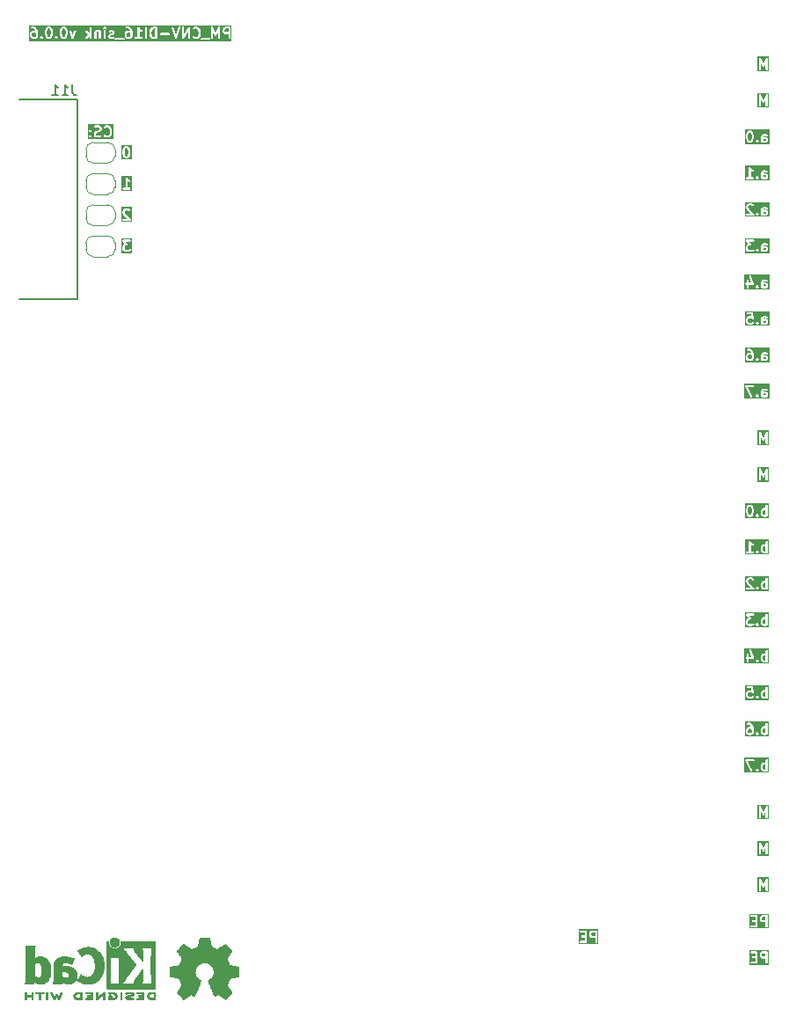
<source format=gbr>
%TF.GenerationSoftware,KiCad,Pcbnew,9.0.0*%
%TF.CreationDate,2025-03-09T11:05:24+03:00*%
%TF.ProjectId,PM_CNV-DI16_sink,504d5f43-4e56-42d4-9449-31365f73696e,rev?*%
%TF.SameCoordinates,Original*%
%TF.FileFunction,Legend,Bot*%
%TF.FilePolarity,Positive*%
%FSLAX46Y46*%
G04 Gerber Fmt 4.6, Leading zero omitted, Abs format (unit mm)*
G04 Created by KiCad (PCBNEW 9.0.0) date 2025-03-09 11:05:24*
%MOMM*%
%LPD*%
G01*
G04 APERTURE LIST*
%ADD10C,0.200000*%
%ADD11C,0.150000*%
%ADD12C,0.120000*%
%ADD13C,0.010000*%
%ADD14C,0.152400*%
G04 APERTURE END LIST*
D10*
G36*
X39030326Y-6894974D02*
G01*
X39030326Y-7342796D01*
X39011481Y-7352219D01*
X38868219Y-7352219D01*
X38808609Y-7322414D01*
X38783942Y-7297746D01*
X38754136Y-7238134D01*
X38754136Y-6999635D01*
X38783941Y-6940025D01*
X38808609Y-6915356D01*
X38868219Y-6885552D01*
X39011481Y-6885552D01*
X39030326Y-6894974D01*
G37*
G36*
X39341437Y-7663330D02*
G01*
X37014454Y-7663330D01*
X37014454Y-6642695D01*
X37125565Y-6642695D01*
X37125565Y-6737933D01*
X37126537Y-6747806D01*
X37126350Y-6750440D01*
X37127137Y-6753903D01*
X37127486Y-6757442D01*
X37128497Y-6759884D01*
X37130697Y-6769556D01*
X37178316Y-6912412D01*
X37186307Y-6930313D01*
X37188662Y-6933028D01*
X37190037Y-6936347D01*
X37202473Y-6951501D01*
X37603190Y-7352219D01*
X37225565Y-7352219D01*
X37206056Y-7354140D01*
X37170008Y-7369072D01*
X37142418Y-7396662D01*
X37127486Y-7432710D01*
X37127486Y-7471728D01*
X37142418Y-7507776D01*
X37170008Y-7535366D01*
X37206056Y-7550298D01*
X37225565Y-7552219D01*
X37844612Y-7552219D01*
X37864121Y-7550298D01*
X37900169Y-7535366D01*
X37927759Y-7507776D01*
X37942691Y-7471728D01*
X37942691Y-7432710D01*
X37927759Y-7396662D01*
X37927758Y-7396661D01*
X37918263Y-7385091D01*
X38079866Y-7385091D01*
X38079866Y-7424109D01*
X38086329Y-7439712D01*
X38094798Y-7460158D01*
X38094802Y-7460162D01*
X38107234Y-7475311D01*
X38154853Y-7522929D01*
X38170006Y-7535366D01*
X38179009Y-7539095D01*
X38206055Y-7550298D01*
X38245073Y-7550298D01*
X38281121Y-7535366D01*
X38296275Y-7522930D01*
X38343893Y-7475311D01*
X38356330Y-7460158D01*
X38363082Y-7443856D01*
X38371261Y-7424110D01*
X38371262Y-7385092D01*
X38356331Y-7349043D01*
X38343894Y-7333890D01*
X38296275Y-7286270D01*
X38281122Y-7273833D01*
X38266190Y-7267648D01*
X38245073Y-7258901D01*
X38206055Y-7258901D01*
X38195497Y-7263274D01*
X38170007Y-7273832D01*
X38170006Y-7273833D01*
X38154852Y-7286270D01*
X38107234Y-7333890D01*
X38094797Y-7349043D01*
X38084784Y-7373219D01*
X38079866Y-7385091D01*
X37918263Y-7385091D01*
X37915323Y-7381508D01*
X37509844Y-6976028D01*
X38554136Y-6976028D01*
X38554136Y-7261742D01*
X38556057Y-7281251D01*
X38557432Y-7284571D01*
X38557687Y-7288155D01*
X38564693Y-7306463D01*
X38612312Y-7401701D01*
X38617595Y-7410093D01*
X38618607Y-7412537D01*
X38620863Y-7415286D01*
X38622755Y-7418291D01*
X38624749Y-7420020D01*
X38631044Y-7427690D01*
X38678662Y-7475310D01*
X38686330Y-7481603D01*
X38688062Y-7483600D01*
X38691070Y-7485493D01*
X38693816Y-7487747D01*
X38696256Y-7488757D01*
X38704653Y-7494043D01*
X38799890Y-7541662D01*
X38818199Y-7548668D01*
X38821782Y-7548922D01*
X38825103Y-7550298D01*
X38844612Y-7552219D01*
X39035088Y-7552219D01*
X39054597Y-7550298D01*
X39057917Y-7548922D01*
X39061501Y-7548668D01*
X39079809Y-7541662D01*
X39084412Y-7539360D01*
X39110817Y-7550298D01*
X39149835Y-7550298D01*
X39185883Y-7535366D01*
X39213473Y-7507776D01*
X39228405Y-7471728D01*
X39230326Y-7452219D01*
X39230326Y-6452219D01*
X39228405Y-6432710D01*
X39213473Y-6396662D01*
X39185883Y-6369072D01*
X39149835Y-6354140D01*
X39110817Y-6354140D01*
X39074769Y-6369072D01*
X39047179Y-6396662D01*
X39032247Y-6432710D01*
X39030326Y-6452219D01*
X39030326Y-6685552D01*
X38844612Y-6685552D01*
X38825103Y-6687473D01*
X38821782Y-6688848D01*
X38818199Y-6689103D01*
X38799890Y-6696109D01*
X38704653Y-6743728D01*
X38696256Y-6749013D01*
X38693816Y-6750024D01*
X38691070Y-6752277D01*
X38688062Y-6754171D01*
X38686329Y-6756168D01*
X38678663Y-6762461D01*
X38631044Y-6810079D01*
X38624749Y-6817749D01*
X38622755Y-6819479D01*
X38620861Y-6822486D01*
X38618608Y-6825233D01*
X38617597Y-6827672D01*
X38612312Y-6836069D01*
X38564693Y-6931307D01*
X38557687Y-6949615D01*
X38557432Y-6953198D01*
X38556057Y-6956519D01*
X38554136Y-6976028D01*
X37509844Y-6976028D01*
X37360586Y-6826770D01*
X37325565Y-6721706D01*
X37325565Y-6666302D01*
X37355370Y-6606692D01*
X37380038Y-6582023D01*
X37439648Y-6552219D01*
X37630529Y-6552219D01*
X37690138Y-6582024D01*
X37726282Y-6618167D01*
X37741435Y-6630604D01*
X37777484Y-6645535D01*
X37816502Y-6645535D01*
X37852550Y-6630604D01*
X37880140Y-6603014D01*
X37895071Y-6566966D01*
X37895071Y-6527948D01*
X37880140Y-6491899D01*
X37867703Y-6476746D01*
X37820085Y-6429127D01*
X37812414Y-6422832D01*
X37810685Y-6420838D01*
X37807677Y-6418944D01*
X37804931Y-6416691D01*
X37802491Y-6415680D01*
X37794095Y-6410395D01*
X37698857Y-6362776D01*
X37680549Y-6355770D01*
X37676965Y-6355515D01*
X37673645Y-6354140D01*
X37654136Y-6352219D01*
X37416041Y-6352219D01*
X37396532Y-6354140D01*
X37393211Y-6355515D01*
X37389628Y-6355770D01*
X37371319Y-6362776D01*
X37276082Y-6410395D01*
X37267685Y-6415680D01*
X37265245Y-6416691D01*
X37262499Y-6418944D01*
X37259491Y-6420838D01*
X37257758Y-6422835D01*
X37250092Y-6429128D01*
X37202473Y-6476746D01*
X37196178Y-6484416D01*
X37194184Y-6486146D01*
X37192290Y-6489153D01*
X37190037Y-6491900D01*
X37189026Y-6494339D01*
X37183741Y-6502736D01*
X37136122Y-6597974D01*
X37129116Y-6616282D01*
X37128861Y-6619865D01*
X37127486Y-6623186D01*
X37125565Y-6642695D01*
X37014454Y-6642695D01*
X37014454Y-6241108D01*
X39341437Y-6241108D01*
X39341437Y-7663330D01*
G37*
G36*
X39030326Y-42876028D02*
G01*
X38772981Y-42876028D01*
X38713371Y-42846223D01*
X38688703Y-42821554D01*
X38658898Y-42761944D01*
X38658898Y-42666302D01*
X38688703Y-42606692D01*
X38713371Y-42582023D01*
X38772981Y-42552219D01*
X39030326Y-42552219D01*
X39030326Y-42876028D01*
G37*
G36*
X39341437Y-43663330D02*
G01*
X37444946Y-43663330D01*
X37444946Y-42432710D01*
X37556057Y-42432710D01*
X37556057Y-42471728D01*
X37570989Y-42507776D01*
X37598579Y-42535366D01*
X37634627Y-42550298D01*
X37654136Y-42552219D01*
X38030326Y-42552219D01*
X38030326Y-42828409D01*
X37796993Y-42828409D01*
X37777484Y-42830330D01*
X37741436Y-42845262D01*
X37713846Y-42872852D01*
X37698914Y-42908900D01*
X37698914Y-42947918D01*
X37713846Y-42983966D01*
X37741436Y-43011556D01*
X37777484Y-43026488D01*
X37796993Y-43028409D01*
X38030326Y-43028409D01*
X38030326Y-43352219D01*
X37654136Y-43352219D01*
X37634627Y-43354140D01*
X37598579Y-43369072D01*
X37570989Y-43396662D01*
X37556057Y-43432710D01*
X37556057Y-43471728D01*
X37570989Y-43507776D01*
X37598579Y-43535366D01*
X37634627Y-43550298D01*
X37654136Y-43552219D01*
X38130326Y-43552219D01*
X38149835Y-43550298D01*
X38185883Y-43535366D01*
X38213473Y-43507776D01*
X38228405Y-43471728D01*
X38230326Y-43452219D01*
X38230326Y-42642695D01*
X38458898Y-42642695D01*
X38458898Y-42785552D01*
X38460819Y-42805061D01*
X38462194Y-42808381D01*
X38462449Y-42811965D01*
X38469455Y-42830273D01*
X38517074Y-42925511D01*
X38522359Y-42933907D01*
X38523370Y-42936347D01*
X38525623Y-42939093D01*
X38527517Y-42942101D01*
X38529511Y-42943830D01*
X38535806Y-42951501D01*
X38583425Y-42999119D01*
X38591091Y-43005411D01*
X38592824Y-43007409D01*
X38595832Y-43009302D01*
X38598578Y-43011556D01*
X38601018Y-43012566D01*
X38609415Y-43017852D01*
X38704652Y-43065471D01*
X38722961Y-43072477D01*
X38726544Y-43072731D01*
X38729865Y-43074107D01*
X38749374Y-43076028D01*
X39030326Y-43076028D01*
X39030326Y-43452219D01*
X39032247Y-43471728D01*
X39047179Y-43507776D01*
X39074769Y-43535366D01*
X39110817Y-43550298D01*
X39149835Y-43550298D01*
X39185883Y-43535366D01*
X39213473Y-43507776D01*
X39228405Y-43471728D01*
X39230326Y-43452219D01*
X39230326Y-42452219D01*
X39228405Y-42432710D01*
X39213473Y-42396662D01*
X39185883Y-42369072D01*
X39149835Y-42354140D01*
X39130326Y-42352219D01*
X38749374Y-42352219D01*
X38729865Y-42354140D01*
X38726544Y-42355515D01*
X38722961Y-42355770D01*
X38704652Y-42362776D01*
X38609415Y-42410395D01*
X38601018Y-42415680D01*
X38598578Y-42416691D01*
X38595832Y-42418944D01*
X38592824Y-42420838D01*
X38591091Y-42422835D01*
X38583425Y-42429128D01*
X38535806Y-42476746D01*
X38529511Y-42484416D01*
X38527517Y-42486146D01*
X38525623Y-42489153D01*
X38523370Y-42491900D01*
X38522359Y-42494339D01*
X38517074Y-42502736D01*
X38469455Y-42597974D01*
X38462449Y-42616282D01*
X38462194Y-42619865D01*
X38460819Y-42623186D01*
X38458898Y-42642695D01*
X38230326Y-42642695D01*
X38230326Y-42452219D01*
X38228405Y-42432710D01*
X38213473Y-42396662D01*
X38185883Y-42369072D01*
X38149835Y-42354140D01*
X38130326Y-42352219D01*
X37654136Y-42352219D01*
X37634627Y-42354140D01*
X37598579Y-42369072D01*
X37570989Y-42396662D01*
X37556057Y-42432710D01*
X37444946Y-42432710D01*
X37444946Y-42241108D01*
X39341437Y-42241108D01*
X39341437Y-43663330D01*
G37*
G36*
X39341437Y6338591D02*
G01*
X38252549Y6338591D01*
X38252549Y7547781D01*
X38363660Y7547781D01*
X38363660Y6547781D01*
X38365581Y6528272D01*
X38380513Y6492224D01*
X38408103Y6464634D01*
X38444151Y6449702D01*
X38483169Y6449702D01*
X38519217Y6464634D01*
X38546807Y6492224D01*
X38561739Y6528272D01*
X38563660Y6547781D01*
X38563660Y7097025D01*
X38706375Y6791207D01*
X38710607Y6784062D01*
X38711487Y6781644D01*
X38713052Y6779935D01*
X38716366Y6774341D01*
X38727576Y6764075D01*
X38737838Y6752869D01*
X38741863Y6750991D01*
X38745141Y6747989D01*
X38759423Y6742796D01*
X38773196Y6736368D01*
X38777635Y6736173D01*
X38781810Y6734655D01*
X38796993Y6735323D01*
X38812176Y6734655D01*
X38816349Y6736173D01*
X38820791Y6736368D01*
X38834575Y6742801D01*
X38848845Y6747990D01*
X38852118Y6750988D01*
X38856148Y6752868D01*
X38866417Y6764083D01*
X38877620Y6774341D01*
X38880931Y6779932D01*
X38882500Y6781644D01*
X38883380Y6784066D01*
X38887611Y6791207D01*
X39030326Y7097026D01*
X39030326Y6547781D01*
X39032247Y6528272D01*
X39047179Y6492224D01*
X39074769Y6464634D01*
X39110817Y6449702D01*
X39149835Y6449702D01*
X39185883Y6464634D01*
X39213473Y6492224D01*
X39228405Y6528272D01*
X39230326Y6547781D01*
X39230326Y7547781D01*
X39229063Y7560605D01*
X39229167Y7562964D01*
X39228706Y7564232D01*
X39228405Y7567290D01*
X39221764Y7583321D01*
X39215833Y7599633D01*
X39214326Y7601279D01*
X39213473Y7603338D01*
X39201211Y7615600D01*
X39189481Y7628409D01*
X39187457Y7629354D01*
X39185883Y7630928D01*
X39169867Y7637563D01*
X39154124Y7644909D01*
X39151894Y7645007D01*
X39149835Y7645860D01*
X39132483Y7645860D01*
X39115143Y7646622D01*
X39113047Y7645860D01*
X39110817Y7645860D01*
X39094786Y7639220D01*
X39078474Y7633288D01*
X39076828Y7631782D01*
X39074769Y7630928D01*
X39062501Y7618661D01*
X39049699Y7606936D01*
X39048132Y7604292D01*
X39047179Y7603338D01*
X39046275Y7601157D01*
X39039708Y7590070D01*
X38796992Y7069967D01*
X38554278Y7590070D01*
X38547710Y7601157D01*
X38546807Y7603338D01*
X38545853Y7604292D01*
X38544287Y7606936D01*
X38531490Y7618655D01*
X38519217Y7630928D01*
X38517155Y7631782D01*
X38515512Y7633287D01*
X38499210Y7639216D01*
X38483169Y7645860D01*
X38480938Y7645860D01*
X38478843Y7646622D01*
X38461503Y7645860D01*
X38444151Y7645860D01*
X38442091Y7645007D01*
X38439863Y7644909D01*
X38424132Y7637568D01*
X38408103Y7630928D01*
X38406526Y7629352D01*
X38404505Y7628408D01*
X38392786Y7615612D01*
X38380513Y7603338D01*
X38379659Y7601277D01*
X38378154Y7599633D01*
X38372225Y7583332D01*
X38365581Y7567290D01*
X38365279Y7564232D01*
X38364819Y7562964D01*
X38364922Y7560605D01*
X38363660Y7547781D01*
X38252549Y7547781D01*
X38252549Y7757733D01*
X39341437Y7757733D01*
X39341437Y6338591D01*
G37*
G36*
X37594900Y36417976D02*
G01*
X37619569Y36393308D01*
X37655022Y36322401D01*
X37696993Y36154520D01*
X37696993Y35941044D01*
X37655022Y35773163D01*
X37619569Y35702257D01*
X37594900Y35677587D01*
X37535291Y35647781D01*
X37487267Y35647781D01*
X37427657Y35677586D01*
X37402990Y35702254D01*
X37367535Y35773163D01*
X37325565Y35941044D01*
X37325565Y36154519D01*
X37367535Y36322401D01*
X37402989Y36393308D01*
X37427657Y36417977D01*
X37487267Y36447781D01*
X37535291Y36447781D01*
X37594900Y36417976D01*
G37*
G36*
X39055790Y35806579D02*
G01*
X39077945Y35762270D01*
X39077945Y35714246D01*
X39055790Y35669937D01*
X39011481Y35647781D01*
X38820600Y35647781D01*
X38801755Y35657204D01*
X38801755Y35828734D01*
X39011481Y35828734D01*
X39055790Y35806579D01*
G37*
G36*
X39389056Y35336670D02*
G01*
X37014454Y35336670D01*
X37014454Y36166829D01*
X37125565Y36166829D01*
X37125565Y35928734D01*
X37125900Y35925332D01*
X37125683Y35923873D01*
X37126762Y35916576D01*
X37127486Y35909225D01*
X37128050Y35907862D01*
X37128551Y35904480D01*
X37176170Y35714005D01*
X37176683Y35712568D01*
X37176735Y35711845D01*
X37179843Y35703721D01*
X37182765Y35695544D01*
X37183195Y35694964D01*
X37183741Y35693537D01*
X37231360Y35598299D01*
X37236643Y35589907D01*
X37237655Y35587463D01*
X37239911Y35584714D01*
X37241803Y35581709D01*
X37243797Y35579980D01*
X37250092Y35572310D01*
X37297710Y35524690D01*
X37305378Y35518397D01*
X37307110Y35516400D01*
X37310118Y35514507D01*
X37312864Y35512253D01*
X37315304Y35511243D01*
X37323701Y35505957D01*
X37418938Y35458338D01*
X37437247Y35451332D01*
X37440830Y35451078D01*
X37444151Y35449702D01*
X37463660Y35447781D01*
X37558898Y35447781D01*
X37578407Y35449702D01*
X37581727Y35451078D01*
X37585311Y35451332D01*
X37603619Y35458338D01*
X37698857Y35505957D01*
X37707252Y35511242D01*
X37709694Y35512253D01*
X37712441Y35514509D01*
X37715447Y35516400D01*
X37717177Y35518395D01*
X37724847Y35524690D01*
X37772466Y35572310D01*
X37778758Y35579977D01*
X37780755Y35581708D01*
X37782648Y35584716D01*
X37784903Y35587463D01*
X37785914Y35589905D01*
X37791198Y35598299D01*
X37799503Y35614909D01*
X38079866Y35614909D01*
X38079866Y35575891D01*
X38086329Y35560288D01*
X38094798Y35539842D01*
X38094802Y35539838D01*
X38107234Y35524689D01*
X38154853Y35477071D01*
X38170006Y35464634D01*
X38179009Y35460905D01*
X38206055Y35449702D01*
X38245073Y35449702D01*
X38281121Y35464634D01*
X38296275Y35477070D01*
X38343893Y35524689D01*
X38356330Y35539842D01*
X38363082Y35556144D01*
X38371261Y35575890D01*
X38371262Y35614908D01*
X38356331Y35650957D01*
X38343894Y35666110D01*
X38296275Y35713730D01*
X38281122Y35726167D01*
X38258928Y35735360D01*
X38256528Y35736354D01*
X38245073Y35741099D01*
X38206055Y35741099D01*
X38195497Y35736726D01*
X38170007Y35726168D01*
X38170006Y35726167D01*
X38154852Y35713730D01*
X38107234Y35666110D01*
X38094797Y35650957D01*
X38084784Y35626781D01*
X38079866Y35614909D01*
X37799503Y35614909D01*
X37838817Y35693536D01*
X37839363Y35694965D01*
X37839793Y35695544D01*
X37842714Y35703721D01*
X37845823Y35711845D01*
X37845874Y35712566D01*
X37846388Y35714004D01*
X37894007Y35904480D01*
X37894507Y35907862D01*
X37895072Y35909225D01*
X37895795Y35916576D01*
X37896875Y35923873D01*
X37896657Y35925332D01*
X37896993Y35928734D01*
X37896993Y36071591D01*
X38601755Y36071591D01*
X38601755Y35547781D01*
X38603676Y35528272D01*
X38618608Y35492224D01*
X38646198Y35464634D01*
X38682246Y35449702D01*
X38721264Y35449702D01*
X38747668Y35460640D01*
X38752271Y35458338D01*
X38770580Y35451332D01*
X38774163Y35451078D01*
X38777484Y35449702D01*
X38796993Y35447781D01*
X39035088Y35447781D01*
X39054597Y35449702D01*
X39057917Y35451078D01*
X39061501Y35451332D01*
X39079809Y35458338D01*
X39175047Y35505957D01*
X39178309Y35508011D01*
X39179849Y35508524D01*
X39181765Y35510187D01*
X39191637Y35516400D01*
X39199852Y35525874D01*
X39209326Y35534089D01*
X39215539Y35543961D01*
X39217202Y35545877D01*
X39217714Y35547416D01*
X39219769Y35550679D01*
X39267388Y35645918D01*
X39274394Y35664226D01*
X39274648Y35667810D01*
X39276024Y35671130D01*
X39277945Y35690639D01*
X39277945Y35785877D01*
X39276024Y35805386D01*
X39274648Y35808707D01*
X39274394Y35812290D01*
X39267388Y35830599D01*
X39219769Y35925836D01*
X39217714Y35929100D01*
X39217202Y35930638D01*
X39215540Y35932554D01*
X39209326Y35942427D01*
X39199850Y35950645D01*
X39191637Y35960115D01*
X39181765Y35966329D01*
X39179849Y35967991D01*
X39178310Y35968505D01*
X39175047Y35970558D01*
X39079809Y36018177D01*
X39061501Y36025183D01*
X39057917Y36025438D01*
X39054597Y36026813D01*
X39035088Y36028734D01*
X38820600Y36028734D01*
X38801755Y36038157D01*
X38801755Y36047984D01*
X38823910Y36092294D01*
X38868219Y36114448D01*
X39011481Y36114448D01*
X39085604Y36077386D01*
X39103913Y36070380D01*
X39142833Y36067614D01*
X39179849Y36079953D01*
X39209326Y36105518D01*
X39226775Y36140416D01*
X39229540Y36179336D01*
X39217202Y36216352D01*
X39191637Y36245829D01*
X39175047Y36256272D01*
X39079809Y36303891D01*
X39061501Y36310897D01*
X39057917Y36311152D01*
X39054597Y36312527D01*
X39035088Y36314448D01*
X38844612Y36314448D01*
X38825103Y36312527D01*
X38821782Y36311152D01*
X38818199Y36310897D01*
X38799890Y36303891D01*
X38704653Y36256272D01*
X38701389Y36254218D01*
X38699851Y36253705D01*
X38697935Y36252044D01*
X38688062Y36245829D01*
X38679844Y36236354D01*
X38670374Y36228140D01*
X38664160Y36218269D01*
X38662498Y36216352D01*
X38661984Y36214814D01*
X38659931Y36211550D01*
X38612312Y36116312D01*
X38605306Y36098004D01*
X38605051Y36094421D01*
X38603676Y36091100D01*
X38601755Y36071591D01*
X37896993Y36071591D01*
X37896993Y36166829D01*
X37896657Y36170232D01*
X37896875Y36171690D01*
X37895795Y36178988D01*
X37895072Y36186338D01*
X37894507Y36187702D01*
X37894007Y36191083D01*
X37846388Y36381559D01*
X37845874Y36382998D01*
X37845823Y36383718D01*
X37842714Y36391843D01*
X37839793Y36400019D01*
X37839363Y36400599D01*
X37838817Y36402027D01*
X37791198Y36497264D01*
X37785912Y36505661D01*
X37784902Y36508101D01*
X37782648Y36510847D01*
X37780755Y36513855D01*
X37778757Y36515588D01*
X37772465Y36523254D01*
X37724847Y36570873D01*
X37717176Y36577168D01*
X37715447Y36579162D01*
X37712439Y36581056D01*
X37709693Y36583309D01*
X37707253Y36584320D01*
X37698857Y36589605D01*
X37603619Y36637224D01*
X37585311Y36644230D01*
X37581727Y36644485D01*
X37578407Y36645860D01*
X37558898Y36647781D01*
X37463660Y36647781D01*
X37444151Y36645860D01*
X37440830Y36644485D01*
X37437247Y36644230D01*
X37418938Y36637224D01*
X37323701Y36589605D01*
X37315304Y36584320D01*
X37312864Y36583309D01*
X37310118Y36581056D01*
X37307110Y36579162D01*
X37305377Y36577165D01*
X37297711Y36570872D01*
X37250092Y36523254D01*
X37243797Y36515584D01*
X37241803Y36513854D01*
X37239909Y36510847D01*
X37237656Y36508100D01*
X37236645Y36505661D01*
X37231360Y36497264D01*
X37183741Y36402026D01*
X37183195Y36400600D01*
X37182765Y36400019D01*
X37179843Y36391843D01*
X37176735Y36383718D01*
X37176683Y36382996D01*
X37176170Y36381558D01*
X37128551Y36191083D01*
X37128050Y36187702D01*
X37127486Y36186338D01*
X37126762Y36178988D01*
X37125683Y36171690D01*
X37125900Y36170232D01*
X37125565Y36166829D01*
X37014454Y36166829D01*
X37014454Y36758892D01*
X39389056Y36758892D01*
X39389056Y35336670D01*
G37*
G36*
X39055790Y25306579D02*
G01*
X39077945Y25262270D01*
X39077945Y25214246D01*
X39055790Y25169937D01*
X39011481Y25147781D01*
X38820600Y25147781D01*
X38801755Y25157204D01*
X38801755Y25328734D01*
X39011481Y25328734D01*
X39055790Y25306579D01*
G37*
G36*
X39389056Y24836670D02*
G01*
X37014454Y24836670D01*
X37014454Y25476353D01*
X37125565Y25476353D01*
X37125565Y25238258D01*
X37127486Y25218749D01*
X37128861Y25215429D01*
X37129116Y25211845D01*
X37136122Y25193537D01*
X37183741Y25098299D01*
X37189024Y25089907D01*
X37190036Y25087463D01*
X37192292Y25084714D01*
X37194184Y25081709D01*
X37196178Y25079980D01*
X37202473Y25072310D01*
X37250091Y25024690D01*
X37257759Y25018397D01*
X37259491Y25016400D01*
X37262499Y25014507D01*
X37265245Y25012253D01*
X37267685Y25011243D01*
X37276082Y25005957D01*
X37371319Y24958338D01*
X37389628Y24951332D01*
X37393211Y24951078D01*
X37396532Y24949702D01*
X37416041Y24947781D01*
X37701755Y24947781D01*
X37721264Y24949702D01*
X37724584Y24951078D01*
X37728168Y24951332D01*
X37746476Y24958338D01*
X37841714Y25005957D01*
X37850109Y25011242D01*
X37852551Y25012253D01*
X37855298Y25014509D01*
X37858304Y25016400D01*
X37860034Y25018395D01*
X37867704Y25024690D01*
X37915323Y25072310D01*
X37927760Y25087463D01*
X37939128Y25114909D01*
X38079866Y25114909D01*
X38079866Y25075891D01*
X38086329Y25060288D01*
X38094798Y25039842D01*
X38094802Y25039838D01*
X38107234Y25024689D01*
X38154853Y24977071D01*
X38170006Y24964634D01*
X38179009Y24960905D01*
X38206055Y24949702D01*
X38245073Y24949702D01*
X38281121Y24964634D01*
X38296275Y24977070D01*
X38343893Y25024689D01*
X38356330Y25039842D01*
X38363082Y25056144D01*
X38371261Y25075890D01*
X38371262Y25114908D01*
X38356331Y25150957D01*
X38343894Y25166110D01*
X38296275Y25213730D01*
X38281122Y25226167D01*
X38258928Y25235360D01*
X38256528Y25236354D01*
X38245073Y25241099D01*
X38206055Y25241099D01*
X38195497Y25236726D01*
X38170007Y25226168D01*
X38170006Y25226167D01*
X38154852Y25213730D01*
X38107234Y25166110D01*
X38094797Y25150957D01*
X38084784Y25126781D01*
X38079866Y25114909D01*
X37939128Y25114909D01*
X37942691Y25123512D01*
X37942690Y25162530D01*
X37927759Y25198578D01*
X37900168Y25226168D01*
X37864120Y25241099D01*
X37825102Y25241098D01*
X37789054Y25226167D01*
X37773900Y25213730D01*
X37737757Y25177587D01*
X37678148Y25147781D01*
X37439648Y25147781D01*
X37380038Y25177586D01*
X37355371Y25202254D01*
X37325565Y25261866D01*
X37325565Y25452746D01*
X37355370Y25512356D01*
X37380038Y25537025D01*
X37439648Y25566829D01*
X37558898Y25566829D01*
X37569215Y25567845D01*
X37571840Y25567670D01*
X37573647Y25568282D01*
X37578407Y25568750D01*
X37585265Y25571591D01*
X38601755Y25571591D01*
X38601755Y25047781D01*
X38603676Y25028272D01*
X38618608Y24992224D01*
X38646198Y24964634D01*
X38682246Y24949702D01*
X38721264Y24949702D01*
X38747668Y24960640D01*
X38752271Y24958338D01*
X38770580Y24951332D01*
X38774163Y24951078D01*
X38777484Y24949702D01*
X38796993Y24947781D01*
X39035088Y24947781D01*
X39054597Y24949702D01*
X39057917Y24951078D01*
X39061501Y24951332D01*
X39079809Y24958338D01*
X39175047Y25005957D01*
X39178309Y25008011D01*
X39179849Y25008524D01*
X39181765Y25010187D01*
X39191637Y25016400D01*
X39199852Y25025874D01*
X39209326Y25034089D01*
X39215539Y25043961D01*
X39217202Y25045877D01*
X39217714Y25047416D01*
X39219769Y25050679D01*
X39267388Y25145918D01*
X39274394Y25164226D01*
X39274648Y25167810D01*
X39276024Y25171130D01*
X39277945Y25190639D01*
X39277945Y25285877D01*
X39276024Y25305386D01*
X39274648Y25308707D01*
X39274394Y25312290D01*
X39267388Y25330599D01*
X39219769Y25425836D01*
X39217714Y25429100D01*
X39217202Y25430638D01*
X39215540Y25432554D01*
X39209326Y25442427D01*
X39199850Y25450645D01*
X39191637Y25460115D01*
X39181765Y25466329D01*
X39179849Y25467991D01*
X39178310Y25468505D01*
X39175047Y25470558D01*
X39079809Y25518177D01*
X39061501Y25525183D01*
X39057917Y25525438D01*
X39054597Y25526813D01*
X39035088Y25528734D01*
X38820600Y25528734D01*
X38801755Y25538157D01*
X38801755Y25547984D01*
X38823910Y25592294D01*
X38868219Y25614448D01*
X39011481Y25614448D01*
X39085604Y25577386D01*
X39103913Y25570380D01*
X39142833Y25567614D01*
X39179849Y25579953D01*
X39209326Y25605518D01*
X39226775Y25640416D01*
X39229540Y25679336D01*
X39217202Y25716352D01*
X39191637Y25745829D01*
X39175047Y25756272D01*
X39079809Y25803891D01*
X39061501Y25810897D01*
X39057917Y25811152D01*
X39054597Y25812527D01*
X39035088Y25814448D01*
X38844612Y25814448D01*
X38825103Y25812527D01*
X38821782Y25811152D01*
X38818199Y25810897D01*
X38799890Y25803891D01*
X38704653Y25756272D01*
X38701389Y25754218D01*
X38699851Y25753705D01*
X38697935Y25752044D01*
X38688062Y25745829D01*
X38679844Y25736354D01*
X38670374Y25728140D01*
X38664160Y25718269D01*
X38662498Y25716352D01*
X38661984Y25714814D01*
X38659931Y25711550D01*
X38612312Y25616312D01*
X38605306Y25598004D01*
X38605051Y25594421D01*
X38603676Y25591100D01*
X38601755Y25571591D01*
X37585265Y25571591D01*
X37593410Y25574965D01*
X37608802Y25580170D01*
X37611341Y25582393D01*
X37614455Y25583682D01*
X37625932Y25595160D01*
X37638166Y25605864D01*
X37639661Y25608889D01*
X37642045Y25611272D01*
X37648259Y25626274D01*
X37655462Y25640839D01*
X37655686Y25644205D01*
X37656977Y25647320D01*
X37656977Y25663569D01*
X37658057Y25679771D01*
X37656977Y25682965D01*
X37656977Y25686338D01*
X37650761Y25701344D01*
X37645557Y25716732D01*
X37642775Y25720623D01*
X37642045Y25722386D01*
X37640185Y25724246D01*
X37634156Y25732679D01*
X37445942Y25947781D01*
X37844612Y25947781D01*
X37864121Y25949702D01*
X37900169Y25964634D01*
X37927759Y25992224D01*
X37942691Y26028272D01*
X37942691Y26067290D01*
X37927759Y26103338D01*
X37900169Y26130928D01*
X37864121Y26145860D01*
X37844612Y26147781D01*
X37225565Y26147781D01*
X37215247Y26146766D01*
X37212623Y26146940D01*
X37210815Y26146329D01*
X37206056Y26145860D01*
X37191050Y26139645D01*
X37175662Y26134440D01*
X37173122Y26132219D01*
X37170008Y26130928D01*
X37158523Y26119444D01*
X37146298Y26108746D01*
X37144802Y26105723D01*
X37142418Y26103338D01*
X37136201Y26088332D01*
X37129001Y26073771D01*
X37128776Y26070406D01*
X37127486Y26067290D01*
X37127486Y26051042D01*
X37126406Y26034839D01*
X37127486Y26031646D01*
X37127486Y26028272D01*
X37133701Y26013267D01*
X37138906Y25997878D01*
X37141687Y25993988D01*
X37142418Y25992224D01*
X37144277Y25990365D01*
X37150307Y25981931D01*
X37354928Y25748077D01*
X37276082Y25708653D01*
X37267685Y25703368D01*
X37265245Y25702357D01*
X37262499Y25700104D01*
X37259491Y25698210D01*
X37257758Y25696213D01*
X37250092Y25689920D01*
X37202473Y25642302D01*
X37196178Y25634632D01*
X37194184Y25632902D01*
X37192290Y25629895D01*
X37190037Y25627148D01*
X37189026Y25624709D01*
X37183741Y25616312D01*
X37136122Y25521074D01*
X37129116Y25502766D01*
X37128861Y25499183D01*
X37127486Y25495862D01*
X37125565Y25476353D01*
X37014454Y25476353D01*
X37014454Y26258892D01*
X39389056Y26258892D01*
X39389056Y24836670D01*
G37*
G36*
X39055790Y11306579D02*
G01*
X39077945Y11262270D01*
X39077945Y11214246D01*
X39055790Y11169937D01*
X39011481Y11147781D01*
X38820600Y11147781D01*
X38801755Y11157204D01*
X38801755Y11328734D01*
X39011481Y11328734D01*
X39055790Y11306579D01*
G37*
G36*
X39389056Y10836670D02*
G01*
X36968526Y10836670D01*
X36968526Y12066093D01*
X37079637Y12066093D01*
X37079867Y12047202D01*
X37079867Y12028272D01*
X37080104Y12027699D01*
X37080112Y12027077D01*
X37086031Y12008389D01*
X37514602Y11008389D01*
X37524053Y10991215D01*
X37551978Y10963963D01*
X37588205Y10949472D01*
X37627220Y10949948D01*
X37663084Y10965318D01*
X37690335Y10993242D01*
X37704826Y11029470D01*
X37704351Y11068485D01*
X37698431Y11087173D01*
X37686544Y11114909D01*
X38079866Y11114909D01*
X38079866Y11075891D01*
X38082934Y11068485D01*
X38094798Y11039842D01*
X38094802Y11039838D01*
X38107234Y11024689D01*
X38154853Y10977071D01*
X38170006Y10964634D01*
X38179009Y10960905D01*
X38206055Y10949702D01*
X38245073Y10949702D01*
X38281121Y10964634D01*
X38296275Y10977070D01*
X38343893Y11024689D01*
X38356330Y11039842D01*
X38360819Y11050679D01*
X38371261Y11075890D01*
X38371262Y11114908D01*
X38356331Y11150957D01*
X38343894Y11166110D01*
X38296275Y11213730D01*
X38281122Y11226167D01*
X38258928Y11235360D01*
X38256528Y11236354D01*
X38245073Y11241099D01*
X38206055Y11241099D01*
X38195497Y11236726D01*
X38170007Y11226168D01*
X38170006Y11226167D01*
X38154852Y11213730D01*
X38107234Y11166110D01*
X38094797Y11150957D01*
X38091510Y11143020D01*
X38079866Y11114909D01*
X37686544Y11114909D01*
X37490824Y11571591D01*
X38601755Y11571591D01*
X38601755Y11047781D01*
X38603676Y11028272D01*
X38618608Y10992224D01*
X38646198Y10964634D01*
X38682246Y10949702D01*
X38721264Y10949702D01*
X38747668Y10960640D01*
X38752271Y10958338D01*
X38770580Y10951332D01*
X38774163Y10951078D01*
X38777484Y10949702D01*
X38796993Y10947781D01*
X39035088Y10947781D01*
X39054597Y10949702D01*
X39057917Y10951078D01*
X39061501Y10951332D01*
X39079809Y10958338D01*
X39175047Y11005957D01*
X39178309Y11008011D01*
X39179849Y11008524D01*
X39181765Y11010187D01*
X39191637Y11016400D01*
X39199852Y11025874D01*
X39209326Y11034089D01*
X39215539Y11043961D01*
X39217202Y11045877D01*
X39217714Y11047416D01*
X39219769Y11050679D01*
X39267388Y11145918D01*
X39274394Y11164226D01*
X39274648Y11167810D01*
X39276024Y11171130D01*
X39277945Y11190639D01*
X39277945Y11285877D01*
X39276024Y11305386D01*
X39274648Y11308707D01*
X39274394Y11312290D01*
X39267388Y11330599D01*
X39219769Y11425836D01*
X39217714Y11429100D01*
X39217202Y11430638D01*
X39215540Y11432554D01*
X39209326Y11442427D01*
X39199850Y11450645D01*
X39191637Y11460115D01*
X39181765Y11466329D01*
X39179849Y11467991D01*
X39178310Y11468505D01*
X39175047Y11470558D01*
X39079809Y11518177D01*
X39061501Y11525183D01*
X39057917Y11525438D01*
X39054597Y11526813D01*
X39035088Y11528734D01*
X38820600Y11528734D01*
X38801755Y11538157D01*
X38801755Y11547984D01*
X38823910Y11592294D01*
X38868219Y11614448D01*
X39011481Y11614448D01*
X39085604Y11577386D01*
X39103913Y11570380D01*
X39142833Y11567614D01*
X39179849Y11579953D01*
X39209326Y11605518D01*
X39226775Y11640416D01*
X39229540Y11679336D01*
X39217202Y11716352D01*
X39191637Y11745829D01*
X39175047Y11756272D01*
X39079809Y11803891D01*
X39061501Y11810897D01*
X39057917Y11811152D01*
X39054597Y11812527D01*
X39035088Y11814448D01*
X38844612Y11814448D01*
X38825103Y11812527D01*
X38821782Y11811152D01*
X38818199Y11810897D01*
X38799890Y11803891D01*
X38704653Y11756272D01*
X38701389Y11754218D01*
X38699851Y11753705D01*
X38697935Y11752044D01*
X38688062Y11745829D01*
X38679844Y11736354D01*
X38670374Y11728140D01*
X38664160Y11718269D01*
X38662498Y11716352D01*
X38661984Y11714814D01*
X38659931Y11711550D01*
X38612312Y11616312D01*
X38605306Y11598004D01*
X38605051Y11594421D01*
X38603676Y11591100D01*
X38601755Y11571591D01*
X37490824Y11571591D01*
X37329600Y11947781D01*
X37844612Y11947781D01*
X37864121Y11949702D01*
X37900169Y11964634D01*
X37927759Y11992224D01*
X37942691Y12028272D01*
X37942691Y12067290D01*
X37927759Y12103338D01*
X37900169Y12130928D01*
X37864121Y12145860D01*
X37844612Y12147781D01*
X37177946Y12147781D01*
X37158437Y12145860D01*
X37157863Y12145623D01*
X37157242Y12145615D01*
X37139820Y12138149D01*
X37122389Y12130928D01*
X37121951Y12130491D01*
X37121379Y12130245D01*
X37108157Y12116697D01*
X37094799Y12103338D01*
X37094561Y12102764D01*
X37094128Y12102320D01*
X37087114Y12084788D01*
X37079867Y12067290D01*
X37079867Y12066668D01*
X37079637Y12066093D01*
X36968526Y12066093D01*
X36968526Y12258892D01*
X39389056Y12258892D01*
X39389056Y10836670D01*
G37*
G36*
X39030326Y-13894974D02*
G01*
X39030326Y-14342796D01*
X39011481Y-14352219D01*
X38868219Y-14352219D01*
X38808609Y-14322414D01*
X38783942Y-14297746D01*
X38754136Y-14238134D01*
X38754136Y-13999635D01*
X38783941Y-13940025D01*
X38808609Y-13915356D01*
X38868219Y-13885552D01*
X39011481Y-13885552D01*
X39030326Y-13894974D01*
G37*
G36*
X39341437Y-14663330D02*
G01*
X36968756Y-14663330D01*
X36968756Y-14099376D01*
X37079867Y-14099376D01*
X37079867Y-14138394D01*
X37094799Y-14174442D01*
X37122389Y-14202032D01*
X37158437Y-14216964D01*
X37177946Y-14218885D01*
X37220803Y-14218885D01*
X37220803Y-14452219D01*
X37222724Y-14471728D01*
X37237656Y-14507776D01*
X37265246Y-14535366D01*
X37301294Y-14550298D01*
X37340312Y-14550298D01*
X37376360Y-14535366D01*
X37403950Y-14507776D01*
X37418882Y-14471728D01*
X37420803Y-14452219D01*
X37420803Y-14385091D01*
X38079866Y-14385091D01*
X38079866Y-14424109D01*
X38086329Y-14439712D01*
X38094798Y-14460158D01*
X38094802Y-14460162D01*
X38107234Y-14475311D01*
X38154853Y-14522929D01*
X38170006Y-14535366D01*
X38179009Y-14539095D01*
X38206055Y-14550298D01*
X38245073Y-14550298D01*
X38281121Y-14535366D01*
X38296275Y-14522930D01*
X38343893Y-14475311D01*
X38356330Y-14460158D01*
X38363082Y-14443856D01*
X38371261Y-14424110D01*
X38371262Y-14385092D01*
X38356331Y-14349043D01*
X38343894Y-14333890D01*
X38296275Y-14286270D01*
X38281122Y-14273833D01*
X38266190Y-14267648D01*
X38245073Y-14258901D01*
X38206055Y-14258901D01*
X38195497Y-14263274D01*
X38170007Y-14273832D01*
X38170006Y-14273833D01*
X38154852Y-14286270D01*
X38107234Y-14333890D01*
X38094797Y-14349043D01*
X38084784Y-14373219D01*
X38079866Y-14385091D01*
X37420803Y-14385091D01*
X37420803Y-14218885D01*
X37796993Y-14218885D01*
X37806866Y-14217912D01*
X37809500Y-14218100D01*
X37811401Y-14217466D01*
X37816502Y-14216964D01*
X37831314Y-14210828D01*
X37846516Y-14205761D01*
X37849229Y-14203407D01*
X37852550Y-14202032D01*
X37863888Y-14190693D01*
X37875992Y-14180196D01*
X37877598Y-14176983D01*
X37880140Y-14174442D01*
X37886276Y-14159627D01*
X37893442Y-14145297D01*
X37893696Y-14141714D01*
X37895072Y-14138394D01*
X37895072Y-14122361D01*
X37896208Y-14106377D01*
X37895072Y-14101381D01*
X37895072Y-14099376D01*
X37894060Y-14096934D01*
X37891861Y-14087262D01*
X37854783Y-13976028D01*
X38554136Y-13976028D01*
X38554136Y-14261742D01*
X38556057Y-14281251D01*
X38557432Y-14284571D01*
X38557687Y-14288155D01*
X38564693Y-14306463D01*
X38612312Y-14401701D01*
X38617595Y-14410093D01*
X38618607Y-14412537D01*
X38620863Y-14415286D01*
X38622755Y-14418291D01*
X38624749Y-14420020D01*
X38631044Y-14427690D01*
X38678662Y-14475310D01*
X38686330Y-14481603D01*
X38688062Y-14483600D01*
X38691070Y-14485493D01*
X38693816Y-14487747D01*
X38696256Y-14488757D01*
X38704653Y-14494043D01*
X38799890Y-14541662D01*
X38818199Y-14548668D01*
X38821782Y-14548922D01*
X38825103Y-14550298D01*
X38844612Y-14552219D01*
X39035088Y-14552219D01*
X39054597Y-14550298D01*
X39057917Y-14548922D01*
X39061501Y-14548668D01*
X39079809Y-14541662D01*
X39084412Y-14539360D01*
X39110817Y-14550298D01*
X39149835Y-14550298D01*
X39185883Y-14535366D01*
X39213473Y-14507776D01*
X39228405Y-14471728D01*
X39230326Y-14452219D01*
X39230326Y-13452219D01*
X39228405Y-13432710D01*
X39213473Y-13396662D01*
X39185883Y-13369072D01*
X39149835Y-13354140D01*
X39110817Y-13354140D01*
X39074769Y-13369072D01*
X39047179Y-13396662D01*
X39032247Y-13432710D01*
X39030326Y-13452219D01*
X39030326Y-13685552D01*
X38844612Y-13685552D01*
X38825103Y-13687473D01*
X38821782Y-13688848D01*
X38818199Y-13689103D01*
X38799890Y-13696109D01*
X38704653Y-13743728D01*
X38696256Y-13749013D01*
X38693816Y-13750024D01*
X38691070Y-13752277D01*
X38688062Y-13754171D01*
X38686329Y-13756168D01*
X38678663Y-13762461D01*
X38631044Y-13810079D01*
X38624749Y-13817749D01*
X38622755Y-13819479D01*
X38620861Y-13822486D01*
X38618608Y-13825233D01*
X38617597Y-13827672D01*
X38612312Y-13836069D01*
X38564693Y-13931307D01*
X38557687Y-13949615D01*
X38557432Y-13953198D01*
X38556057Y-13956519D01*
X38554136Y-13976028D01*
X37854783Y-13976028D01*
X37653766Y-13372977D01*
X37645775Y-13355077D01*
X37620210Y-13325601D01*
X37585311Y-13308151D01*
X37546391Y-13305385D01*
X37509375Y-13317723D01*
X37479899Y-13343288D01*
X37462449Y-13378187D01*
X37459683Y-13417107D01*
X37464030Y-13436223D01*
X37658251Y-14018885D01*
X37420803Y-14018885D01*
X37420803Y-13785552D01*
X37418882Y-13766043D01*
X37403950Y-13729995D01*
X37376360Y-13702405D01*
X37340312Y-13687473D01*
X37301294Y-13687473D01*
X37265246Y-13702405D01*
X37237656Y-13729995D01*
X37222724Y-13766043D01*
X37220803Y-13785552D01*
X37220803Y-14018885D01*
X37177946Y-14018885D01*
X37158437Y-14020806D01*
X37122389Y-14035738D01*
X37094799Y-14063328D01*
X37079867Y-14099376D01*
X36968756Y-14099376D01*
X36968756Y-13194274D01*
X39341437Y-13194274D01*
X39341437Y-14663330D01*
G37*
G36*
X39341437Y-29661409D02*
G01*
X38252549Y-29661409D01*
X38252549Y-28452219D01*
X38363660Y-28452219D01*
X38363660Y-29452219D01*
X38365581Y-29471728D01*
X38380513Y-29507776D01*
X38408103Y-29535366D01*
X38444151Y-29550298D01*
X38483169Y-29550298D01*
X38519217Y-29535366D01*
X38546807Y-29507776D01*
X38561739Y-29471728D01*
X38563660Y-29452219D01*
X38563660Y-28902975D01*
X38706375Y-29208793D01*
X38710607Y-29215938D01*
X38711487Y-29218356D01*
X38713052Y-29220065D01*
X38716366Y-29225659D01*
X38727576Y-29235925D01*
X38737838Y-29247131D01*
X38741863Y-29249009D01*
X38745141Y-29252011D01*
X38759423Y-29257204D01*
X38773196Y-29263632D01*
X38777635Y-29263827D01*
X38781810Y-29265345D01*
X38796993Y-29264677D01*
X38812176Y-29265345D01*
X38816349Y-29263827D01*
X38820791Y-29263632D01*
X38834575Y-29257199D01*
X38848845Y-29252010D01*
X38852118Y-29249012D01*
X38856148Y-29247132D01*
X38866417Y-29235917D01*
X38877620Y-29225659D01*
X38880931Y-29220068D01*
X38882500Y-29218356D01*
X38883380Y-29215934D01*
X38887611Y-29208793D01*
X39030326Y-28902974D01*
X39030326Y-29452219D01*
X39032247Y-29471728D01*
X39047179Y-29507776D01*
X39074769Y-29535366D01*
X39110817Y-29550298D01*
X39149835Y-29550298D01*
X39185883Y-29535366D01*
X39213473Y-29507776D01*
X39228405Y-29471728D01*
X39230326Y-29452219D01*
X39230326Y-28452219D01*
X39229063Y-28439395D01*
X39229167Y-28437036D01*
X39228706Y-28435768D01*
X39228405Y-28432710D01*
X39221764Y-28416679D01*
X39215833Y-28400367D01*
X39214326Y-28398721D01*
X39213473Y-28396662D01*
X39201211Y-28384400D01*
X39189481Y-28371591D01*
X39187457Y-28370646D01*
X39185883Y-28369072D01*
X39169867Y-28362437D01*
X39154124Y-28355091D01*
X39151894Y-28354993D01*
X39149835Y-28354140D01*
X39132483Y-28354140D01*
X39115143Y-28353378D01*
X39113047Y-28354140D01*
X39110817Y-28354140D01*
X39094786Y-28360780D01*
X39078474Y-28366712D01*
X39076828Y-28368218D01*
X39074769Y-28369072D01*
X39062501Y-28381339D01*
X39049699Y-28393064D01*
X39048132Y-28395708D01*
X39047179Y-28396662D01*
X39046275Y-28398843D01*
X39039708Y-28409930D01*
X38796992Y-28930033D01*
X38554278Y-28409930D01*
X38547710Y-28398843D01*
X38546807Y-28396662D01*
X38545853Y-28395708D01*
X38544287Y-28393064D01*
X38531490Y-28381345D01*
X38519217Y-28369072D01*
X38517155Y-28368218D01*
X38515512Y-28366713D01*
X38499210Y-28360784D01*
X38483169Y-28354140D01*
X38480938Y-28354140D01*
X38478843Y-28353378D01*
X38461503Y-28354140D01*
X38444151Y-28354140D01*
X38442091Y-28354993D01*
X38439863Y-28355091D01*
X38424132Y-28362432D01*
X38408103Y-28369072D01*
X38406526Y-28370648D01*
X38404505Y-28371592D01*
X38392786Y-28384388D01*
X38380513Y-28396662D01*
X38379659Y-28398723D01*
X38378154Y-28400367D01*
X38372225Y-28416668D01*
X38365581Y-28432710D01*
X38365279Y-28435768D01*
X38364819Y-28437036D01*
X38364922Y-28439395D01*
X38363660Y-28452219D01*
X38252549Y-28452219D01*
X38252549Y-28242267D01*
X39341437Y-28242267D01*
X39341437Y-29661409D01*
G37*
G36*
X39341437Y-36661409D02*
G01*
X38252549Y-36661409D01*
X38252549Y-35452219D01*
X38363660Y-35452219D01*
X38363660Y-36452219D01*
X38365581Y-36471728D01*
X38380513Y-36507776D01*
X38408103Y-36535366D01*
X38444151Y-36550298D01*
X38483169Y-36550298D01*
X38519217Y-36535366D01*
X38546807Y-36507776D01*
X38561739Y-36471728D01*
X38563660Y-36452219D01*
X38563660Y-35902975D01*
X38706375Y-36208793D01*
X38710607Y-36215938D01*
X38711487Y-36218356D01*
X38713052Y-36220065D01*
X38716366Y-36225659D01*
X38727576Y-36235925D01*
X38737838Y-36247131D01*
X38741863Y-36249009D01*
X38745141Y-36252011D01*
X38759423Y-36257204D01*
X38773196Y-36263632D01*
X38777635Y-36263827D01*
X38781810Y-36265345D01*
X38796993Y-36264677D01*
X38812176Y-36265345D01*
X38816349Y-36263827D01*
X38820791Y-36263632D01*
X38834575Y-36257199D01*
X38848845Y-36252010D01*
X38852118Y-36249012D01*
X38856148Y-36247132D01*
X38866417Y-36235917D01*
X38877620Y-36225659D01*
X38880931Y-36220068D01*
X38882500Y-36218356D01*
X38883380Y-36215934D01*
X38887611Y-36208793D01*
X39030326Y-35902974D01*
X39030326Y-36452219D01*
X39032247Y-36471728D01*
X39047179Y-36507776D01*
X39074769Y-36535366D01*
X39110817Y-36550298D01*
X39149835Y-36550298D01*
X39185883Y-36535366D01*
X39213473Y-36507776D01*
X39228405Y-36471728D01*
X39230326Y-36452219D01*
X39230326Y-35452219D01*
X39229063Y-35439395D01*
X39229167Y-35437036D01*
X39228706Y-35435768D01*
X39228405Y-35432710D01*
X39221764Y-35416679D01*
X39215833Y-35400367D01*
X39214326Y-35398721D01*
X39213473Y-35396662D01*
X39201211Y-35384400D01*
X39189481Y-35371591D01*
X39187457Y-35370646D01*
X39185883Y-35369072D01*
X39169867Y-35362437D01*
X39154124Y-35355091D01*
X39151894Y-35354993D01*
X39149835Y-35354140D01*
X39132483Y-35354140D01*
X39115143Y-35353378D01*
X39113047Y-35354140D01*
X39110817Y-35354140D01*
X39094786Y-35360780D01*
X39078474Y-35366712D01*
X39076828Y-35368218D01*
X39074769Y-35369072D01*
X39062501Y-35381339D01*
X39049699Y-35393064D01*
X39048132Y-35395708D01*
X39047179Y-35396662D01*
X39046275Y-35398843D01*
X39039708Y-35409930D01*
X38796992Y-35930033D01*
X38554278Y-35409930D01*
X38547710Y-35398843D01*
X38546807Y-35396662D01*
X38545853Y-35395708D01*
X38544287Y-35393064D01*
X38531490Y-35381345D01*
X38519217Y-35369072D01*
X38517155Y-35368218D01*
X38515512Y-35366713D01*
X38499210Y-35360784D01*
X38483169Y-35354140D01*
X38480938Y-35354140D01*
X38478843Y-35353378D01*
X38461503Y-35354140D01*
X38444151Y-35354140D01*
X38442091Y-35354993D01*
X38439863Y-35355091D01*
X38424132Y-35362432D01*
X38408103Y-35369072D01*
X38406526Y-35370648D01*
X38404505Y-35371592D01*
X38392786Y-35384388D01*
X38380513Y-35396662D01*
X38379659Y-35398723D01*
X38378154Y-35400367D01*
X38372225Y-35416668D01*
X38365581Y-35432710D01*
X38365279Y-35435768D01*
X38364819Y-35437036D01*
X38364922Y-35439395D01*
X38363660Y-35452219D01*
X38252549Y-35452219D01*
X38252549Y-35242267D01*
X39341437Y-35242267D01*
X39341437Y-36661409D01*
G37*
G36*
X39055790Y32306579D02*
G01*
X39077945Y32262270D01*
X39077945Y32214246D01*
X39055790Y32169937D01*
X39011481Y32147781D01*
X38820600Y32147781D01*
X38801755Y32157204D01*
X38801755Y32328734D01*
X39011481Y32328734D01*
X39055790Y32306579D01*
G37*
G36*
X39389056Y31836670D02*
G01*
X37016375Y31836670D01*
X37016375Y32067290D01*
X37127486Y32067290D01*
X37127486Y32028272D01*
X37142418Y31992224D01*
X37170008Y31964634D01*
X37206056Y31949702D01*
X37225565Y31947781D01*
X37796993Y31947781D01*
X37816502Y31949702D01*
X37852550Y31964634D01*
X37880140Y31992224D01*
X37895072Y32028272D01*
X37895072Y32067290D01*
X37880140Y32103338D01*
X37868569Y32114909D01*
X38079866Y32114909D01*
X38079866Y32075891D01*
X38083429Y32067290D01*
X38094798Y32039842D01*
X38094802Y32039838D01*
X38107234Y32024689D01*
X38154853Y31977071D01*
X38170006Y31964634D01*
X38179009Y31960905D01*
X38206055Y31949702D01*
X38245073Y31949702D01*
X38281121Y31964634D01*
X38296275Y31977070D01*
X38343893Y32024689D01*
X38356330Y32039842D01*
X38360819Y32050679D01*
X38371261Y32075890D01*
X38371262Y32114908D01*
X38356331Y32150957D01*
X38343894Y32166110D01*
X38296275Y32213730D01*
X38281122Y32226167D01*
X38258928Y32235360D01*
X38256528Y32236354D01*
X38245073Y32241099D01*
X38206055Y32241099D01*
X38195497Y32236726D01*
X38170007Y32226168D01*
X38170006Y32226167D01*
X38154852Y32213730D01*
X38107234Y32166110D01*
X38094797Y32150957D01*
X38091510Y32143020D01*
X38079866Y32114909D01*
X37868569Y32114909D01*
X37852550Y32130928D01*
X37816502Y32145860D01*
X37796993Y32147781D01*
X37611279Y32147781D01*
X37611279Y32571591D01*
X38601755Y32571591D01*
X38601755Y32047781D01*
X38603676Y32028272D01*
X38618608Y31992224D01*
X38646198Y31964634D01*
X38682246Y31949702D01*
X38721264Y31949702D01*
X38747668Y31960640D01*
X38752271Y31958338D01*
X38770580Y31951332D01*
X38774163Y31951078D01*
X38777484Y31949702D01*
X38796993Y31947781D01*
X39035088Y31947781D01*
X39054597Y31949702D01*
X39057917Y31951078D01*
X39061501Y31951332D01*
X39079809Y31958338D01*
X39175047Y32005957D01*
X39178309Y32008011D01*
X39179849Y32008524D01*
X39181765Y32010187D01*
X39191637Y32016400D01*
X39199852Y32025874D01*
X39209326Y32034089D01*
X39215539Y32043961D01*
X39217202Y32045877D01*
X39217714Y32047416D01*
X39219769Y32050679D01*
X39267388Y32145918D01*
X39274394Y32164226D01*
X39274648Y32167810D01*
X39276024Y32171130D01*
X39277945Y32190639D01*
X39277945Y32285877D01*
X39276024Y32305386D01*
X39274648Y32308707D01*
X39274394Y32312290D01*
X39267388Y32330599D01*
X39219769Y32425836D01*
X39217714Y32429100D01*
X39217202Y32430638D01*
X39215540Y32432554D01*
X39209326Y32442427D01*
X39199850Y32450645D01*
X39191637Y32460115D01*
X39181765Y32466329D01*
X39179849Y32467991D01*
X39178310Y32468505D01*
X39175047Y32470558D01*
X39079809Y32518177D01*
X39061501Y32525183D01*
X39057917Y32525438D01*
X39054597Y32526813D01*
X39035088Y32528734D01*
X38820600Y32528734D01*
X38801755Y32538157D01*
X38801755Y32547984D01*
X38823910Y32592294D01*
X38868219Y32614448D01*
X39011481Y32614448D01*
X39085604Y32577386D01*
X39103913Y32570380D01*
X39142833Y32567614D01*
X39179849Y32579953D01*
X39209326Y32605518D01*
X39226775Y32640416D01*
X39229540Y32679336D01*
X39217202Y32716352D01*
X39191637Y32745829D01*
X39175047Y32756272D01*
X39079809Y32803891D01*
X39061501Y32810897D01*
X39057917Y32811152D01*
X39054597Y32812527D01*
X39035088Y32814448D01*
X38844612Y32814448D01*
X38825103Y32812527D01*
X38821782Y32811152D01*
X38818199Y32810897D01*
X38799890Y32803891D01*
X38704653Y32756272D01*
X38701389Y32754218D01*
X38699851Y32753705D01*
X38697935Y32752044D01*
X38688062Y32745829D01*
X38679844Y32736354D01*
X38670374Y32728140D01*
X38664160Y32718269D01*
X38662498Y32716352D01*
X38661984Y32714814D01*
X38659931Y32711550D01*
X38612312Y32616312D01*
X38605306Y32598004D01*
X38605051Y32594421D01*
X38603676Y32591100D01*
X38601755Y32571591D01*
X37611279Y32571591D01*
X37611279Y32758740D01*
X37631044Y32738975D01*
X37638710Y32732684D01*
X37640443Y32730686D01*
X37643454Y32728791D01*
X37646198Y32726539D01*
X37648635Y32725530D01*
X37657034Y32720243D01*
X37752271Y32672624D01*
X37770580Y32665618D01*
X37809500Y32662852D01*
X37846516Y32675191D01*
X37875993Y32700756D01*
X37893442Y32735654D01*
X37896207Y32774574D01*
X37883869Y32811590D01*
X37858304Y32841067D01*
X37841714Y32851510D01*
X37760992Y32891871D01*
X37684228Y32968635D01*
X37594484Y33103251D01*
X37594439Y33103306D01*
X37594426Y33103338D01*
X37594352Y33103412D01*
X37582064Y33118418D01*
X37573835Y33123929D01*
X37566836Y33130928D01*
X37557784Y33134678D01*
X37549644Y33140129D01*
X37539936Y33142071D01*
X37530788Y33145860D01*
X37520989Y33145860D01*
X37511384Y33147781D01*
X37501673Y33145860D01*
X37491770Y33145860D01*
X37482717Y33142111D01*
X37473107Y33140209D01*
X37464868Y33134717D01*
X37455722Y33130928D01*
X37448795Y33124002D01*
X37440642Y33118566D01*
X37435131Y33110338D01*
X37428132Y33103338D01*
X37424382Y33094287D01*
X37418931Y33086146D01*
X37416989Y33076439D01*
X37413200Y33067290D01*
X37411299Y33047988D01*
X37411279Y33047886D01*
X37411285Y33047852D01*
X37411279Y33047781D01*
X37411279Y32147781D01*
X37225565Y32147781D01*
X37206056Y32145860D01*
X37170008Y32130928D01*
X37142418Y32103338D01*
X37127486Y32067290D01*
X37016375Y32067290D01*
X37016375Y33258892D01*
X39389056Y33258892D01*
X39389056Y31836670D01*
G37*
G36*
X39030326Y-17394974D02*
G01*
X39030326Y-17842796D01*
X39011481Y-17852219D01*
X38868219Y-17852219D01*
X38808609Y-17822414D01*
X38783942Y-17797746D01*
X38754136Y-17738134D01*
X38754136Y-17499635D01*
X38783941Y-17440025D01*
X38808609Y-17415356D01*
X38868219Y-17385552D01*
X39011481Y-17385552D01*
X39030326Y-17394974D01*
G37*
G36*
X39341437Y-18163330D02*
G01*
X37014454Y-18163330D01*
X37014454Y-17523647D01*
X37125565Y-17523647D01*
X37125565Y-17761742D01*
X37127486Y-17781251D01*
X37128861Y-17784571D01*
X37129116Y-17788155D01*
X37136122Y-17806463D01*
X37183741Y-17901701D01*
X37189024Y-17910093D01*
X37190036Y-17912537D01*
X37192292Y-17915286D01*
X37194184Y-17918291D01*
X37196178Y-17920020D01*
X37202473Y-17927690D01*
X37250091Y-17975310D01*
X37257759Y-17981603D01*
X37259491Y-17983600D01*
X37262499Y-17985493D01*
X37265245Y-17987747D01*
X37267685Y-17988757D01*
X37276082Y-17994043D01*
X37371319Y-18041662D01*
X37389628Y-18048668D01*
X37393211Y-18048922D01*
X37396532Y-18050298D01*
X37416041Y-18052219D01*
X37654136Y-18052219D01*
X37673645Y-18050298D01*
X37676965Y-18048922D01*
X37680549Y-18048668D01*
X37698857Y-18041662D01*
X37794095Y-17994043D01*
X37802490Y-17988758D01*
X37804932Y-17987747D01*
X37807679Y-17985491D01*
X37810685Y-17983600D01*
X37812415Y-17981605D01*
X37820085Y-17975310D01*
X37867704Y-17927690D01*
X37880141Y-17912537D01*
X37891509Y-17885091D01*
X38079866Y-17885091D01*
X38079866Y-17924109D01*
X38086329Y-17939712D01*
X38094798Y-17960158D01*
X38094802Y-17960162D01*
X38107234Y-17975311D01*
X38154853Y-18022929D01*
X38170006Y-18035366D01*
X38179009Y-18039095D01*
X38206055Y-18050298D01*
X38245073Y-18050298D01*
X38281121Y-18035366D01*
X38296275Y-18022930D01*
X38343893Y-17975311D01*
X38356330Y-17960158D01*
X38363082Y-17943856D01*
X38371261Y-17924110D01*
X38371262Y-17885092D01*
X38356331Y-17849043D01*
X38343894Y-17833890D01*
X38296275Y-17786270D01*
X38281122Y-17773833D01*
X38266190Y-17767648D01*
X38245073Y-17758901D01*
X38206055Y-17758901D01*
X38195497Y-17763274D01*
X38170007Y-17773832D01*
X38170006Y-17773833D01*
X38154852Y-17786270D01*
X38107234Y-17833890D01*
X38094797Y-17849043D01*
X38084784Y-17873219D01*
X38079866Y-17885091D01*
X37891509Y-17885091D01*
X37895072Y-17876488D01*
X37895071Y-17837470D01*
X37880140Y-17801422D01*
X37852549Y-17773832D01*
X37816501Y-17758901D01*
X37777483Y-17758902D01*
X37741435Y-17773833D01*
X37726281Y-17786270D01*
X37690138Y-17822413D01*
X37630529Y-17852219D01*
X37439648Y-17852219D01*
X37380038Y-17822414D01*
X37355371Y-17797746D01*
X37325565Y-17738134D01*
X37325565Y-17547254D01*
X37355370Y-17487644D01*
X37380038Y-17462975D01*
X37439648Y-17433171D01*
X37630529Y-17433171D01*
X37690138Y-17462976D01*
X37726282Y-17499119D01*
X37741435Y-17511556D01*
X37746089Y-17513483D01*
X37749985Y-17516671D01*
X37763978Y-17520893D01*
X37777484Y-17526487D01*
X37782518Y-17526487D01*
X37787340Y-17527942D01*
X37801891Y-17526487D01*
X37816502Y-17526487D01*
X37821151Y-17524561D01*
X37826164Y-17524060D01*
X37839047Y-17517148D01*
X37852550Y-17511556D01*
X37856110Y-17507995D01*
X37860548Y-17505615D01*
X37869803Y-17494302D01*
X37880140Y-17483966D01*
X37882067Y-17479313D01*
X37884755Y-17476028D01*
X38554136Y-17476028D01*
X38554136Y-17761742D01*
X38556057Y-17781251D01*
X38557432Y-17784571D01*
X38557687Y-17788155D01*
X38564693Y-17806463D01*
X38612312Y-17901701D01*
X38617595Y-17910093D01*
X38618607Y-17912537D01*
X38620863Y-17915286D01*
X38622755Y-17918291D01*
X38624749Y-17920020D01*
X38631044Y-17927690D01*
X38678662Y-17975310D01*
X38686330Y-17981603D01*
X38688062Y-17983600D01*
X38691070Y-17985493D01*
X38693816Y-17987747D01*
X38696256Y-17988757D01*
X38704653Y-17994043D01*
X38799890Y-18041662D01*
X38818199Y-18048668D01*
X38821782Y-18048922D01*
X38825103Y-18050298D01*
X38844612Y-18052219D01*
X39035088Y-18052219D01*
X39054597Y-18050298D01*
X39057917Y-18048922D01*
X39061501Y-18048668D01*
X39079809Y-18041662D01*
X39084412Y-18039360D01*
X39110817Y-18050298D01*
X39149835Y-18050298D01*
X39185883Y-18035366D01*
X39213473Y-18007776D01*
X39228405Y-17971728D01*
X39230326Y-17952219D01*
X39230326Y-16952219D01*
X39228405Y-16932710D01*
X39213473Y-16896662D01*
X39185883Y-16869072D01*
X39149835Y-16854140D01*
X39110817Y-16854140D01*
X39074769Y-16869072D01*
X39047179Y-16896662D01*
X39032247Y-16932710D01*
X39030326Y-16952219D01*
X39030326Y-17185552D01*
X38844612Y-17185552D01*
X38825103Y-17187473D01*
X38821782Y-17188848D01*
X38818199Y-17189103D01*
X38799890Y-17196109D01*
X38704653Y-17243728D01*
X38696256Y-17249013D01*
X38693816Y-17250024D01*
X38691070Y-17252277D01*
X38688062Y-17254171D01*
X38686329Y-17256168D01*
X38678663Y-17262461D01*
X38631044Y-17310079D01*
X38624749Y-17317749D01*
X38622755Y-17319479D01*
X38620861Y-17322486D01*
X38618608Y-17325233D01*
X38617597Y-17327672D01*
X38612312Y-17336069D01*
X38564693Y-17431307D01*
X38557687Y-17449615D01*
X38557432Y-17453198D01*
X38556057Y-17456519D01*
X38554136Y-17476028D01*
X37884755Y-17476028D01*
X37885255Y-17475417D01*
X37889477Y-17461422D01*
X37895071Y-17447918D01*
X37895071Y-17442884D01*
X37896526Y-17438062D01*
X37896497Y-17418459D01*
X37848878Y-16942269D01*
X37847453Y-16935160D01*
X37847453Y-16932710D01*
X37846501Y-16930412D01*
X37845025Y-16923048D01*
X37838115Y-16910167D01*
X37832521Y-16896662D01*
X37828960Y-16893101D01*
X37826580Y-16888664D01*
X37815267Y-16879408D01*
X37804931Y-16869072D01*
X37800278Y-16867144D01*
X37796382Y-16863957D01*
X37782392Y-16859736D01*
X37768883Y-16854140D01*
X37761405Y-16853403D01*
X37759027Y-16852686D01*
X37756590Y-16852929D01*
X37749374Y-16852219D01*
X37273184Y-16852219D01*
X37253675Y-16854140D01*
X37217627Y-16869072D01*
X37190037Y-16896662D01*
X37175105Y-16932710D01*
X37175105Y-16971728D01*
X37190037Y-17007776D01*
X37217627Y-17035366D01*
X37253675Y-17050298D01*
X37273184Y-17052219D01*
X37658875Y-17052219D01*
X37677302Y-17236491D01*
X37676965Y-17236467D01*
X37673645Y-17235092D01*
X37654136Y-17233171D01*
X37416041Y-17233171D01*
X37396532Y-17235092D01*
X37393211Y-17236467D01*
X37389628Y-17236722D01*
X37371319Y-17243728D01*
X37276082Y-17291347D01*
X37267685Y-17296632D01*
X37265245Y-17297643D01*
X37262499Y-17299896D01*
X37259491Y-17301790D01*
X37257758Y-17303787D01*
X37250092Y-17310080D01*
X37202473Y-17357698D01*
X37196178Y-17365368D01*
X37194184Y-17367098D01*
X37192290Y-17370105D01*
X37190037Y-17372852D01*
X37189026Y-17375291D01*
X37183741Y-17383688D01*
X37136122Y-17478926D01*
X37129116Y-17497234D01*
X37128861Y-17500817D01*
X37127486Y-17504138D01*
X37125565Y-17523647D01*
X37014454Y-17523647D01*
X37014454Y-16741108D01*
X39341437Y-16741108D01*
X39341437Y-18163330D01*
G37*
G36*
X39030326Y-39376028D02*
G01*
X38772981Y-39376028D01*
X38713371Y-39346223D01*
X38688703Y-39321554D01*
X38658898Y-39261944D01*
X38658898Y-39166302D01*
X38688703Y-39106692D01*
X38713371Y-39082023D01*
X38772981Y-39052219D01*
X39030326Y-39052219D01*
X39030326Y-39376028D01*
G37*
G36*
X39341437Y-40163330D02*
G01*
X37444946Y-40163330D01*
X37444946Y-38932710D01*
X37556057Y-38932710D01*
X37556057Y-38971728D01*
X37570989Y-39007776D01*
X37598579Y-39035366D01*
X37634627Y-39050298D01*
X37654136Y-39052219D01*
X38030326Y-39052219D01*
X38030326Y-39328409D01*
X37796993Y-39328409D01*
X37777484Y-39330330D01*
X37741436Y-39345262D01*
X37713846Y-39372852D01*
X37698914Y-39408900D01*
X37698914Y-39447918D01*
X37713846Y-39483966D01*
X37741436Y-39511556D01*
X37777484Y-39526488D01*
X37796993Y-39528409D01*
X38030326Y-39528409D01*
X38030326Y-39852219D01*
X37654136Y-39852219D01*
X37634627Y-39854140D01*
X37598579Y-39869072D01*
X37570989Y-39896662D01*
X37556057Y-39932710D01*
X37556057Y-39971728D01*
X37570989Y-40007776D01*
X37598579Y-40035366D01*
X37634627Y-40050298D01*
X37654136Y-40052219D01*
X38130326Y-40052219D01*
X38149835Y-40050298D01*
X38185883Y-40035366D01*
X38213473Y-40007776D01*
X38228405Y-39971728D01*
X38230326Y-39952219D01*
X38230326Y-39142695D01*
X38458898Y-39142695D01*
X38458898Y-39285552D01*
X38460819Y-39305061D01*
X38462194Y-39308381D01*
X38462449Y-39311965D01*
X38469455Y-39330273D01*
X38517074Y-39425511D01*
X38522359Y-39433907D01*
X38523370Y-39436347D01*
X38525623Y-39439093D01*
X38527517Y-39442101D01*
X38529511Y-39443830D01*
X38535806Y-39451501D01*
X38583425Y-39499119D01*
X38591091Y-39505411D01*
X38592824Y-39507409D01*
X38595832Y-39509302D01*
X38598578Y-39511556D01*
X38601018Y-39512566D01*
X38609415Y-39517852D01*
X38704652Y-39565471D01*
X38722961Y-39572477D01*
X38726544Y-39572731D01*
X38729865Y-39574107D01*
X38749374Y-39576028D01*
X39030326Y-39576028D01*
X39030326Y-39952219D01*
X39032247Y-39971728D01*
X39047179Y-40007776D01*
X39074769Y-40035366D01*
X39110817Y-40050298D01*
X39149835Y-40050298D01*
X39185883Y-40035366D01*
X39213473Y-40007776D01*
X39228405Y-39971728D01*
X39230326Y-39952219D01*
X39230326Y-38952219D01*
X39228405Y-38932710D01*
X39213473Y-38896662D01*
X39185883Y-38869072D01*
X39149835Y-38854140D01*
X39130326Y-38852219D01*
X38749374Y-38852219D01*
X38729865Y-38854140D01*
X38726544Y-38855515D01*
X38722961Y-38855770D01*
X38704652Y-38862776D01*
X38609415Y-38910395D01*
X38601018Y-38915680D01*
X38598578Y-38916691D01*
X38595832Y-38918944D01*
X38592824Y-38920838D01*
X38591091Y-38922835D01*
X38583425Y-38929128D01*
X38535806Y-38976746D01*
X38529511Y-38984416D01*
X38527517Y-38986146D01*
X38525623Y-38989153D01*
X38523370Y-38991900D01*
X38522359Y-38994339D01*
X38517074Y-39002736D01*
X38469455Y-39097974D01*
X38462449Y-39116282D01*
X38462194Y-39119865D01*
X38460819Y-39123186D01*
X38458898Y-39142695D01*
X38230326Y-39142695D01*
X38230326Y-38952219D01*
X38228405Y-38932710D01*
X38213473Y-38896662D01*
X38185883Y-38869072D01*
X38149835Y-38854140D01*
X38130326Y-38852219D01*
X37654136Y-38852219D01*
X37634627Y-38854140D01*
X37598579Y-38869072D01*
X37570989Y-38896662D01*
X37556057Y-38932710D01*
X37444946Y-38932710D01*
X37444946Y-38741108D01*
X39341437Y-38741108D01*
X39341437Y-40163330D01*
G37*
G36*
X37642519Y-20962976D02*
G01*
X37667188Y-20987644D01*
X37696993Y-21047254D01*
X37696993Y-21238135D01*
X37667188Y-21297743D01*
X37642519Y-21322413D01*
X37582910Y-21352219D01*
X37439648Y-21352219D01*
X37380038Y-21322414D01*
X37355371Y-21297746D01*
X37325565Y-21238134D01*
X37325565Y-21047254D01*
X37355370Y-20987644D01*
X37380038Y-20962975D01*
X37439648Y-20933171D01*
X37582910Y-20933171D01*
X37642519Y-20962976D01*
G37*
G36*
X39030326Y-20894974D02*
G01*
X39030326Y-21342796D01*
X39011481Y-21352219D01*
X38868219Y-21352219D01*
X38808609Y-21322414D01*
X38783942Y-21297746D01*
X38754136Y-21238134D01*
X38754136Y-20999635D01*
X38783941Y-20940025D01*
X38808609Y-20915356D01*
X38868219Y-20885552D01*
X39011481Y-20885552D01*
X39030326Y-20894974D01*
G37*
G36*
X39341437Y-21663330D02*
G01*
X37014454Y-21663330D01*
X37014454Y-21023647D01*
X37125565Y-21023647D01*
X37125565Y-21261742D01*
X37127486Y-21281251D01*
X37128861Y-21284571D01*
X37129116Y-21288155D01*
X37136122Y-21306463D01*
X37183741Y-21401701D01*
X37189024Y-21410093D01*
X37190036Y-21412537D01*
X37192292Y-21415286D01*
X37194184Y-21418291D01*
X37196178Y-21420020D01*
X37202473Y-21427690D01*
X37250091Y-21475310D01*
X37257759Y-21481603D01*
X37259491Y-21483600D01*
X37262499Y-21485493D01*
X37265245Y-21487747D01*
X37267685Y-21488757D01*
X37276082Y-21494043D01*
X37371319Y-21541662D01*
X37389628Y-21548668D01*
X37393211Y-21548922D01*
X37396532Y-21550298D01*
X37416041Y-21552219D01*
X37606517Y-21552219D01*
X37626026Y-21550298D01*
X37629346Y-21548922D01*
X37632930Y-21548668D01*
X37651238Y-21541662D01*
X37746476Y-21494043D01*
X37754871Y-21488758D01*
X37757313Y-21487747D01*
X37760060Y-21485491D01*
X37763066Y-21483600D01*
X37764796Y-21481605D01*
X37772466Y-21475310D01*
X37820085Y-21427690D01*
X37826377Y-21420023D01*
X37828374Y-21418292D01*
X37830267Y-21415284D01*
X37832522Y-21412537D01*
X37833533Y-21410095D01*
X37838817Y-21401701D01*
X37847122Y-21385091D01*
X38079866Y-21385091D01*
X38079866Y-21424109D01*
X38086329Y-21439712D01*
X38094798Y-21460158D01*
X38094802Y-21460162D01*
X38107234Y-21475311D01*
X38154853Y-21522929D01*
X38170006Y-21535366D01*
X38179009Y-21539095D01*
X38206055Y-21550298D01*
X38245073Y-21550298D01*
X38281121Y-21535366D01*
X38296275Y-21522930D01*
X38343893Y-21475311D01*
X38356330Y-21460158D01*
X38363082Y-21443856D01*
X38371261Y-21424110D01*
X38371262Y-21385092D01*
X38356331Y-21349043D01*
X38343894Y-21333890D01*
X38296275Y-21286270D01*
X38281122Y-21273833D01*
X38266190Y-21267648D01*
X38245073Y-21258901D01*
X38206055Y-21258901D01*
X38195497Y-21263274D01*
X38170007Y-21273832D01*
X38170006Y-21273833D01*
X38154852Y-21286270D01*
X38107234Y-21333890D01*
X38094797Y-21349043D01*
X38084784Y-21373219D01*
X38079866Y-21385091D01*
X37847122Y-21385091D01*
X37886436Y-21306464D01*
X37893442Y-21288155D01*
X37893696Y-21284571D01*
X37895072Y-21281251D01*
X37896993Y-21261742D01*
X37896993Y-20976028D01*
X38554136Y-20976028D01*
X38554136Y-21261742D01*
X38556057Y-21281251D01*
X38557432Y-21284571D01*
X38557687Y-21288155D01*
X38564693Y-21306463D01*
X38612312Y-21401701D01*
X38617595Y-21410093D01*
X38618607Y-21412537D01*
X38620863Y-21415286D01*
X38622755Y-21418291D01*
X38624749Y-21420020D01*
X38631044Y-21427690D01*
X38678662Y-21475310D01*
X38686330Y-21481603D01*
X38688062Y-21483600D01*
X38691070Y-21485493D01*
X38693816Y-21487747D01*
X38696256Y-21488757D01*
X38704653Y-21494043D01*
X38799890Y-21541662D01*
X38818199Y-21548668D01*
X38821782Y-21548922D01*
X38825103Y-21550298D01*
X38844612Y-21552219D01*
X39035088Y-21552219D01*
X39054597Y-21550298D01*
X39057917Y-21548922D01*
X39061501Y-21548668D01*
X39079809Y-21541662D01*
X39084412Y-21539360D01*
X39110817Y-21550298D01*
X39149835Y-21550298D01*
X39185883Y-21535366D01*
X39213473Y-21507776D01*
X39228405Y-21471728D01*
X39230326Y-21452219D01*
X39230326Y-20452219D01*
X39228405Y-20432710D01*
X39213473Y-20396662D01*
X39185883Y-20369072D01*
X39149835Y-20354140D01*
X39110817Y-20354140D01*
X39074769Y-20369072D01*
X39047179Y-20396662D01*
X39032247Y-20432710D01*
X39030326Y-20452219D01*
X39030326Y-20685552D01*
X38844612Y-20685552D01*
X38825103Y-20687473D01*
X38821782Y-20688848D01*
X38818199Y-20689103D01*
X38799890Y-20696109D01*
X38704653Y-20743728D01*
X38696256Y-20749013D01*
X38693816Y-20750024D01*
X38691070Y-20752277D01*
X38688062Y-20754171D01*
X38686329Y-20756168D01*
X38678663Y-20762461D01*
X38631044Y-20810079D01*
X38624749Y-20817749D01*
X38622755Y-20819479D01*
X38620861Y-20822486D01*
X38618608Y-20825233D01*
X38617597Y-20827672D01*
X38612312Y-20836069D01*
X38564693Y-20931307D01*
X38557687Y-20949615D01*
X38557432Y-20953198D01*
X38556057Y-20956519D01*
X38554136Y-20976028D01*
X37896993Y-20976028D01*
X37896993Y-20880790D01*
X37896657Y-20877387D01*
X37896875Y-20875929D01*
X37895795Y-20868631D01*
X37895072Y-20861281D01*
X37894507Y-20859917D01*
X37894007Y-20856536D01*
X37846388Y-20666060D01*
X37842281Y-20654565D01*
X37841802Y-20652142D01*
X37840631Y-20649945D01*
X37839793Y-20647600D01*
X37838321Y-20645613D01*
X37832579Y-20634844D01*
X37737341Y-20491987D01*
X37737297Y-20491933D01*
X37737283Y-20491899D01*
X37731138Y-20484413D01*
X37724921Y-20476820D01*
X37724889Y-20476798D01*
X37724846Y-20476746D01*
X37677228Y-20429127D01*
X37669557Y-20422832D01*
X37667828Y-20420838D01*
X37664820Y-20418944D01*
X37662074Y-20416691D01*
X37659634Y-20415680D01*
X37651238Y-20410395D01*
X37556000Y-20362776D01*
X37537692Y-20355770D01*
X37534108Y-20355515D01*
X37530788Y-20354140D01*
X37511279Y-20352219D01*
X37320803Y-20352219D01*
X37301294Y-20354140D01*
X37265246Y-20369072D01*
X37237656Y-20396662D01*
X37222724Y-20432710D01*
X37222724Y-20471728D01*
X37237656Y-20507776D01*
X37265246Y-20535366D01*
X37301294Y-20550298D01*
X37320803Y-20552219D01*
X37487672Y-20552219D01*
X37547281Y-20582024D01*
X37576423Y-20611165D01*
X37656561Y-20731372D01*
X37660851Y-20748534D01*
X37651238Y-20743728D01*
X37632930Y-20736722D01*
X37629346Y-20736467D01*
X37626026Y-20735092D01*
X37606517Y-20733171D01*
X37416041Y-20733171D01*
X37396532Y-20735092D01*
X37393211Y-20736467D01*
X37389628Y-20736722D01*
X37371319Y-20743728D01*
X37276082Y-20791347D01*
X37267685Y-20796632D01*
X37265245Y-20797643D01*
X37262499Y-20799896D01*
X37259491Y-20801790D01*
X37257758Y-20803787D01*
X37250092Y-20810080D01*
X37202473Y-20857698D01*
X37196178Y-20865368D01*
X37194184Y-20867098D01*
X37192290Y-20870105D01*
X37190037Y-20872852D01*
X37189026Y-20875291D01*
X37183741Y-20883688D01*
X37136122Y-20978926D01*
X37129116Y-20997234D01*
X37128861Y-21000817D01*
X37127486Y-21004138D01*
X37125565Y-21023647D01*
X37014454Y-21023647D01*
X37014454Y-20241108D01*
X39341437Y-20241108D01*
X39341437Y-21663330D01*
G37*
G36*
X39341437Y38838591D02*
G01*
X38252549Y38838591D01*
X38252549Y40047781D01*
X38363660Y40047781D01*
X38363660Y39047781D01*
X38365581Y39028272D01*
X38380513Y38992224D01*
X38408103Y38964634D01*
X38444151Y38949702D01*
X38483169Y38949702D01*
X38519217Y38964634D01*
X38546807Y38992224D01*
X38561739Y39028272D01*
X38563660Y39047781D01*
X38563660Y39597025D01*
X38706375Y39291207D01*
X38710607Y39284062D01*
X38711487Y39281644D01*
X38713052Y39279935D01*
X38716366Y39274341D01*
X38727576Y39264075D01*
X38737838Y39252869D01*
X38741863Y39250991D01*
X38745141Y39247989D01*
X38759423Y39242796D01*
X38773196Y39236368D01*
X38777635Y39236173D01*
X38781810Y39234655D01*
X38796993Y39235323D01*
X38812176Y39234655D01*
X38816349Y39236173D01*
X38820791Y39236368D01*
X38834575Y39242801D01*
X38848845Y39247990D01*
X38852118Y39250988D01*
X38856148Y39252868D01*
X38866417Y39264083D01*
X38877620Y39274341D01*
X38880931Y39279932D01*
X38882500Y39281644D01*
X38883380Y39284066D01*
X38887611Y39291207D01*
X39030326Y39597026D01*
X39030326Y39047781D01*
X39032247Y39028272D01*
X39047179Y38992224D01*
X39074769Y38964634D01*
X39110817Y38949702D01*
X39149835Y38949702D01*
X39185883Y38964634D01*
X39213473Y38992224D01*
X39228405Y39028272D01*
X39230326Y39047781D01*
X39230326Y40047781D01*
X39229063Y40060605D01*
X39229167Y40062964D01*
X39228706Y40064232D01*
X39228405Y40067290D01*
X39221764Y40083321D01*
X39215833Y40099633D01*
X39214326Y40101279D01*
X39213473Y40103338D01*
X39201211Y40115600D01*
X39189481Y40128409D01*
X39187457Y40129354D01*
X39185883Y40130928D01*
X39169867Y40137563D01*
X39154124Y40144909D01*
X39151894Y40145007D01*
X39149835Y40145860D01*
X39132483Y40145860D01*
X39115143Y40146622D01*
X39113047Y40145860D01*
X39110817Y40145860D01*
X39094786Y40139220D01*
X39078474Y40133288D01*
X39076828Y40131782D01*
X39074769Y40130928D01*
X39062501Y40118661D01*
X39049699Y40106936D01*
X39048132Y40104292D01*
X39047179Y40103338D01*
X39046275Y40101157D01*
X39039708Y40090070D01*
X38796992Y39569967D01*
X38554278Y40090070D01*
X38547710Y40101157D01*
X38546807Y40103338D01*
X38545853Y40104292D01*
X38544287Y40106936D01*
X38531490Y40118655D01*
X38519217Y40130928D01*
X38517155Y40131782D01*
X38515512Y40133287D01*
X38499210Y40139216D01*
X38483169Y40145860D01*
X38480938Y40145860D01*
X38478843Y40146622D01*
X38461503Y40145860D01*
X38444151Y40145860D01*
X38442091Y40145007D01*
X38439863Y40144909D01*
X38424132Y40137568D01*
X38408103Y40130928D01*
X38406526Y40129352D01*
X38404505Y40128408D01*
X38392786Y40115612D01*
X38380513Y40103338D01*
X38379659Y40101277D01*
X38378154Y40099633D01*
X38372225Y40083332D01*
X38365581Y40067290D01*
X38365279Y40064232D01*
X38364819Y40062964D01*
X38364922Y40060605D01*
X38363660Y40047781D01*
X38252549Y40047781D01*
X38252549Y40257733D01*
X39341437Y40257733D01*
X39341437Y38838591D01*
G37*
G36*
X-21957478Y24836670D02*
G01*
X-22996826Y24836670D01*
X-22996826Y25476353D01*
X-22885715Y25476353D01*
X-22885715Y25238258D01*
X-22883794Y25218749D01*
X-22882419Y25215429D01*
X-22882164Y25211845D01*
X-22875158Y25193537D01*
X-22827539Y25098299D01*
X-22822256Y25089907D01*
X-22821244Y25087463D01*
X-22818988Y25084714D01*
X-22817096Y25081709D01*
X-22815102Y25079980D01*
X-22808807Y25072310D01*
X-22761189Y25024690D01*
X-22753521Y25018397D01*
X-22751789Y25016400D01*
X-22748781Y25014507D01*
X-22746035Y25012253D01*
X-22743595Y25011243D01*
X-22735198Y25005957D01*
X-22639961Y24958338D01*
X-22621652Y24951332D01*
X-22618069Y24951078D01*
X-22614748Y24949702D01*
X-22595239Y24947781D01*
X-22309525Y24947781D01*
X-22290016Y24949702D01*
X-22286696Y24951078D01*
X-22283112Y24951332D01*
X-22264804Y24958338D01*
X-22169566Y25005957D01*
X-22161171Y25011242D01*
X-22158729Y25012253D01*
X-22155982Y25014509D01*
X-22152976Y25016400D01*
X-22151246Y25018395D01*
X-22143576Y25024690D01*
X-22095957Y25072310D01*
X-22083520Y25087463D01*
X-22068589Y25123512D01*
X-22068590Y25162530D01*
X-22083521Y25198578D01*
X-22111112Y25226168D01*
X-22147160Y25241099D01*
X-22186178Y25241098D01*
X-22222226Y25226167D01*
X-22237380Y25213730D01*
X-22273523Y25177587D01*
X-22333132Y25147781D01*
X-22571632Y25147781D01*
X-22631242Y25177586D01*
X-22655909Y25202254D01*
X-22685715Y25261866D01*
X-22685715Y25452746D01*
X-22655910Y25512356D01*
X-22631242Y25537025D01*
X-22571632Y25566829D01*
X-22452382Y25566829D01*
X-22442065Y25567845D01*
X-22439440Y25567670D01*
X-22437633Y25568282D01*
X-22432873Y25568750D01*
X-22417870Y25574965D01*
X-22402478Y25580170D01*
X-22399939Y25582393D01*
X-22396825Y25583682D01*
X-22385348Y25595160D01*
X-22373114Y25605864D01*
X-22371619Y25608889D01*
X-22369235Y25611272D01*
X-22363021Y25626274D01*
X-22355818Y25640839D01*
X-22355594Y25644205D01*
X-22354303Y25647320D01*
X-22354303Y25663569D01*
X-22353223Y25679771D01*
X-22354303Y25682965D01*
X-22354303Y25686338D01*
X-22360519Y25701344D01*
X-22365723Y25716732D01*
X-22368505Y25720623D01*
X-22369235Y25722386D01*
X-22371095Y25724246D01*
X-22377124Y25732679D01*
X-22565338Y25947781D01*
X-22166668Y25947781D01*
X-22147159Y25949702D01*
X-22111111Y25964634D01*
X-22083521Y25992224D01*
X-22068589Y26028272D01*
X-22068589Y26067290D01*
X-22083521Y26103338D01*
X-22111111Y26130928D01*
X-22147159Y26145860D01*
X-22166668Y26147781D01*
X-22785715Y26147781D01*
X-22796033Y26146766D01*
X-22798657Y26146940D01*
X-22800465Y26146329D01*
X-22805224Y26145860D01*
X-22820230Y26139645D01*
X-22835618Y26134440D01*
X-22838158Y26132219D01*
X-22841272Y26130928D01*
X-22852757Y26119444D01*
X-22864982Y26108746D01*
X-22866478Y26105723D01*
X-22868862Y26103338D01*
X-22875079Y26088332D01*
X-22882279Y26073771D01*
X-22882504Y26070406D01*
X-22883794Y26067290D01*
X-22883794Y26051042D01*
X-22884874Y26034839D01*
X-22883794Y26031646D01*
X-22883794Y26028272D01*
X-22877579Y26013267D01*
X-22872374Y25997878D01*
X-22869593Y25993988D01*
X-22868862Y25992224D01*
X-22867003Y25990365D01*
X-22860973Y25981931D01*
X-22656352Y25748077D01*
X-22735198Y25708653D01*
X-22743595Y25703368D01*
X-22746035Y25702357D01*
X-22748781Y25700104D01*
X-22751789Y25698210D01*
X-22753522Y25696213D01*
X-22761188Y25689920D01*
X-22808807Y25642302D01*
X-22815102Y25634632D01*
X-22817096Y25632902D01*
X-22818990Y25629895D01*
X-22821243Y25627148D01*
X-22822254Y25624709D01*
X-22827539Y25616312D01*
X-22875158Y25521074D01*
X-22882164Y25502766D01*
X-22882419Y25499183D01*
X-22883794Y25495862D01*
X-22885715Y25476353D01*
X-22996826Y25476353D01*
X-22996826Y26258892D01*
X-21957478Y26258892D01*
X-21957478Y24836670D01*
G37*
G36*
X39341437Y2838591D02*
G01*
X38252549Y2838591D01*
X38252549Y4047781D01*
X38363660Y4047781D01*
X38363660Y3047781D01*
X38365581Y3028272D01*
X38380513Y2992224D01*
X38408103Y2964634D01*
X38444151Y2949702D01*
X38483169Y2949702D01*
X38519217Y2964634D01*
X38546807Y2992224D01*
X38561739Y3028272D01*
X38563660Y3047781D01*
X38563660Y3597025D01*
X38706375Y3291207D01*
X38710607Y3284062D01*
X38711487Y3281644D01*
X38713052Y3279935D01*
X38716366Y3274341D01*
X38727576Y3264075D01*
X38737838Y3252869D01*
X38741863Y3250991D01*
X38745141Y3247989D01*
X38759423Y3242796D01*
X38773196Y3236368D01*
X38777635Y3236173D01*
X38781810Y3234655D01*
X38796993Y3235323D01*
X38812176Y3234655D01*
X38816349Y3236173D01*
X38820791Y3236368D01*
X38834575Y3242801D01*
X38848845Y3247990D01*
X38852118Y3250988D01*
X38856148Y3252868D01*
X38866417Y3264083D01*
X38877620Y3274341D01*
X38880931Y3279932D01*
X38882500Y3281644D01*
X38883380Y3284066D01*
X38887611Y3291207D01*
X39030326Y3597026D01*
X39030326Y3047781D01*
X39032247Y3028272D01*
X39047179Y2992224D01*
X39074769Y2964634D01*
X39110817Y2949702D01*
X39149835Y2949702D01*
X39185883Y2964634D01*
X39213473Y2992224D01*
X39228405Y3028272D01*
X39230326Y3047781D01*
X39230326Y4047781D01*
X39229063Y4060605D01*
X39229167Y4062964D01*
X39228706Y4064232D01*
X39228405Y4067290D01*
X39221764Y4083321D01*
X39215833Y4099633D01*
X39214326Y4101279D01*
X39213473Y4103338D01*
X39201211Y4115600D01*
X39189481Y4128409D01*
X39187457Y4129354D01*
X39185883Y4130928D01*
X39169867Y4137563D01*
X39154124Y4144909D01*
X39151894Y4145007D01*
X39149835Y4145860D01*
X39132483Y4145860D01*
X39115143Y4146622D01*
X39113047Y4145860D01*
X39110817Y4145860D01*
X39094786Y4139220D01*
X39078474Y4133288D01*
X39076828Y4131782D01*
X39074769Y4130928D01*
X39062501Y4118661D01*
X39049699Y4106936D01*
X39048132Y4104292D01*
X39047179Y4103338D01*
X39046275Y4101157D01*
X39039708Y4090070D01*
X38796992Y3569967D01*
X38554278Y4090070D01*
X38547710Y4101157D01*
X38546807Y4103338D01*
X38545853Y4104292D01*
X38544287Y4106936D01*
X38531490Y4118655D01*
X38519217Y4130928D01*
X38517155Y4131782D01*
X38515512Y4133287D01*
X38499210Y4139216D01*
X38483169Y4145860D01*
X38480938Y4145860D01*
X38478843Y4146622D01*
X38461503Y4145860D01*
X38444151Y4145860D01*
X38442091Y4145007D01*
X38439863Y4144909D01*
X38424132Y4137568D01*
X38408103Y4130928D01*
X38406526Y4129352D01*
X38404505Y4128408D01*
X38392786Y4115612D01*
X38380513Y4103338D01*
X38379659Y4101277D01*
X38378154Y4099633D01*
X38372225Y4083332D01*
X38365581Y4067290D01*
X38365279Y4064232D01*
X38364819Y4062964D01*
X38364922Y4060605D01*
X38363660Y4047781D01*
X38252549Y4047781D01*
X38252549Y4257733D01*
X39341437Y4257733D01*
X39341437Y2838591D01*
G37*
G36*
X-22003962Y30836670D02*
G01*
X-22994905Y30836670D01*
X-22994905Y31067290D01*
X-22883794Y31067290D01*
X-22883794Y31028272D01*
X-22868862Y30992224D01*
X-22841272Y30964634D01*
X-22805224Y30949702D01*
X-22785715Y30947781D01*
X-22214287Y30947781D01*
X-22194778Y30949702D01*
X-22158730Y30964634D01*
X-22131140Y30992224D01*
X-22116208Y31028272D01*
X-22116208Y31067290D01*
X-22131140Y31103338D01*
X-22158730Y31130928D01*
X-22194778Y31145860D01*
X-22214287Y31147781D01*
X-22400001Y31147781D01*
X-22400001Y31758740D01*
X-22380236Y31738975D01*
X-22372570Y31732684D01*
X-22370837Y31730686D01*
X-22367826Y31728791D01*
X-22365082Y31726539D01*
X-22362645Y31725530D01*
X-22354246Y31720243D01*
X-22259009Y31672624D01*
X-22240700Y31665618D01*
X-22201780Y31662852D01*
X-22164764Y31675191D01*
X-22135287Y31700756D01*
X-22117838Y31735654D01*
X-22115073Y31774574D01*
X-22127411Y31811590D01*
X-22152976Y31841067D01*
X-22169566Y31851510D01*
X-22250288Y31891871D01*
X-22327052Y31968635D01*
X-22416796Y32103251D01*
X-22416841Y32103306D01*
X-22416854Y32103338D01*
X-22416928Y32103412D01*
X-22429216Y32118418D01*
X-22437445Y32123929D01*
X-22444444Y32130928D01*
X-22453496Y32134678D01*
X-22461636Y32140129D01*
X-22471344Y32142071D01*
X-22480492Y32145860D01*
X-22490291Y32145860D01*
X-22499896Y32147781D01*
X-22509607Y32145860D01*
X-22519510Y32145860D01*
X-22528563Y32142111D01*
X-22538173Y32140209D01*
X-22546412Y32134717D01*
X-22555558Y32130928D01*
X-22562485Y32124002D01*
X-22570638Y32118566D01*
X-22576149Y32110338D01*
X-22583148Y32103338D01*
X-22586898Y32094287D01*
X-22592349Y32086146D01*
X-22594291Y32076439D01*
X-22598080Y32067290D01*
X-22599981Y32047988D01*
X-22600001Y32047886D01*
X-22599995Y32047852D01*
X-22600001Y32047781D01*
X-22600001Y31147781D01*
X-22785715Y31147781D01*
X-22805224Y31145860D01*
X-22841272Y31130928D01*
X-22868862Y31103338D01*
X-22883794Y31067290D01*
X-22994905Y31067290D01*
X-22994905Y32258892D01*
X-22003962Y32258892D01*
X-22003962Y30836670D01*
G37*
G36*
X39341437Y42338591D02*
G01*
X38252549Y42338591D01*
X38252549Y43547781D01*
X38363660Y43547781D01*
X38363660Y42547781D01*
X38365581Y42528272D01*
X38380513Y42492224D01*
X38408103Y42464634D01*
X38444151Y42449702D01*
X38483169Y42449702D01*
X38519217Y42464634D01*
X38546807Y42492224D01*
X38561739Y42528272D01*
X38563660Y42547781D01*
X38563660Y43097025D01*
X38706375Y42791207D01*
X38710607Y42784062D01*
X38711487Y42781644D01*
X38713052Y42779935D01*
X38716366Y42774341D01*
X38727576Y42764075D01*
X38737838Y42752869D01*
X38741863Y42750991D01*
X38745141Y42747989D01*
X38759423Y42742796D01*
X38773196Y42736368D01*
X38777635Y42736173D01*
X38781810Y42734655D01*
X38796993Y42735323D01*
X38812176Y42734655D01*
X38816349Y42736173D01*
X38820791Y42736368D01*
X38834575Y42742801D01*
X38848845Y42747990D01*
X38852118Y42750988D01*
X38856148Y42752868D01*
X38866417Y42764083D01*
X38877620Y42774341D01*
X38880931Y42779932D01*
X38882500Y42781644D01*
X38883380Y42784066D01*
X38887611Y42791207D01*
X39030326Y43097026D01*
X39030326Y42547781D01*
X39032247Y42528272D01*
X39047179Y42492224D01*
X39074769Y42464634D01*
X39110817Y42449702D01*
X39149835Y42449702D01*
X39185883Y42464634D01*
X39213473Y42492224D01*
X39228405Y42528272D01*
X39230326Y42547781D01*
X39230326Y43547781D01*
X39229063Y43560605D01*
X39229167Y43562964D01*
X39228706Y43564232D01*
X39228405Y43567290D01*
X39221764Y43583321D01*
X39215833Y43599633D01*
X39214326Y43601279D01*
X39213473Y43603338D01*
X39201211Y43615600D01*
X39189481Y43628409D01*
X39187457Y43629354D01*
X39185883Y43630928D01*
X39169867Y43637563D01*
X39154124Y43644909D01*
X39151894Y43645007D01*
X39149835Y43645860D01*
X39132483Y43645860D01*
X39115143Y43646622D01*
X39113047Y43645860D01*
X39110817Y43645860D01*
X39094786Y43639220D01*
X39078474Y43633288D01*
X39076828Y43631782D01*
X39074769Y43630928D01*
X39062501Y43618661D01*
X39049699Y43606936D01*
X39048132Y43604292D01*
X39047179Y43603338D01*
X39046275Y43601157D01*
X39039708Y43590070D01*
X38796992Y43069967D01*
X38554278Y43590070D01*
X38547710Y43601157D01*
X38546807Y43603338D01*
X38545853Y43604292D01*
X38544287Y43606936D01*
X38531490Y43618655D01*
X38519217Y43630928D01*
X38517155Y43631782D01*
X38515512Y43633287D01*
X38499210Y43639216D01*
X38483169Y43645860D01*
X38480938Y43645860D01*
X38478843Y43646622D01*
X38461503Y43645860D01*
X38444151Y43645860D01*
X38442091Y43645007D01*
X38439863Y43644909D01*
X38424132Y43637568D01*
X38408103Y43630928D01*
X38406526Y43629352D01*
X38404505Y43628408D01*
X38392786Y43615612D01*
X38380513Y43603338D01*
X38379659Y43601277D01*
X38378154Y43599633D01*
X38372225Y43583332D01*
X38365581Y43567290D01*
X38365279Y43564232D01*
X38364819Y43562964D01*
X38364922Y43560605D01*
X38363660Y43547781D01*
X38252549Y43547781D01*
X38252549Y43757733D01*
X39341437Y43757733D01*
X39341437Y42338591D01*
G37*
G36*
X39030326Y-3394974D02*
G01*
X39030326Y-3842796D01*
X39011481Y-3852219D01*
X38868219Y-3852219D01*
X38808609Y-3822414D01*
X38783942Y-3797746D01*
X38754136Y-3738134D01*
X38754136Y-3499635D01*
X38783941Y-3440025D01*
X38808609Y-3415356D01*
X38868219Y-3385552D01*
X39011481Y-3385552D01*
X39030326Y-3394974D01*
G37*
G36*
X39341437Y-4163330D02*
G01*
X37016375Y-4163330D01*
X37016375Y-3932710D01*
X37127486Y-3932710D01*
X37127486Y-3971728D01*
X37142418Y-4007776D01*
X37170008Y-4035366D01*
X37206056Y-4050298D01*
X37225565Y-4052219D01*
X37796993Y-4052219D01*
X37816502Y-4050298D01*
X37852550Y-4035366D01*
X37880140Y-4007776D01*
X37895072Y-3971728D01*
X37895072Y-3932710D01*
X37880140Y-3896662D01*
X37868569Y-3885091D01*
X38079866Y-3885091D01*
X38079866Y-3924109D01*
X38086329Y-3939712D01*
X38094798Y-3960158D01*
X38094802Y-3960162D01*
X38107234Y-3975311D01*
X38154853Y-4022929D01*
X38170006Y-4035366D01*
X38179009Y-4039095D01*
X38206055Y-4050298D01*
X38245073Y-4050298D01*
X38281121Y-4035366D01*
X38296275Y-4022930D01*
X38343893Y-3975311D01*
X38356330Y-3960158D01*
X38363082Y-3943856D01*
X38371261Y-3924110D01*
X38371262Y-3885092D01*
X38356331Y-3849043D01*
X38343894Y-3833890D01*
X38296275Y-3786270D01*
X38281122Y-3773833D01*
X38266190Y-3767648D01*
X38245073Y-3758901D01*
X38206055Y-3758901D01*
X38195497Y-3763274D01*
X38170007Y-3773832D01*
X38170006Y-3773833D01*
X38154852Y-3786270D01*
X38107234Y-3833890D01*
X38094797Y-3849043D01*
X38084784Y-3873219D01*
X38079866Y-3885091D01*
X37868569Y-3885091D01*
X37852550Y-3869072D01*
X37816502Y-3854140D01*
X37796993Y-3852219D01*
X37611279Y-3852219D01*
X37611279Y-3476028D01*
X38554136Y-3476028D01*
X38554136Y-3761742D01*
X38556057Y-3781251D01*
X38557432Y-3784571D01*
X38557687Y-3788155D01*
X38564693Y-3806463D01*
X38612312Y-3901701D01*
X38617595Y-3910093D01*
X38618607Y-3912537D01*
X38620863Y-3915286D01*
X38622755Y-3918291D01*
X38624749Y-3920020D01*
X38631044Y-3927690D01*
X38678662Y-3975310D01*
X38686330Y-3981603D01*
X38688062Y-3983600D01*
X38691070Y-3985493D01*
X38693816Y-3987747D01*
X38696256Y-3988757D01*
X38704653Y-3994043D01*
X38799890Y-4041662D01*
X38818199Y-4048668D01*
X38821782Y-4048922D01*
X38825103Y-4050298D01*
X38844612Y-4052219D01*
X39035088Y-4052219D01*
X39054597Y-4050298D01*
X39057917Y-4048922D01*
X39061501Y-4048668D01*
X39079809Y-4041662D01*
X39084412Y-4039360D01*
X39110817Y-4050298D01*
X39149835Y-4050298D01*
X39185883Y-4035366D01*
X39213473Y-4007776D01*
X39228405Y-3971728D01*
X39230326Y-3952219D01*
X39230326Y-2952219D01*
X39228405Y-2932710D01*
X39213473Y-2896662D01*
X39185883Y-2869072D01*
X39149835Y-2854140D01*
X39110817Y-2854140D01*
X39074769Y-2869072D01*
X39047179Y-2896662D01*
X39032247Y-2932710D01*
X39030326Y-2952219D01*
X39030326Y-3185552D01*
X38844612Y-3185552D01*
X38825103Y-3187473D01*
X38821782Y-3188848D01*
X38818199Y-3189103D01*
X38799890Y-3196109D01*
X38704653Y-3243728D01*
X38696256Y-3249013D01*
X38693816Y-3250024D01*
X38691070Y-3252277D01*
X38688062Y-3254171D01*
X38686329Y-3256168D01*
X38678663Y-3262461D01*
X38631044Y-3310079D01*
X38624749Y-3317749D01*
X38622755Y-3319479D01*
X38620861Y-3322486D01*
X38618608Y-3325233D01*
X38617597Y-3327672D01*
X38612312Y-3336069D01*
X38564693Y-3431307D01*
X38557687Y-3449615D01*
X38557432Y-3453198D01*
X38556057Y-3456519D01*
X38554136Y-3476028D01*
X37611279Y-3476028D01*
X37611279Y-3241260D01*
X37631044Y-3261025D01*
X37638710Y-3267316D01*
X37640443Y-3269314D01*
X37643454Y-3271209D01*
X37646198Y-3273461D01*
X37648635Y-3274470D01*
X37657034Y-3279757D01*
X37752271Y-3327376D01*
X37770580Y-3334382D01*
X37809500Y-3337148D01*
X37846516Y-3324809D01*
X37875993Y-3299244D01*
X37893442Y-3264346D01*
X37896207Y-3225426D01*
X37883869Y-3188410D01*
X37858304Y-3158933D01*
X37841714Y-3148490D01*
X37760992Y-3108129D01*
X37684228Y-3031365D01*
X37594484Y-2896749D01*
X37594439Y-2896694D01*
X37594426Y-2896662D01*
X37594352Y-2896588D01*
X37582064Y-2881582D01*
X37573835Y-2876071D01*
X37566836Y-2869072D01*
X37557784Y-2865322D01*
X37549644Y-2859871D01*
X37539936Y-2857929D01*
X37530788Y-2854140D01*
X37520989Y-2854140D01*
X37511384Y-2852219D01*
X37501673Y-2854140D01*
X37491770Y-2854140D01*
X37482717Y-2857889D01*
X37473107Y-2859791D01*
X37464868Y-2865283D01*
X37455722Y-2869072D01*
X37448795Y-2875998D01*
X37440642Y-2881434D01*
X37435131Y-2889662D01*
X37428132Y-2896662D01*
X37424382Y-2905713D01*
X37418931Y-2913854D01*
X37416989Y-2923561D01*
X37413200Y-2932710D01*
X37411299Y-2952012D01*
X37411279Y-2952114D01*
X37411285Y-2952148D01*
X37411279Y-2952219D01*
X37411279Y-3852219D01*
X37225565Y-3852219D01*
X37206056Y-3854140D01*
X37170008Y-3869072D01*
X37142418Y-3896662D01*
X37127486Y-3932710D01*
X37016375Y-3932710D01*
X37016375Y-2741108D01*
X39341437Y-2741108D01*
X39341437Y-4163330D01*
G37*
G36*
X37594900Y417976D02*
G01*
X37619569Y393308D01*
X37655022Y322401D01*
X37696993Y154520D01*
X37696993Y-58956D01*
X37655022Y-226837D01*
X37619569Y-297743D01*
X37594900Y-322413D01*
X37535291Y-352219D01*
X37487267Y-352219D01*
X37427657Y-322414D01*
X37402990Y-297746D01*
X37367535Y-226837D01*
X37325565Y-58956D01*
X37325565Y154519D01*
X37367535Y322401D01*
X37402989Y393308D01*
X37427657Y417977D01*
X37487267Y447781D01*
X37535291Y447781D01*
X37594900Y417976D01*
G37*
G36*
X39030326Y105026D02*
G01*
X39030326Y-342796D01*
X39011481Y-352219D01*
X38868219Y-352219D01*
X38808609Y-322414D01*
X38783942Y-297746D01*
X38754136Y-238134D01*
X38754136Y365D01*
X38783941Y59975D01*
X38808609Y84644D01*
X38868219Y114448D01*
X39011481Y114448D01*
X39030326Y105026D01*
G37*
G36*
X39341437Y-663330D02*
G01*
X37014454Y-663330D01*
X37014454Y166829D01*
X37125565Y166829D01*
X37125565Y-71266D01*
X37125900Y-74668D01*
X37125683Y-76127D01*
X37126762Y-83424D01*
X37127486Y-90775D01*
X37128050Y-92138D01*
X37128551Y-95520D01*
X37176170Y-285995D01*
X37176683Y-287432D01*
X37176735Y-288155D01*
X37179843Y-296279D01*
X37182765Y-304456D01*
X37183195Y-305036D01*
X37183741Y-306463D01*
X37231360Y-401701D01*
X37236643Y-410093D01*
X37237655Y-412537D01*
X37239911Y-415286D01*
X37241803Y-418291D01*
X37243797Y-420020D01*
X37250092Y-427690D01*
X37297710Y-475310D01*
X37305378Y-481603D01*
X37307110Y-483600D01*
X37310118Y-485493D01*
X37312864Y-487747D01*
X37315304Y-488757D01*
X37323701Y-494043D01*
X37418938Y-541662D01*
X37437247Y-548668D01*
X37440830Y-548922D01*
X37444151Y-550298D01*
X37463660Y-552219D01*
X37558898Y-552219D01*
X37578407Y-550298D01*
X37581727Y-548922D01*
X37585311Y-548668D01*
X37603619Y-541662D01*
X37698857Y-494043D01*
X37707252Y-488758D01*
X37709694Y-487747D01*
X37712441Y-485491D01*
X37715447Y-483600D01*
X37717177Y-481605D01*
X37724847Y-475310D01*
X37772466Y-427690D01*
X37778758Y-420023D01*
X37780755Y-418292D01*
X37782648Y-415284D01*
X37784903Y-412537D01*
X37785914Y-410095D01*
X37791198Y-401701D01*
X37799503Y-385091D01*
X38079866Y-385091D01*
X38079866Y-424109D01*
X38086329Y-439712D01*
X38094798Y-460158D01*
X38094802Y-460162D01*
X38107234Y-475311D01*
X38154853Y-522929D01*
X38170006Y-535366D01*
X38179009Y-539095D01*
X38206055Y-550298D01*
X38245073Y-550298D01*
X38281121Y-535366D01*
X38296275Y-522930D01*
X38343893Y-475311D01*
X38356330Y-460158D01*
X38363082Y-443856D01*
X38371261Y-424110D01*
X38371262Y-385092D01*
X38356331Y-349043D01*
X38343894Y-333890D01*
X38296275Y-286270D01*
X38281122Y-273833D01*
X38266190Y-267648D01*
X38245073Y-258901D01*
X38206055Y-258901D01*
X38195497Y-263274D01*
X38170007Y-273832D01*
X38170006Y-273833D01*
X38154852Y-286270D01*
X38107234Y-333890D01*
X38094797Y-349043D01*
X38084784Y-373219D01*
X38079866Y-385091D01*
X37799503Y-385091D01*
X37838817Y-306464D01*
X37839363Y-305035D01*
X37839793Y-304456D01*
X37842714Y-296279D01*
X37845823Y-288155D01*
X37845874Y-287434D01*
X37846388Y-285996D01*
X37894007Y-95520D01*
X37894507Y-92138D01*
X37895072Y-90775D01*
X37895795Y-83424D01*
X37896875Y-76127D01*
X37896657Y-74668D01*
X37896993Y-71266D01*
X37896993Y23972D01*
X38554136Y23972D01*
X38554136Y-261742D01*
X38556057Y-281251D01*
X38557432Y-284571D01*
X38557687Y-288155D01*
X38564693Y-306463D01*
X38612312Y-401701D01*
X38617595Y-410093D01*
X38618607Y-412537D01*
X38620863Y-415286D01*
X38622755Y-418291D01*
X38624749Y-420020D01*
X38631044Y-427690D01*
X38678662Y-475310D01*
X38686330Y-481603D01*
X38688062Y-483600D01*
X38691070Y-485493D01*
X38693816Y-487747D01*
X38696256Y-488757D01*
X38704653Y-494043D01*
X38799890Y-541662D01*
X38818199Y-548668D01*
X38821782Y-548922D01*
X38825103Y-550298D01*
X38844612Y-552219D01*
X39035088Y-552219D01*
X39054597Y-550298D01*
X39057917Y-548922D01*
X39061501Y-548668D01*
X39079809Y-541662D01*
X39084412Y-539360D01*
X39110817Y-550298D01*
X39149835Y-550298D01*
X39185883Y-535366D01*
X39213473Y-507776D01*
X39228405Y-471728D01*
X39230326Y-452219D01*
X39230326Y547781D01*
X39228405Y567290D01*
X39213473Y603338D01*
X39185883Y630928D01*
X39149835Y645860D01*
X39110817Y645860D01*
X39074769Y630928D01*
X39047179Y603338D01*
X39032247Y567290D01*
X39030326Y547781D01*
X39030326Y314448D01*
X38844612Y314448D01*
X38825103Y312527D01*
X38821782Y311152D01*
X38818199Y310897D01*
X38799890Y303891D01*
X38704653Y256272D01*
X38696256Y250987D01*
X38693816Y249976D01*
X38691070Y247723D01*
X38688062Y245829D01*
X38686329Y243832D01*
X38678663Y237539D01*
X38631044Y189921D01*
X38624749Y182251D01*
X38622755Y180521D01*
X38620861Y177514D01*
X38618608Y174767D01*
X38617597Y172328D01*
X38612312Y163931D01*
X38564693Y68693D01*
X38557687Y50385D01*
X38557432Y46802D01*
X38556057Y43481D01*
X38554136Y23972D01*
X37896993Y23972D01*
X37896993Y166829D01*
X37896657Y170232D01*
X37896875Y171690D01*
X37895795Y178988D01*
X37895072Y186338D01*
X37894507Y187702D01*
X37894007Y191083D01*
X37846388Y381559D01*
X37845874Y382998D01*
X37845823Y383718D01*
X37842714Y391843D01*
X37839793Y400019D01*
X37839363Y400599D01*
X37838817Y402027D01*
X37791198Y497264D01*
X37785912Y505661D01*
X37784902Y508101D01*
X37782648Y510847D01*
X37780755Y513855D01*
X37778757Y515588D01*
X37772465Y523254D01*
X37724847Y570873D01*
X37717176Y577168D01*
X37715447Y579162D01*
X37712439Y581056D01*
X37709693Y583309D01*
X37707253Y584320D01*
X37698857Y589605D01*
X37603619Y637224D01*
X37585311Y644230D01*
X37581727Y644485D01*
X37578407Y645860D01*
X37558898Y647781D01*
X37463660Y647781D01*
X37444151Y645860D01*
X37440830Y644485D01*
X37437247Y644230D01*
X37418938Y637224D01*
X37323701Y589605D01*
X37315304Y584320D01*
X37312864Y583309D01*
X37310118Y581056D01*
X37307110Y579162D01*
X37305377Y577165D01*
X37297711Y570872D01*
X37250092Y523254D01*
X37243797Y515584D01*
X37241803Y513854D01*
X37239909Y510847D01*
X37237656Y508100D01*
X37236645Y505661D01*
X37231360Y497264D01*
X37183741Y402026D01*
X37183195Y400600D01*
X37182765Y400019D01*
X37179843Y391843D01*
X37176735Y383718D01*
X37176683Y382996D01*
X37176170Y381558D01*
X37128551Y191083D01*
X37128050Y187702D01*
X37127486Y186338D01*
X37126762Y178988D01*
X37125683Y171690D01*
X37125900Y170232D01*
X37125565Y166829D01*
X37014454Y166829D01*
X37014454Y758892D01*
X39341437Y758892D01*
X39341437Y-663330D01*
G37*
G36*
X39341437Y-33161409D02*
G01*
X38252549Y-33161409D01*
X38252549Y-31952219D01*
X38363660Y-31952219D01*
X38363660Y-32952219D01*
X38365581Y-32971728D01*
X38380513Y-33007776D01*
X38408103Y-33035366D01*
X38444151Y-33050298D01*
X38483169Y-33050298D01*
X38519217Y-33035366D01*
X38546807Y-33007776D01*
X38561739Y-32971728D01*
X38563660Y-32952219D01*
X38563660Y-32402975D01*
X38706375Y-32708793D01*
X38710607Y-32715938D01*
X38711487Y-32718356D01*
X38713052Y-32720065D01*
X38716366Y-32725659D01*
X38727576Y-32735925D01*
X38737838Y-32747131D01*
X38741863Y-32749009D01*
X38745141Y-32752011D01*
X38759423Y-32757204D01*
X38773196Y-32763632D01*
X38777635Y-32763827D01*
X38781810Y-32765345D01*
X38796993Y-32764677D01*
X38812176Y-32765345D01*
X38816349Y-32763827D01*
X38820791Y-32763632D01*
X38834575Y-32757199D01*
X38848845Y-32752010D01*
X38852118Y-32749012D01*
X38856148Y-32747132D01*
X38866417Y-32735917D01*
X38877620Y-32725659D01*
X38880931Y-32720068D01*
X38882500Y-32718356D01*
X38883380Y-32715934D01*
X38887611Y-32708793D01*
X39030326Y-32402974D01*
X39030326Y-32952219D01*
X39032247Y-32971728D01*
X39047179Y-33007776D01*
X39074769Y-33035366D01*
X39110817Y-33050298D01*
X39149835Y-33050298D01*
X39185883Y-33035366D01*
X39213473Y-33007776D01*
X39228405Y-32971728D01*
X39230326Y-32952219D01*
X39230326Y-31952219D01*
X39229063Y-31939395D01*
X39229167Y-31937036D01*
X39228706Y-31935768D01*
X39228405Y-31932710D01*
X39221764Y-31916679D01*
X39215833Y-31900367D01*
X39214326Y-31898721D01*
X39213473Y-31896662D01*
X39201211Y-31884400D01*
X39189481Y-31871591D01*
X39187457Y-31870646D01*
X39185883Y-31869072D01*
X39169867Y-31862437D01*
X39154124Y-31855091D01*
X39151894Y-31854993D01*
X39149835Y-31854140D01*
X39132483Y-31854140D01*
X39115143Y-31853378D01*
X39113047Y-31854140D01*
X39110817Y-31854140D01*
X39094786Y-31860780D01*
X39078474Y-31866712D01*
X39076828Y-31868218D01*
X39074769Y-31869072D01*
X39062501Y-31881339D01*
X39049699Y-31893064D01*
X39048132Y-31895708D01*
X39047179Y-31896662D01*
X39046275Y-31898843D01*
X39039708Y-31909930D01*
X38796992Y-32430033D01*
X38554278Y-31909930D01*
X38547710Y-31898843D01*
X38546807Y-31896662D01*
X38545853Y-31895708D01*
X38544287Y-31893064D01*
X38531490Y-31881345D01*
X38519217Y-31869072D01*
X38517155Y-31868218D01*
X38515512Y-31866713D01*
X38499210Y-31860784D01*
X38483169Y-31854140D01*
X38480938Y-31854140D01*
X38478843Y-31853378D01*
X38461503Y-31854140D01*
X38444151Y-31854140D01*
X38442091Y-31854993D01*
X38439863Y-31855091D01*
X38424132Y-31862432D01*
X38408103Y-31869072D01*
X38406526Y-31870648D01*
X38404505Y-31871592D01*
X38392786Y-31884388D01*
X38380513Y-31896662D01*
X38379659Y-31898723D01*
X38378154Y-31900367D01*
X38372225Y-31916668D01*
X38365581Y-31932710D01*
X38365279Y-31935768D01*
X38364819Y-31937036D01*
X38364922Y-31939395D01*
X38363660Y-31952219D01*
X38252549Y-31952219D01*
X38252549Y-31742267D01*
X39341437Y-31742267D01*
X39341437Y-33161409D01*
G37*
G36*
X39055790Y18306579D02*
G01*
X39077945Y18262270D01*
X39077945Y18214246D01*
X39055790Y18169937D01*
X39011481Y18147781D01*
X38820600Y18147781D01*
X38801755Y18157204D01*
X38801755Y18328734D01*
X39011481Y18328734D01*
X39055790Y18306579D01*
G37*
G36*
X39389056Y17836670D02*
G01*
X37014454Y17836670D01*
X37014454Y18476353D01*
X37125565Y18476353D01*
X37125565Y18238258D01*
X37127486Y18218749D01*
X37128861Y18215429D01*
X37129116Y18211845D01*
X37136122Y18193537D01*
X37183741Y18098299D01*
X37189024Y18089907D01*
X37190036Y18087463D01*
X37192292Y18084714D01*
X37194184Y18081709D01*
X37196178Y18079980D01*
X37202473Y18072310D01*
X37250091Y18024690D01*
X37257759Y18018397D01*
X37259491Y18016400D01*
X37262499Y18014507D01*
X37265245Y18012253D01*
X37267685Y18011243D01*
X37276082Y18005957D01*
X37371319Y17958338D01*
X37389628Y17951332D01*
X37393211Y17951078D01*
X37396532Y17949702D01*
X37416041Y17947781D01*
X37654136Y17947781D01*
X37673645Y17949702D01*
X37676965Y17951078D01*
X37680549Y17951332D01*
X37698857Y17958338D01*
X37794095Y18005957D01*
X37802490Y18011242D01*
X37804932Y18012253D01*
X37807679Y18014509D01*
X37810685Y18016400D01*
X37812415Y18018395D01*
X37820085Y18024690D01*
X37867704Y18072310D01*
X37880141Y18087463D01*
X37891509Y18114909D01*
X38079866Y18114909D01*
X38079866Y18075891D01*
X38086329Y18060288D01*
X38094798Y18039842D01*
X38094802Y18039838D01*
X38107234Y18024689D01*
X38154853Y17977071D01*
X38170006Y17964634D01*
X38179009Y17960905D01*
X38206055Y17949702D01*
X38245073Y17949702D01*
X38281121Y17964634D01*
X38296275Y17977070D01*
X38343893Y18024689D01*
X38356330Y18039842D01*
X38363082Y18056144D01*
X38371261Y18075890D01*
X38371262Y18114908D01*
X38356331Y18150957D01*
X38343894Y18166110D01*
X38296275Y18213730D01*
X38281122Y18226167D01*
X38258928Y18235360D01*
X38256528Y18236354D01*
X38245073Y18241099D01*
X38206055Y18241099D01*
X38195497Y18236726D01*
X38170007Y18226168D01*
X38170006Y18226167D01*
X38154852Y18213730D01*
X38107234Y18166110D01*
X38094797Y18150957D01*
X38084784Y18126781D01*
X38079866Y18114909D01*
X37891509Y18114909D01*
X37895072Y18123512D01*
X37895071Y18162530D01*
X37880140Y18198578D01*
X37852549Y18226168D01*
X37816501Y18241099D01*
X37777483Y18241098D01*
X37741435Y18226167D01*
X37726281Y18213730D01*
X37690138Y18177587D01*
X37630529Y18147781D01*
X37439648Y18147781D01*
X37380038Y18177586D01*
X37355371Y18202254D01*
X37325565Y18261866D01*
X37325565Y18452746D01*
X37355370Y18512356D01*
X37380038Y18537025D01*
X37439648Y18566829D01*
X37630529Y18566829D01*
X37690138Y18537024D01*
X37726282Y18500881D01*
X37741435Y18488444D01*
X37746089Y18486517D01*
X37749985Y18483329D01*
X37763978Y18479107D01*
X37777484Y18473513D01*
X37782518Y18473513D01*
X37787340Y18472058D01*
X37801891Y18473513D01*
X37816502Y18473513D01*
X37821151Y18475439D01*
X37826164Y18475940D01*
X37839047Y18482852D01*
X37852550Y18488444D01*
X37856110Y18492005D01*
X37860548Y18494385D01*
X37869803Y18505698D01*
X37880140Y18516034D01*
X37882067Y18520687D01*
X37885255Y18524583D01*
X37889477Y18538578D01*
X37895071Y18552082D01*
X37895071Y18557116D01*
X37896526Y18561938D01*
X37896512Y18571591D01*
X38601755Y18571591D01*
X38601755Y18047781D01*
X38603676Y18028272D01*
X38618608Y17992224D01*
X38646198Y17964634D01*
X38682246Y17949702D01*
X38721264Y17949702D01*
X38747668Y17960640D01*
X38752271Y17958338D01*
X38770580Y17951332D01*
X38774163Y17951078D01*
X38777484Y17949702D01*
X38796993Y17947781D01*
X39035088Y17947781D01*
X39054597Y17949702D01*
X39057917Y17951078D01*
X39061501Y17951332D01*
X39079809Y17958338D01*
X39175047Y18005957D01*
X39178309Y18008011D01*
X39179849Y18008524D01*
X39181765Y18010187D01*
X39191637Y18016400D01*
X39199852Y18025874D01*
X39209326Y18034089D01*
X39215539Y18043961D01*
X39217202Y18045877D01*
X39217714Y18047416D01*
X39219769Y18050679D01*
X39267388Y18145918D01*
X39274394Y18164226D01*
X39274648Y18167810D01*
X39276024Y18171130D01*
X39277945Y18190639D01*
X39277945Y18285877D01*
X39276024Y18305386D01*
X39274648Y18308707D01*
X39274394Y18312290D01*
X39267388Y18330599D01*
X39219769Y18425836D01*
X39217714Y18429100D01*
X39217202Y18430638D01*
X39215540Y18432554D01*
X39209326Y18442427D01*
X39199850Y18450645D01*
X39191637Y18460115D01*
X39181765Y18466329D01*
X39179849Y18467991D01*
X39178310Y18468505D01*
X39175047Y18470558D01*
X39079809Y18518177D01*
X39061501Y18525183D01*
X39057917Y18525438D01*
X39054597Y18526813D01*
X39035088Y18528734D01*
X38820600Y18528734D01*
X38801755Y18538157D01*
X38801755Y18547984D01*
X38823910Y18592294D01*
X38868219Y18614448D01*
X39011481Y18614448D01*
X39085604Y18577386D01*
X39103913Y18570380D01*
X39142833Y18567614D01*
X39179849Y18579953D01*
X39209326Y18605518D01*
X39226775Y18640416D01*
X39229540Y18679336D01*
X39217202Y18716352D01*
X39191637Y18745829D01*
X39175047Y18756272D01*
X39079809Y18803891D01*
X39061501Y18810897D01*
X39057917Y18811152D01*
X39054597Y18812527D01*
X39035088Y18814448D01*
X38844612Y18814448D01*
X38825103Y18812527D01*
X38821782Y18811152D01*
X38818199Y18810897D01*
X38799890Y18803891D01*
X38704653Y18756272D01*
X38701389Y18754218D01*
X38699851Y18753705D01*
X38697935Y18752044D01*
X38688062Y18745829D01*
X38679844Y18736354D01*
X38670374Y18728140D01*
X38664160Y18718269D01*
X38662498Y18716352D01*
X38661984Y18714814D01*
X38659931Y18711550D01*
X38612312Y18616312D01*
X38605306Y18598004D01*
X38605051Y18594421D01*
X38603676Y18591100D01*
X38601755Y18571591D01*
X37896512Y18571591D01*
X37896497Y18581541D01*
X37848878Y19057731D01*
X37847453Y19064840D01*
X37847453Y19067290D01*
X37846501Y19069588D01*
X37845025Y19076952D01*
X37838115Y19089833D01*
X37832521Y19103338D01*
X37828960Y19106899D01*
X37826580Y19111336D01*
X37815267Y19120592D01*
X37804931Y19130928D01*
X37800278Y19132856D01*
X37796382Y19136043D01*
X37782392Y19140264D01*
X37768883Y19145860D01*
X37761405Y19146597D01*
X37759027Y19147314D01*
X37756590Y19147071D01*
X37749374Y19147781D01*
X37273184Y19147781D01*
X37253675Y19145860D01*
X37217627Y19130928D01*
X37190037Y19103338D01*
X37175105Y19067290D01*
X37175105Y19028272D01*
X37190037Y18992224D01*
X37217627Y18964634D01*
X37253675Y18949702D01*
X37273184Y18947781D01*
X37658875Y18947781D01*
X37677302Y18763509D01*
X37676965Y18763533D01*
X37673645Y18764908D01*
X37654136Y18766829D01*
X37416041Y18766829D01*
X37396532Y18764908D01*
X37393211Y18763533D01*
X37389628Y18763278D01*
X37371319Y18756272D01*
X37276082Y18708653D01*
X37267685Y18703368D01*
X37265245Y18702357D01*
X37262499Y18700104D01*
X37259491Y18698210D01*
X37257758Y18696213D01*
X37250092Y18689920D01*
X37202473Y18642302D01*
X37196178Y18634632D01*
X37194184Y18632902D01*
X37192290Y18629895D01*
X37190037Y18627148D01*
X37189026Y18624709D01*
X37183741Y18616312D01*
X37136122Y18521074D01*
X37129116Y18502766D01*
X37128861Y18499183D01*
X37127486Y18495862D01*
X37125565Y18476353D01*
X37014454Y18476353D01*
X37014454Y19258892D01*
X39389056Y19258892D01*
X39389056Y17836670D01*
G37*
G36*
X39030326Y-24394974D02*
G01*
X39030326Y-24842796D01*
X39011481Y-24852219D01*
X38868219Y-24852219D01*
X38808609Y-24822414D01*
X38783942Y-24797746D01*
X38754136Y-24738134D01*
X38754136Y-24499635D01*
X38783941Y-24440025D01*
X38808609Y-24415356D01*
X38868219Y-24385552D01*
X39011481Y-24385552D01*
X39030326Y-24394974D01*
G37*
G36*
X39341437Y-25163330D02*
G01*
X36968526Y-25163330D01*
X36968526Y-23933907D01*
X37079637Y-23933907D01*
X37079867Y-23952798D01*
X37079867Y-23971728D01*
X37080104Y-23972301D01*
X37080112Y-23972923D01*
X37086031Y-23991611D01*
X37514602Y-24991611D01*
X37524053Y-25008785D01*
X37551978Y-25036037D01*
X37588205Y-25050528D01*
X37627220Y-25050052D01*
X37663084Y-25034682D01*
X37690335Y-25006758D01*
X37704826Y-24970530D01*
X37704351Y-24931515D01*
X37698431Y-24912827D01*
X37686544Y-24885091D01*
X38079866Y-24885091D01*
X38079866Y-24924109D01*
X38086329Y-24939712D01*
X38094798Y-24960158D01*
X38094802Y-24960162D01*
X38107234Y-24975311D01*
X38154853Y-25022929D01*
X38170006Y-25035366D01*
X38179009Y-25039095D01*
X38206055Y-25050298D01*
X38245073Y-25050298D01*
X38281121Y-25035366D01*
X38296275Y-25022930D01*
X38343893Y-24975311D01*
X38356330Y-24960158D01*
X38363082Y-24943856D01*
X38371261Y-24924110D01*
X38371262Y-24885092D01*
X38356331Y-24849043D01*
X38343894Y-24833890D01*
X38296275Y-24786270D01*
X38281122Y-24773833D01*
X38266190Y-24767648D01*
X38245073Y-24758901D01*
X38206055Y-24758901D01*
X38195497Y-24763274D01*
X38170007Y-24773832D01*
X38170006Y-24773833D01*
X38154852Y-24786270D01*
X38107234Y-24833890D01*
X38094797Y-24849043D01*
X38084784Y-24873219D01*
X38079866Y-24885091D01*
X37686544Y-24885091D01*
X37511232Y-24476028D01*
X38554136Y-24476028D01*
X38554136Y-24761742D01*
X38556057Y-24781251D01*
X38557432Y-24784571D01*
X38557687Y-24788155D01*
X38564693Y-24806463D01*
X38612312Y-24901701D01*
X38617595Y-24910093D01*
X38618607Y-24912537D01*
X38620863Y-24915286D01*
X38622755Y-24918291D01*
X38624749Y-24920020D01*
X38631044Y-24927690D01*
X38678662Y-24975310D01*
X38686330Y-24981603D01*
X38688062Y-24983600D01*
X38691070Y-24985493D01*
X38693816Y-24987747D01*
X38696256Y-24988757D01*
X38704653Y-24994043D01*
X38799890Y-25041662D01*
X38818199Y-25048668D01*
X38821782Y-25048922D01*
X38825103Y-25050298D01*
X38844612Y-25052219D01*
X39035088Y-25052219D01*
X39054597Y-25050298D01*
X39057917Y-25048922D01*
X39061501Y-25048668D01*
X39079809Y-25041662D01*
X39084412Y-25039360D01*
X39110817Y-25050298D01*
X39149835Y-25050298D01*
X39185883Y-25035366D01*
X39213473Y-25007776D01*
X39228405Y-24971728D01*
X39230326Y-24952219D01*
X39230326Y-23952219D01*
X39228405Y-23932710D01*
X39213473Y-23896662D01*
X39185883Y-23869072D01*
X39149835Y-23854140D01*
X39110817Y-23854140D01*
X39074769Y-23869072D01*
X39047179Y-23896662D01*
X39032247Y-23932710D01*
X39030326Y-23952219D01*
X39030326Y-24185552D01*
X38844612Y-24185552D01*
X38825103Y-24187473D01*
X38821782Y-24188848D01*
X38818199Y-24189103D01*
X38799890Y-24196109D01*
X38704653Y-24243728D01*
X38696256Y-24249013D01*
X38693816Y-24250024D01*
X38691070Y-24252277D01*
X38688062Y-24254171D01*
X38686329Y-24256168D01*
X38678663Y-24262461D01*
X38631044Y-24310079D01*
X38624749Y-24317749D01*
X38622755Y-24319479D01*
X38620861Y-24322486D01*
X38618608Y-24325233D01*
X38617597Y-24327672D01*
X38612312Y-24336069D01*
X38564693Y-24431307D01*
X38557687Y-24449615D01*
X38557432Y-24453198D01*
X38556057Y-24456519D01*
X38554136Y-24476028D01*
X37511232Y-24476028D01*
X37329600Y-24052219D01*
X37844612Y-24052219D01*
X37864121Y-24050298D01*
X37900169Y-24035366D01*
X37927759Y-24007776D01*
X37942691Y-23971728D01*
X37942691Y-23932710D01*
X37927759Y-23896662D01*
X37900169Y-23869072D01*
X37864121Y-23854140D01*
X37844612Y-23852219D01*
X37177946Y-23852219D01*
X37158437Y-23854140D01*
X37157863Y-23854377D01*
X37157242Y-23854385D01*
X37139820Y-23861851D01*
X37122389Y-23869072D01*
X37121951Y-23869509D01*
X37121379Y-23869755D01*
X37108157Y-23883303D01*
X37094799Y-23896662D01*
X37094561Y-23897236D01*
X37094128Y-23897680D01*
X37087114Y-23915212D01*
X37079867Y-23932710D01*
X37079867Y-23933332D01*
X37079637Y-23933907D01*
X36968526Y-23933907D01*
X36968526Y-23741108D01*
X39341437Y-23741108D01*
X39341437Y-25163330D01*
G37*
G36*
X-31260992Y46037024D02*
G01*
X-31236323Y46012356D01*
X-31206518Y45952746D01*
X-31206518Y45761865D01*
X-31236323Y45702257D01*
X-31260992Y45677587D01*
X-31320601Y45647781D01*
X-31463863Y45647781D01*
X-31523473Y45677586D01*
X-31548140Y45702254D01*
X-31577946Y45761866D01*
X-31577946Y45952746D01*
X-31548141Y46012356D01*
X-31523473Y46037025D01*
X-31463863Y46066829D01*
X-31320601Y46066829D01*
X-31260992Y46037024D01*
G37*
G36*
X-29880040Y46417976D02*
G01*
X-29855371Y46393308D01*
X-29819918Y46322401D01*
X-29777947Y46154520D01*
X-29777947Y45941044D01*
X-29819918Y45773163D01*
X-29855371Y45702257D01*
X-29880040Y45677587D01*
X-29939649Y45647781D01*
X-29987673Y45647781D01*
X-30047283Y45677586D01*
X-30071950Y45702254D01*
X-30107405Y45773163D01*
X-30149375Y45941044D01*
X-30149375Y46154519D01*
X-30107405Y46322401D01*
X-30071951Y46393308D01*
X-30047283Y46417977D01*
X-29987673Y46447781D01*
X-29939649Y46447781D01*
X-29880040Y46417976D01*
G37*
G36*
X-28451469Y46417976D02*
G01*
X-28426800Y46393308D01*
X-28391347Y46322401D01*
X-28349376Y46154520D01*
X-28349376Y45941044D01*
X-28391347Y45773163D01*
X-28426800Y45702257D01*
X-28451469Y45677587D01*
X-28511078Y45647781D01*
X-28559102Y45647781D01*
X-28618712Y45677586D01*
X-28643379Y45702254D01*
X-28678834Y45773163D01*
X-28720804Y45941044D01*
X-28720804Y46154519D01*
X-28678834Y46322401D01*
X-28643380Y46393308D01*
X-28618712Y46417977D01*
X-28559102Y46447781D01*
X-28511078Y46447781D01*
X-28451469Y46417976D01*
G37*
G36*
X-22165754Y46037024D02*
G01*
X-22141085Y46012356D01*
X-22111280Y45952746D01*
X-22111280Y45761865D01*
X-22141085Y45702257D01*
X-22165754Y45677587D01*
X-22225363Y45647781D01*
X-22368625Y45647781D01*
X-22428235Y45677586D01*
X-22452902Y45702254D01*
X-22482708Y45761866D01*
X-22482708Y45952746D01*
X-22452903Y46012356D01*
X-22428235Y46037025D01*
X-22368625Y46066829D01*
X-22225363Y46066829D01*
X-22165754Y46037024D01*
G37*
G36*
X-19730328Y45647781D02*
G01*
X-19852197Y45647781D01*
X-19957262Y45682803D01*
X-20024332Y45749873D01*
X-20059786Y45820782D01*
X-20101756Y45988663D01*
X-20101756Y46106900D01*
X-20059786Y46274782D01*
X-20024333Y46345688D01*
X-19957261Y46412760D01*
X-19852197Y46447781D01*
X-19730328Y46447781D01*
X-19730328Y45647781D01*
G37*
G36*
X-12682709Y46123972D02*
G01*
X-12940054Y46123972D01*
X-12999664Y46153777D01*
X-13024332Y46178446D01*
X-13054137Y46238056D01*
X-13054137Y46333698D01*
X-13024332Y46393308D01*
X-12999664Y46417977D01*
X-12940054Y46447781D01*
X-12682709Y46447781D01*
X-12682709Y46123972D01*
G37*
G36*
X-12371598Y45241432D02*
G01*
X-31889057Y45241432D01*
X-31889057Y45976353D01*
X-31777946Y45976353D01*
X-31777946Y45738258D01*
X-31776025Y45718749D01*
X-31774650Y45715429D01*
X-31774395Y45711845D01*
X-31767389Y45693537D01*
X-31719770Y45598299D01*
X-31714487Y45589907D01*
X-31713475Y45587463D01*
X-31711219Y45584714D01*
X-31709327Y45581709D01*
X-31707333Y45579980D01*
X-31701038Y45572310D01*
X-31653420Y45524690D01*
X-31645752Y45518397D01*
X-31644020Y45516400D01*
X-31641012Y45514507D01*
X-31638266Y45512253D01*
X-31635826Y45511243D01*
X-31627429Y45505957D01*
X-31532192Y45458338D01*
X-31513883Y45451332D01*
X-31510300Y45451078D01*
X-31506979Y45449702D01*
X-31487470Y45447781D01*
X-31296994Y45447781D01*
X-31277485Y45449702D01*
X-31274165Y45451078D01*
X-31270581Y45451332D01*
X-31252273Y45458338D01*
X-31157035Y45505957D01*
X-31148640Y45511242D01*
X-31146198Y45512253D01*
X-31143451Y45514509D01*
X-31140445Y45516400D01*
X-31138715Y45518395D01*
X-31131045Y45524690D01*
X-31083426Y45572310D01*
X-31077134Y45579977D01*
X-31075137Y45581708D01*
X-31073244Y45584716D01*
X-31070989Y45587463D01*
X-31069978Y45589905D01*
X-31064694Y45598299D01*
X-31056389Y45614909D01*
X-30823645Y45614909D01*
X-30823645Y45575891D01*
X-30818055Y45562396D01*
X-30808713Y45539842D01*
X-30808709Y45539838D01*
X-30796277Y45524689D01*
X-30748658Y45477071D01*
X-30733505Y45464634D01*
X-30727092Y45461978D01*
X-30697456Y45449702D01*
X-30658438Y45449702D01*
X-30622390Y45464634D01*
X-30607236Y45477070D01*
X-30559618Y45524689D01*
X-30547181Y45539842D01*
X-30540429Y45556144D01*
X-30532250Y45575890D01*
X-30532249Y45614908D01*
X-30547180Y45650957D01*
X-30559617Y45666110D01*
X-30607236Y45713730D01*
X-30622389Y45726167D01*
X-30641978Y45734281D01*
X-30648656Y45737047D01*
X-30658438Y45741099D01*
X-30697456Y45741099D01*
X-30707238Y45737047D01*
X-30733504Y45726168D01*
X-30733505Y45726167D01*
X-30748659Y45713730D01*
X-30796277Y45666110D01*
X-30808714Y45650957D01*
X-30817672Y45629328D01*
X-30823645Y45614909D01*
X-31056389Y45614909D01*
X-31017075Y45693536D01*
X-31010069Y45711845D01*
X-31009815Y45715429D01*
X-31008439Y45718749D01*
X-31006518Y45738258D01*
X-31006518Y46119210D01*
X-31006854Y46122613D01*
X-31006636Y46124071D01*
X-31007716Y46131369D01*
X-31008439Y46138719D01*
X-31009004Y46140083D01*
X-31009504Y46143464D01*
X-31015345Y46166829D01*
X-30349375Y46166829D01*
X-30349375Y45928734D01*
X-30349040Y45925332D01*
X-30349257Y45923873D01*
X-30348178Y45916576D01*
X-30347454Y45909225D01*
X-30346890Y45907862D01*
X-30346389Y45904480D01*
X-30298770Y45714005D01*
X-30298257Y45712568D01*
X-30298205Y45711845D01*
X-30295097Y45703721D01*
X-30292175Y45695544D01*
X-30291745Y45694964D01*
X-30291199Y45693537D01*
X-30243580Y45598299D01*
X-30238297Y45589907D01*
X-30237285Y45587463D01*
X-30235029Y45584714D01*
X-30233137Y45581709D01*
X-30231143Y45579980D01*
X-30224848Y45572310D01*
X-30177230Y45524690D01*
X-30169562Y45518397D01*
X-30167830Y45516400D01*
X-30164822Y45514507D01*
X-30162076Y45512253D01*
X-30159636Y45511243D01*
X-30151239Y45505957D01*
X-30056002Y45458338D01*
X-30037693Y45451332D01*
X-30034110Y45451078D01*
X-30030789Y45449702D01*
X-30011280Y45447781D01*
X-29916042Y45447781D01*
X-29896533Y45449702D01*
X-29893213Y45451078D01*
X-29889629Y45451332D01*
X-29871321Y45458338D01*
X-29776083Y45505957D01*
X-29767688Y45511242D01*
X-29765246Y45512253D01*
X-29762499Y45514509D01*
X-29759493Y45516400D01*
X-29757763Y45518395D01*
X-29750093Y45524690D01*
X-29702474Y45572310D01*
X-29696182Y45579977D01*
X-29694185Y45581708D01*
X-29692292Y45584716D01*
X-29690037Y45587463D01*
X-29689026Y45589905D01*
X-29683742Y45598299D01*
X-29675437Y45614909D01*
X-29395074Y45614909D01*
X-29395074Y45575891D01*
X-29389484Y45562396D01*
X-29380142Y45539842D01*
X-29380138Y45539838D01*
X-29367706Y45524689D01*
X-29320087Y45477071D01*
X-29304934Y45464634D01*
X-29298521Y45461978D01*
X-29268885Y45449702D01*
X-29229867Y45449702D01*
X-29193819Y45464634D01*
X-29178665Y45477070D01*
X-29131047Y45524689D01*
X-29118610Y45539842D01*
X-29111858Y45556144D01*
X-29103679Y45575890D01*
X-29103678Y45614908D01*
X-29118609Y45650957D01*
X-29131046Y45666110D01*
X-29178665Y45713730D01*
X-29193818Y45726167D01*
X-29213407Y45734281D01*
X-29220085Y45737047D01*
X-29229867Y45741099D01*
X-29268885Y45741099D01*
X-29278667Y45737047D01*
X-29304933Y45726168D01*
X-29304934Y45726167D01*
X-29320088Y45713730D01*
X-29367706Y45666110D01*
X-29380143Y45650957D01*
X-29389101Y45629328D01*
X-29395074Y45614909D01*
X-29675437Y45614909D01*
X-29636123Y45693536D01*
X-29635577Y45694965D01*
X-29635147Y45695544D01*
X-29632226Y45703721D01*
X-29629117Y45711845D01*
X-29629066Y45712566D01*
X-29628552Y45714004D01*
X-29580933Y45904480D01*
X-29580433Y45907862D01*
X-29579868Y45909225D01*
X-29579145Y45916576D01*
X-29578065Y45923873D01*
X-29578283Y45925332D01*
X-29577947Y45928734D01*
X-29577947Y46166829D01*
X-28920804Y46166829D01*
X-28920804Y45928734D01*
X-28920469Y45925332D01*
X-28920686Y45923873D01*
X-28919607Y45916576D01*
X-28918883Y45909225D01*
X-28918319Y45907862D01*
X-28917818Y45904480D01*
X-28870199Y45714005D01*
X-28869686Y45712568D01*
X-28869634Y45711845D01*
X-28866526Y45703721D01*
X-28863604Y45695544D01*
X-28863174Y45694964D01*
X-28862628Y45693537D01*
X-28815009Y45598299D01*
X-28809726Y45589907D01*
X-28808714Y45587463D01*
X-28806458Y45584714D01*
X-28804566Y45581709D01*
X-28802572Y45579980D01*
X-28796277Y45572310D01*
X-28748659Y45524690D01*
X-28740991Y45518397D01*
X-28739259Y45516400D01*
X-28736251Y45514507D01*
X-28733505Y45512253D01*
X-28731065Y45511243D01*
X-28722668Y45505957D01*
X-28627431Y45458338D01*
X-28609122Y45451332D01*
X-28605539Y45451078D01*
X-28602218Y45449702D01*
X-28582709Y45447781D01*
X-28487471Y45447781D01*
X-28467962Y45449702D01*
X-28464642Y45451078D01*
X-28461058Y45451332D01*
X-28442750Y45458338D01*
X-28347512Y45505957D01*
X-28339117Y45511242D01*
X-28336675Y45512253D01*
X-28333928Y45514509D01*
X-28330922Y45516400D01*
X-28329192Y45518395D01*
X-28321522Y45524690D01*
X-28273903Y45572310D01*
X-28267611Y45579977D01*
X-28265614Y45581708D01*
X-28263721Y45584716D01*
X-28261466Y45587463D01*
X-28260455Y45589905D01*
X-28255171Y45598299D01*
X-28207552Y45693536D01*
X-28207006Y45694965D01*
X-28206576Y45695544D01*
X-28203655Y45703721D01*
X-28200546Y45711845D01*
X-28200495Y45712566D01*
X-28199981Y45714004D01*
X-28152362Y45904480D01*
X-28151862Y45907862D01*
X-28151297Y45909225D01*
X-28150574Y45916576D01*
X-28149494Y45923873D01*
X-28149712Y45925332D01*
X-28149376Y45928734D01*
X-28149376Y46166829D01*
X-28149712Y46170232D01*
X-28149494Y46171690D01*
X-28150574Y46178988D01*
X-28151297Y46186338D01*
X-28151862Y46187702D01*
X-28152362Y46191083D01*
X-28154550Y46199833D01*
X-28014969Y46199833D01*
X-28010216Y46180814D01*
X-27772121Y45514148D01*
X-27763751Y45496421D01*
X-27760381Y45492699D01*
X-27758233Y45488164D01*
X-27747382Y45478341D01*
X-27737564Y45467496D01*
X-27733032Y45465349D01*
X-27729307Y45461977D01*
X-27715517Y45457053D01*
X-27702302Y45450792D01*
X-27697292Y45450543D01*
X-27692562Y45448854D01*
X-27677941Y45449582D01*
X-27663332Y45448855D01*
X-27658607Y45450543D01*
X-27653592Y45450792D01*
X-27640366Y45457058D01*
X-27626587Y45461978D01*
X-27622867Y45465347D01*
X-27618330Y45467495D01*
X-27608508Y45478346D01*
X-27597661Y45488164D01*
X-27595514Y45492699D01*
X-27592143Y45496421D01*
X-27583773Y45514147D01*
X-27569817Y45553223D01*
X-26444465Y45553223D01*
X-26438947Y45514597D01*
X-26419068Y45481023D01*
X-26387853Y45457612D01*
X-26350055Y45447929D01*
X-26311429Y45453447D01*
X-26277855Y45473326D01*
X-26264613Y45487781D01*
X-26063661Y45755718D01*
X-26063661Y45547781D01*
X-26061740Y45528272D01*
X-26046808Y45492224D01*
X-26019218Y45464634D01*
X-25983170Y45449702D01*
X-25944152Y45449702D01*
X-25908104Y45464634D01*
X-25880514Y45492224D01*
X-25865582Y45528272D01*
X-25863661Y45547781D01*
X-25863661Y46071591D01*
X-25587470Y46071591D01*
X-25587470Y45547781D01*
X-25585549Y45528272D01*
X-25570617Y45492224D01*
X-25543027Y45464634D01*
X-25506979Y45449702D01*
X-25467961Y45449702D01*
X-25431913Y45464634D01*
X-25404323Y45492224D01*
X-25389391Y45528272D01*
X-25387470Y45547781D01*
X-25387470Y46047984D01*
X-25365315Y46092294D01*
X-25321006Y46114448D01*
X-25225363Y46114448D01*
X-25165754Y46084643D01*
X-25158899Y46077789D01*
X-25158899Y45547781D01*
X-25156978Y45528272D01*
X-25142046Y45492224D01*
X-25114456Y45464634D01*
X-25078408Y45449702D01*
X-25039390Y45449702D01*
X-25003342Y45464634D01*
X-24975752Y45492224D01*
X-24960820Y45528272D01*
X-24958899Y45547781D01*
X-24958899Y46214448D01*
X-24682709Y46214448D01*
X-24682709Y45547781D01*
X-24680788Y45528272D01*
X-24665856Y45492224D01*
X-24638266Y45464634D01*
X-24602218Y45449702D01*
X-24563200Y45449702D01*
X-24527152Y45464634D01*
X-24499562Y45492224D01*
X-24484630Y45528272D01*
X-24482709Y45547781D01*
X-24482709Y45738258D01*
X-24254137Y45738258D01*
X-24254137Y45690639D01*
X-24252216Y45671130D01*
X-24250841Y45667810D01*
X-24250586Y45664227D01*
X-24243580Y45645918D01*
X-24195961Y45550679D01*
X-24193908Y45547416D01*
X-24193394Y45545877D01*
X-24191732Y45543961D01*
X-24185518Y45534089D01*
X-24176047Y45525875D01*
X-24167830Y45516400D01*
X-24157960Y45510188D01*
X-24156042Y45508524D01*
X-24154502Y45508011D01*
X-24151239Y45505957D01*
X-24056002Y45458338D01*
X-24037693Y45451332D01*
X-24034110Y45451078D01*
X-24030789Y45449702D01*
X-24011280Y45447781D01*
X-23820804Y45447781D01*
X-23801295Y45449702D01*
X-23797975Y45451078D01*
X-23794391Y45451332D01*
X-23776083Y45458338D01*
X-23748655Y45472052D01*
X-23633168Y45472052D01*
X-23633168Y45433034D01*
X-23618236Y45396986D01*
X-23590646Y45369396D01*
X-23554598Y45354464D01*
X-23535089Y45352543D01*
X-22773184Y45352543D01*
X-22753675Y45354464D01*
X-22717627Y45369396D01*
X-22690037Y45396986D01*
X-22675105Y45433034D01*
X-22675105Y45472052D01*
X-22690037Y45508100D01*
X-22717627Y45535690D01*
X-22753675Y45550622D01*
X-22773184Y45552543D01*
X-23535089Y45552543D01*
X-23554598Y45550622D01*
X-23590646Y45535690D01*
X-23618236Y45508100D01*
X-23633168Y45472052D01*
X-23748655Y45472052D01*
X-23680845Y45505957D01*
X-23664255Y45516400D01*
X-23638690Y45545877D01*
X-23626352Y45582893D01*
X-23629117Y45621813D01*
X-23646566Y45656711D01*
X-23676043Y45682276D01*
X-23713059Y45694615D01*
X-23751979Y45691849D01*
X-23770288Y45684843D01*
X-23844411Y45647781D01*
X-23987673Y45647781D01*
X-24031983Y45669936D01*
X-24054137Y45714246D01*
X-24054137Y45714651D01*
X-24031982Y45758961D01*
X-23987673Y45781115D01*
X-23868423Y45781115D01*
X-23848914Y45783036D01*
X-23845594Y45784412D01*
X-23842010Y45784666D01*
X-23823702Y45791672D01*
X-23728464Y45839291D01*
X-23725201Y45841345D01*
X-23723662Y45841858D01*
X-23721746Y45843521D01*
X-23711874Y45849734D01*
X-23703661Y45859205D01*
X-23694185Y45867422D01*
X-23687971Y45877296D01*
X-23686309Y45879211D01*
X-23685797Y45880750D01*
X-23683742Y45884013D01*
X-23637572Y45976353D01*
X-22682708Y45976353D01*
X-22682708Y45738258D01*
X-22680787Y45718749D01*
X-22679412Y45715429D01*
X-22679157Y45711845D01*
X-22672151Y45693537D01*
X-22624532Y45598299D01*
X-22619249Y45589907D01*
X-22618237Y45587463D01*
X-22615981Y45584714D01*
X-22614089Y45581709D01*
X-22612095Y45579980D01*
X-22605800Y45572310D01*
X-22558182Y45524690D01*
X-22550514Y45518397D01*
X-22548782Y45516400D01*
X-22545774Y45514507D01*
X-22543028Y45512253D01*
X-22540588Y45511243D01*
X-22532191Y45505957D01*
X-22436954Y45458338D01*
X-22418645Y45451332D01*
X-22415062Y45451078D01*
X-22411741Y45449702D01*
X-22392232Y45447781D01*
X-22201756Y45447781D01*
X-22182247Y45449702D01*
X-22178927Y45451078D01*
X-22175343Y45451332D01*
X-22157035Y45458338D01*
X-22061797Y45505957D01*
X-22053402Y45511242D01*
X-22050960Y45512253D01*
X-22048213Y45514509D01*
X-22045207Y45516400D01*
X-22043477Y45518395D01*
X-22035807Y45524690D01*
X-21993208Y45567290D01*
X-21728406Y45567290D01*
X-21728406Y45528272D01*
X-21713474Y45492224D01*
X-21685884Y45464634D01*
X-21649836Y45449702D01*
X-21630327Y45447781D01*
X-21058899Y45447781D01*
X-21039390Y45449702D01*
X-21003342Y45464634D01*
X-20975752Y45492224D01*
X-20960820Y45528272D01*
X-20960820Y45567290D01*
X-20975752Y45603338D01*
X-21003342Y45630928D01*
X-21039390Y45645860D01*
X-21058899Y45647781D01*
X-21244613Y45647781D01*
X-21244613Y46258740D01*
X-21224848Y46238975D01*
X-21217182Y46232684D01*
X-21215449Y46230686D01*
X-21212438Y46228791D01*
X-21209694Y46226539D01*
X-21207257Y46225530D01*
X-21198858Y46220243D01*
X-21103621Y46172624D01*
X-21085312Y46165618D01*
X-21046392Y46162852D01*
X-21009376Y46175191D01*
X-20979899Y46200756D01*
X-20962450Y46235654D01*
X-20959685Y46274574D01*
X-20972023Y46311590D01*
X-20997588Y46341067D01*
X-21014178Y46351510D01*
X-21094900Y46391871D01*
X-21171664Y46468635D01*
X-21224428Y46547781D01*
X-20730328Y46547781D01*
X-20730328Y45547781D01*
X-20728407Y45528272D01*
X-20713475Y45492224D01*
X-20685885Y45464634D01*
X-20649837Y45449702D01*
X-20610819Y45449702D01*
X-20574771Y45464634D01*
X-20547181Y45492224D01*
X-20532249Y45528272D01*
X-20530328Y45547781D01*
X-20530328Y46119210D01*
X-20301756Y46119210D01*
X-20301756Y45976353D01*
X-20301421Y45972951D01*
X-20301638Y45971492D01*
X-20300559Y45964195D01*
X-20299835Y45956844D01*
X-20299271Y45955481D01*
X-20298770Y45952099D01*
X-20251151Y45761624D01*
X-20250638Y45760187D01*
X-20250586Y45759464D01*
X-20247478Y45751340D01*
X-20244556Y45743163D01*
X-20244126Y45742583D01*
X-20243580Y45741156D01*
X-20195961Y45645918D01*
X-20190679Y45637526D01*
X-20189666Y45635082D01*
X-20187410Y45632333D01*
X-20185518Y45629328D01*
X-20183524Y45627599D01*
X-20177229Y45619929D01*
X-20081991Y45524689D01*
X-20066838Y45512253D01*
X-20063519Y45510878D01*
X-20060803Y45508523D01*
X-20042903Y45500532D01*
X-19900046Y45452913D01*
X-19890374Y45450714D01*
X-19887932Y45449702D01*
X-19884395Y45449354D01*
X-19880931Y45448566D01*
X-19878297Y45448754D01*
X-19868423Y45447781D01*
X-19630328Y45447781D01*
X-19610819Y45449702D01*
X-19574771Y45464634D01*
X-19547181Y45492224D01*
X-19532249Y45528272D01*
X-19530328Y45547781D01*
X-19530328Y45948243D01*
X-19252216Y45948243D01*
X-19252216Y45909225D01*
X-19237284Y45873177D01*
X-19209694Y45845587D01*
X-19173646Y45830655D01*
X-19154137Y45828734D01*
X-18392233Y45828734D01*
X-18372724Y45830655D01*
X-18336676Y45845587D01*
X-18309086Y45873177D01*
X-18294154Y45909225D01*
X-18294154Y45948243D01*
X-18309086Y45984291D01*
X-18336676Y46011881D01*
X-18372724Y46026813D01*
X-18392233Y46028734D01*
X-19154137Y46028734D01*
X-19173646Y46026813D01*
X-19209694Y46011881D01*
X-19237284Y45984291D01*
X-19252216Y45948243D01*
X-19530328Y45948243D01*
X-19530328Y46535274D01*
X-18158114Y46535274D01*
X-18153767Y46516158D01*
X-17820434Y45516159D01*
X-17812443Y45498258D01*
X-17807760Y45492859D01*
X-17804565Y45486469D01*
X-17795094Y45478254D01*
X-17786878Y45468782D01*
X-17780490Y45465588D01*
X-17775089Y45460904D01*
X-17763188Y45456937D01*
X-17751979Y45451333D01*
X-17744855Y45450827D01*
X-17738073Y45448566D01*
X-17725564Y45449456D01*
X-17713059Y45448566D01*
X-17706281Y45450826D01*
X-17699153Y45451332D01*
X-17687937Y45456941D01*
X-17676043Y45460905D01*
X-17670646Y45465586D01*
X-17664254Y45468782D01*
X-17656036Y45478258D01*
X-17646567Y45486470D01*
X-17643374Y45492857D01*
X-17638689Y45498258D01*
X-17630698Y45516158D01*
X-17297365Y46516158D01*
X-17293018Y46535273D01*
X-17293907Y46547781D01*
X-17158899Y46547781D01*
X-17158899Y45547781D01*
X-17158405Y45542764D01*
X-17158655Y45540796D01*
X-17157961Y45538250D01*
X-17156978Y45528272D01*
X-17151887Y45515982D01*
X-17148388Y45503153D01*
X-17144486Y45498115D01*
X-17142046Y45492224D01*
X-17132641Y45482819D01*
X-17124498Y45472304D01*
X-17118964Y45469142D01*
X-17114456Y45464634D01*
X-17102171Y45459546D01*
X-17090621Y45452945D01*
X-17084297Y45452142D01*
X-17078408Y45449702D01*
X-17065107Y45449702D01*
X-17051914Y45448025D01*
X-17045765Y45449702D01*
X-17039390Y45449702D01*
X-17027100Y45454794D01*
X-17014271Y45458292D01*
X-17009233Y45462195D01*
X-17003342Y45464634D01*
X-16993937Y45474040D01*
X-16983422Y45482182D01*
X-16977619Y45490358D01*
X-16975752Y45492224D01*
X-16974994Y45494057D01*
X-16972075Y45498167D01*
X-16587471Y46171225D01*
X-16587471Y45547781D01*
X-16585550Y45528272D01*
X-16570618Y45492224D01*
X-16543028Y45464634D01*
X-16506980Y45449702D01*
X-16467962Y45449702D01*
X-16431914Y45464634D01*
X-16404324Y45492224D01*
X-16389392Y45528272D01*
X-16387471Y45547781D01*
X-16387471Y46472052D01*
X-16156978Y46472052D01*
X-16156978Y46433034D01*
X-16142046Y46396986D01*
X-16114456Y46369396D01*
X-16078408Y46354464D01*
X-16039390Y46354464D01*
X-16003342Y46369396D01*
X-15988188Y46381832D01*
X-15957262Y46412760D01*
X-15852197Y46447781D01*
X-15789412Y46447781D01*
X-15684348Y46412760D01*
X-15617275Y46345687D01*
X-15581823Y46274782D01*
X-15539852Y46106901D01*
X-15539852Y45988663D01*
X-15581823Y45820782D01*
X-15617276Y45749876D01*
X-15684347Y45682803D01*
X-15789412Y45647781D01*
X-15852197Y45647781D01*
X-15957262Y45682803D01*
X-15988188Y45713730D01*
X-16003341Y45726167D01*
X-16039389Y45741098D01*
X-16078407Y45741099D01*
X-16114456Y45726168D01*
X-16142046Y45698578D01*
X-16156977Y45662530D01*
X-16156978Y45623512D01*
X-16142047Y45587463D01*
X-16129610Y45572310D01*
X-16081992Y45524690D01*
X-16066838Y45512253D01*
X-16063519Y45510878D01*
X-16060803Y45508523D01*
X-16042903Y45500532D01*
X-15900046Y45452913D01*
X-15890374Y45450714D01*
X-15887932Y45449702D01*
X-15884395Y45449354D01*
X-15880931Y45448566D01*
X-15878297Y45448754D01*
X-15868423Y45447781D01*
X-15773185Y45447781D01*
X-15763312Y45448754D01*
X-15760678Y45448566D01*
X-15757215Y45449354D01*
X-15753676Y45449702D01*
X-15751234Y45450714D01*
X-15741562Y45452913D01*
X-15684145Y45472052D01*
X-15347454Y45472052D01*
X-15347454Y45433034D01*
X-15332522Y45396986D01*
X-15304932Y45369396D01*
X-15268884Y45354464D01*
X-15249375Y45352543D01*
X-14487470Y45352543D01*
X-14467961Y45354464D01*
X-14431913Y45369396D01*
X-14404323Y45396986D01*
X-14389391Y45433034D01*
X-14389391Y45472052D01*
X-14404323Y45508100D01*
X-14431913Y45535690D01*
X-14467961Y45550622D01*
X-14487470Y45552543D01*
X-15249375Y45552543D01*
X-15268884Y45550622D01*
X-15304932Y45535690D01*
X-15332522Y45508100D01*
X-15347454Y45472052D01*
X-15684145Y45472052D01*
X-15598706Y45500532D01*
X-15580805Y45508523D01*
X-15578090Y45510878D01*
X-15574770Y45512253D01*
X-15559617Y45524690D01*
X-15464379Y45619929D01*
X-15458087Y45627596D01*
X-15456090Y45629327D01*
X-15454197Y45632335D01*
X-15451942Y45635082D01*
X-15450931Y45637524D01*
X-15445647Y45645918D01*
X-15398028Y45741155D01*
X-15397482Y45742584D01*
X-15397052Y45743163D01*
X-15394131Y45751340D01*
X-15391022Y45759464D01*
X-15390971Y45760185D01*
X-15390457Y45761623D01*
X-15342838Y45952099D01*
X-15342338Y45955481D01*
X-15341773Y45956844D01*
X-15341050Y45964195D01*
X-15339970Y45971492D01*
X-15340188Y45972951D01*
X-15339852Y45976353D01*
X-15339852Y46119210D01*
X-15340188Y46122613D01*
X-15339970Y46124071D01*
X-15341050Y46131369D01*
X-15341773Y46138719D01*
X-15342338Y46140083D01*
X-15342838Y46143464D01*
X-15390457Y46333940D01*
X-15390971Y46335379D01*
X-15391022Y46336099D01*
X-15394131Y46344224D01*
X-15397052Y46352400D01*
X-15397482Y46352980D01*
X-15398028Y46354408D01*
X-15445647Y46449645D01*
X-15450934Y46458044D01*
X-15451943Y46460481D01*
X-15454195Y46463225D01*
X-15456090Y46466236D01*
X-15458088Y46467969D01*
X-15464379Y46475635D01*
X-15536525Y46547781D01*
X-14349375Y46547781D01*
X-14349375Y45547781D01*
X-14347454Y45528272D01*
X-14332522Y45492224D01*
X-14304932Y45464634D01*
X-14268884Y45449702D01*
X-14229866Y45449702D01*
X-14193818Y45464634D01*
X-14166228Y45492224D01*
X-14151296Y45528272D01*
X-14149375Y45547781D01*
X-14149375Y46097025D01*
X-14006660Y45791207D01*
X-14002428Y45784062D01*
X-14001548Y45781644D01*
X-13999983Y45779935D01*
X-13996669Y45774341D01*
X-13985459Y45764075D01*
X-13975197Y45752869D01*
X-13971172Y45750991D01*
X-13967894Y45747989D01*
X-13953612Y45742796D01*
X-13939839Y45736368D01*
X-13935400Y45736173D01*
X-13931225Y45734655D01*
X-13916042Y45735323D01*
X-13900859Y45734655D01*
X-13896686Y45736173D01*
X-13892244Y45736368D01*
X-13878460Y45742801D01*
X-13864190Y45747990D01*
X-13860917Y45750988D01*
X-13856887Y45752868D01*
X-13846618Y45764083D01*
X-13835415Y45774341D01*
X-13832104Y45779932D01*
X-13830535Y45781644D01*
X-13829655Y45784066D01*
X-13825424Y45791207D01*
X-13682709Y46097026D01*
X-13682709Y45547781D01*
X-13680788Y45528272D01*
X-13665856Y45492224D01*
X-13638266Y45464634D01*
X-13602218Y45449702D01*
X-13563200Y45449702D01*
X-13527152Y45464634D01*
X-13499562Y45492224D01*
X-13484630Y45528272D01*
X-13482709Y45547781D01*
X-13482709Y46357305D01*
X-13254137Y46357305D01*
X-13254137Y46214448D01*
X-13252216Y46194939D01*
X-13250841Y46191619D01*
X-13250586Y46188035D01*
X-13243580Y46169727D01*
X-13195961Y46074489D01*
X-13190676Y46066093D01*
X-13189665Y46063653D01*
X-13187412Y46060907D01*
X-13185518Y46057899D01*
X-13183524Y46056170D01*
X-13177229Y46048499D01*
X-13129610Y46000881D01*
X-13121944Y45994589D01*
X-13120211Y45992591D01*
X-13117203Y45990698D01*
X-13114457Y45988444D01*
X-13112017Y45987434D01*
X-13103620Y45982148D01*
X-13008383Y45934529D01*
X-12990074Y45927523D01*
X-12986491Y45927269D01*
X-12983170Y45925893D01*
X-12963661Y45923972D01*
X-12682709Y45923972D01*
X-12682709Y45547781D01*
X-12680788Y45528272D01*
X-12665856Y45492224D01*
X-12638266Y45464634D01*
X-12602218Y45449702D01*
X-12563200Y45449702D01*
X-12527152Y45464634D01*
X-12499562Y45492224D01*
X-12484630Y45528272D01*
X-12482709Y45547781D01*
X-12482709Y46547781D01*
X-12484630Y46567290D01*
X-12499562Y46603338D01*
X-12527152Y46630928D01*
X-12563200Y46645860D01*
X-12582709Y46647781D01*
X-12963661Y46647781D01*
X-12983170Y46645860D01*
X-12986491Y46644485D01*
X-12990074Y46644230D01*
X-13008383Y46637224D01*
X-13103620Y46589605D01*
X-13112017Y46584320D01*
X-13114457Y46583309D01*
X-13117203Y46581056D01*
X-13120211Y46579162D01*
X-13121944Y46577165D01*
X-13129610Y46570872D01*
X-13177229Y46523254D01*
X-13183524Y46515584D01*
X-13185518Y46513854D01*
X-13187412Y46510847D01*
X-13189665Y46508100D01*
X-13190676Y46505661D01*
X-13195961Y46497264D01*
X-13243580Y46402026D01*
X-13250586Y46383718D01*
X-13250841Y46380135D01*
X-13252216Y46376814D01*
X-13254137Y46357305D01*
X-13482709Y46357305D01*
X-13482709Y46547781D01*
X-13483972Y46560605D01*
X-13483868Y46562964D01*
X-13484329Y46564232D01*
X-13484630Y46567290D01*
X-13491271Y46583321D01*
X-13497202Y46599633D01*
X-13498709Y46601279D01*
X-13499562Y46603338D01*
X-13511824Y46615600D01*
X-13523554Y46628409D01*
X-13525578Y46629354D01*
X-13527152Y46630928D01*
X-13543168Y46637563D01*
X-13558911Y46644909D01*
X-13561141Y46645007D01*
X-13563200Y46645860D01*
X-13580552Y46645860D01*
X-13597892Y46646622D01*
X-13599988Y46645860D01*
X-13602218Y46645860D01*
X-13618249Y46639220D01*
X-13634561Y46633288D01*
X-13636207Y46631782D01*
X-13638266Y46630928D01*
X-13650534Y46618661D01*
X-13663336Y46606936D01*
X-13664903Y46604292D01*
X-13665856Y46603338D01*
X-13666760Y46601157D01*
X-13673327Y46590070D01*
X-13916043Y46069967D01*
X-14158757Y46590070D01*
X-14165325Y46601157D01*
X-14166228Y46603338D01*
X-14167182Y46604292D01*
X-14168748Y46606936D01*
X-14181545Y46618655D01*
X-14193818Y46630928D01*
X-14195880Y46631782D01*
X-14197523Y46633287D01*
X-14213825Y46639216D01*
X-14229866Y46645860D01*
X-14232097Y46645860D01*
X-14234192Y46646622D01*
X-14251532Y46645860D01*
X-14268884Y46645860D01*
X-14270944Y46645007D01*
X-14273172Y46644909D01*
X-14288903Y46637568D01*
X-14304932Y46630928D01*
X-14306509Y46629352D01*
X-14308530Y46628408D01*
X-14320249Y46615612D01*
X-14332522Y46603338D01*
X-14333376Y46601277D01*
X-14334881Y46599633D01*
X-14340810Y46583332D01*
X-14347454Y46567290D01*
X-14347756Y46564232D01*
X-14348216Y46562964D01*
X-14348113Y46560605D01*
X-14349375Y46547781D01*
X-15536525Y46547781D01*
X-15559617Y46570873D01*
X-15574771Y46583309D01*
X-15578090Y46584684D01*
X-15580805Y46587039D01*
X-15598706Y46595030D01*
X-15741562Y46642649D01*
X-15751234Y46644849D01*
X-15753676Y46645860D01*
X-15757215Y46646209D01*
X-15760678Y46646996D01*
X-15763312Y46646809D01*
X-15773185Y46647781D01*
X-15868423Y46647781D01*
X-15878297Y46646809D01*
X-15880931Y46646996D01*
X-15884395Y46646209D01*
X-15887932Y46645860D01*
X-15890374Y46644849D01*
X-15900046Y46642649D01*
X-16042903Y46595030D01*
X-16060803Y46587039D01*
X-16063519Y46584684D01*
X-16066838Y46583309D01*
X-16081991Y46570872D01*
X-16129610Y46523254D01*
X-16142046Y46508100D01*
X-16156978Y46472052D01*
X-16387471Y46472052D01*
X-16387471Y46547781D01*
X-16387966Y46552799D01*
X-16387715Y46554766D01*
X-16388410Y46557313D01*
X-16389392Y46567290D01*
X-16394482Y46579577D01*
X-16397981Y46592409D01*
X-16401886Y46597451D01*
X-16404324Y46603338D01*
X-16413728Y46612742D01*
X-16421872Y46623258D01*
X-16427407Y46626421D01*
X-16431914Y46630928D01*
X-16444200Y46636017D01*
X-16455749Y46642617D01*
X-16462074Y46643421D01*
X-16467962Y46645860D01*
X-16481262Y46645860D01*
X-16494455Y46647537D01*
X-16500604Y46645860D01*
X-16506980Y46645860D01*
X-16519267Y46640771D01*
X-16532099Y46637271D01*
X-16537141Y46633367D01*
X-16543028Y46630928D01*
X-16552432Y46621525D01*
X-16562948Y46613380D01*
X-16568752Y46605205D01*
X-16570618Y46603338D01*
X-16571377Y46601506D01*
X-16574295Y46597395D01*
X-16958899Y45924338D01*
X-16958899Y46547781D01*
X-16960820Y46567290D01*
X-16975752Y46603338D01*
X-17003342Y46630928D01*
X-17039390Y46645860D01*
X-17078408Y46645860D01*
X-17114456Y46630928D01*
X-17142046Y46603338D01*
X-17156978Y46567290D01*
X-17158899Y46547781D01*
X-17293907Y46547781D01*
X-17295784Y46574193D01*
X-17313234Y46609092D01*
X-17342710Y46634657D01*
X-17379726Y46646996D01*
X-17418646Y46644229D01*
X-17453545Y46626780D01*
X-17479110Y46597304D01*
X-17487101Y46579403D01*
X-17725566Y45864009D01*
X-17964031Y46579404D01*
X-17972022Y46597304D01*
X-17997587Y46626780D01*
X-18032486Y46644230D01*
X-18071406Y46646996D01*
X-18108422Y46634658D01*
X-18137898Y46609093D01*
X-18155348Y46574194D01*
X-18158114Y46535274D01*
X-19530328Y46535274D01*
X-19530328Y46547781D01*
X-19532249Y46567290D01*
X-19547181Y46603338D01*
X-19574771Y46630928D01*
X-19610819Y46645860D01*
X-19630328Y46647781D01*
X-19868423Y46647781D01*
X-19878297Y46646809D01*
X-19880931Y46646996D01*
X-19884395Y46646209D01*
X-19887932Y46645860D01*
X-19890374Y46644849D01*
X-19900046Y46642649D01*
X-20042903Y46595030D01*
X-20060803Y46587039D01*
X-20063519Y46584684D01*
X-20066837Y46583309D01*
X-20081991Y46570873D01*
X-20177229Y46475635D01*
X-20183524Y46467965D01*
X-20185518Y46466235D01*
X-20187412Y46463228D01*
X-20189665Y46460481D01*
X-20190676Y46458042D01*
X-20195961Y46449645D01*
X-20243580Y46354407D01*
X-20244126Y46352981D01*
X-20244556Y46352400D01*
X-20247478Y46344224D01*
X-20250586Y46336099D01*
X-20250638Y46335377D01*
X-20251151Y46333939D01*
X-20298770Y46143464D01*
X-20299271Y46140083D01*
X-20299835Y46138719D01*
X-20300559Y46131369D01*
X-20301638Y46124071D01*
X-20301421Y46122613D01*
X-20301756Y46119210D01*
X-20530328Y46119210D01*
X-20530328Y46547781D01*
X-20532249Y46567290D01*
X-20547181Y46603338D01*
X-20574771Y46630928D01*
X-20610819Y46645860D01*
X-20649837Y46645860D01*
X-20685885Y46630928D01*
X-20713475Y46603338D01*
X-20728407Y46567290D01*
X-20730328Y46547781D01*
X-21224428Y46547781D01*
X-21261408Y46603251D01*
X-21261453Y46603306D01*
X-21261466Y46603338D01*
X-21261540Y46603412D01*
X-21273828Y46618418D01*
X-21282057Y46623929D01*
X-21289056Y46630928D01*
X-21298108Y46634678D01*
X-21306248Y46640129D01*
X-21315956Y46642071D01*
X-21325104Y46645860D01*
X-21334903Y46645860D01*
X-21344508Y46647781D01*
X-21354219Y46645860D01*
X-21364122Y46645860D01*
X-21373175Y46642111D01*
X-21382785Y46640209D01*
X-21391024Y46634717D01*
X-21400170Y46630928D01*
X-21407097Y46624002D01*
X-21415250Y46618566D01*
X-21420761Y46610338D01*
X-21427760Y46603338D01*
X-21431510Y46594287D01*
X-21436961Y46586146D01*
X-21438903Y46576439D01*
X-21442692Y46567290D01*
X-21444593Y46547988D01*
X-21444613Y46547886D01*
X-21444607Y46547852D01*
X-21444613Y46547781D01*
X-21444613Y45647781D01*
X-21630327Y45647781D01*
X-21649836Y45645860D01*
X-21685884Y45630928D01*
X-21713474Y45603338D01*
X-21728406Y45567290D01*
X-21993208Y45567290D01*
X-21988188Y45572310D01*
X-21981896Y45579977D01*
X-21979899Y45581708D01*
X-21978006Y45584716D01*
X-21975751Y45587463D01*
X-21974740Y45589905D01*
X-21969456Y45598299D01*
X-21921837Y45693536D01*
X-21914831Y45711845D01*
X-21914577Y45715429D01*
X-21913201Y45718749D01*
X-21911280Y45738258D01*
X-21911280Y46119210D01*
X-21911616Y46122613D01*
X-21911398Y46124071D01*
X-21912478Y46131369D01*
X-21913201Y46138719D01*
X-21913766Y46140083D01*
X-21914266Y46143464D01*
X-21961885Y46333940D01*
X-21965992Y46345435D01*
X-21966471Y46347858D01*
X-21967642Y46350055D01*
X-21968480Y46352400D01*
X-21969952Y46354387D01*
X-21975694Y46365156D01*
X-22070932Y46508013D01*
X-22070976Y46508067D01*
X-22070990Y46508101D01*
X-22077135Y46515587D01*
X-22083352Y46523180D01*
X-22083384Y46523202D01*
X-22083427Y46523254D01*
X-22131045Y46570873D01*
X-22138716Y46577168D01*
X-22140445Y46579162D01*
X-22143453Y46581056D01*
X-22146199Y46583309D01*
X-22148639Y46584320D01*
X-22157035Y46589605D01*
X-22252273Y46637224D01*
X-22270581Y46644230D01*
X-22274165Y46644485D01*
X-22277485Y46645860D01*
X-22296994Y46647781D01*
X-22487470Y46647781D01*
X-22506979Y46645860D01*
X-22543027Y46630928D01*
X-22570617Y46603338D01*
X-22585549Y46567290D01*
X-22585549Y46528272D01*
X-22570617Y46492224D01*
X-22543027Y46464634D01*
X-22506979Y46449702D01*
X-22487470Y46447781D01*
X-22320601Y46447781D01*
X-22260992Y46417976D01*
X-22231850Y46388835D01*
X-22151712Y46268628D01*
X-22147422Y46251466D01*
X-22157035Y46256272D01*
X-22175343Y46263278D01*
X-22178927Y46263533D01*
X-22182247Y46264908D01*
X-22201756Y46266829D01*
X-22392232Y46266829D01*
X-22411741Y46264908D01*
X-22415062Y46263533D01*
X-22418645Y46263278D01*
X-22436954Y46256272D01*
X-22532191Y46208653D01*
X-22540588Y46203368D01*
X-22543028Y46202357D01*
X-22545774Y46200104D01*
X-22548782Y46198210D01*
X-22550515Y46196213D01*
X-22558181Y46189920D01*
X-22605800Y46142302D01*
X-22612095Y46134632D01*
X-22614089Y46132902D01*
X-22615983Y46129895D01*
X-22618236Y46127148D01*
X-22619247Y46124709D01*
X-22624532Y46116312D01*
X-22672151Y46021074D01*
X-22679157Y46002766D01*
X-22679412Y45999183D01*
X-22680787Y45995862D01*
X-22682708Y45976353D01*
X-23637572Y45976353D01*
X-23636123Y45979250D01*
X-23629117Y45997559D01*
X-23628863Y46001143D01*
X-23627487Y46004463D01*
X-23625566Y46023972D01*
X-23625566Y46071591D01*
X-23627487Y46091100D01*
X-23628863Y46094421D01*
X-23629117Y46098004D01*
X-23636123Y46116313D01*
X-23683742Y46211550D01*
X-23685797Y46214814D01*
X-23686309Y46216352D01*
X-23687971Y46218268D01*
X-23694185Y46228141D01*
X-23703661Y46236359D01*
X-23711874Y46245829D01*
X-23721746Y46252043D01*
X-23723662Y46253705D01*
X-23725201Y46254219D01*
X-23728464Y46256272D01*
X-23823702Y46303891D01*
X-23842010Y46310897D01*
X-23845594Y46311152D01*
X-23848914Y46312527D01*
X-23868423Y46314448D01*
X-24011280Y46314448D01*
X-24030789Y46312527D01*
X-24034110Y46311152D01*
X-24037693Y46310897D01*
X-24056002Y46303891D01*
X-24151239Y46256272D01*
X-24167830Y46245829D01*
X-24193394Y46216352D01*
X-24205733Y46179336D01*
X-24202967Y46140416D01*
X-24185518Y46105517D01*
X-24156041Y46079953D01*
X-24119025Y46067614D01*
X-24080105Y46070380D01*
X-24061797Y46077386D01*
X-23987673Y46114448D01*
X-23892030Y46114448D01*
X-23847721Y46092293D01*
X-23825566Y46047984D01*
X-23825566Y46047579D01*
X-23847721Y46003271D01*
X-23892030Y45981115D01*
X-24011280Y45981115D01*
X-24030789Y45979194D01*
X-24034110Y45977819D01*
X-24037693Y45977564D01*
X-24056002Y45970558D01*
X-24151239Y45922939D01*
X-24154503Y45920885D01*
X-24156041Y45920372D01*
X-24157957Y45918711D01*
X-24167830Y45912496D01*
X-24176048Y45903021D01*
X-24185518Y45894807D01*
X-24191732Y45884936D01*
X-24193394Y45883019D01*
X-24193908Y45881481D01*
X-24195961Y45878217D01*
X-24243580Y45782979D01*
X-24250586Y45764671D01*
X-24250841Y45761088D01*
X-24252216Y45757767D01*
X-24254137Y45738258D01*
X-24482709Y45738258D01*
X-24482709Y46214448D01*
X-24484630Y46233957D01*
X-24499562Y46270005D01*
X-24527152Y46297595D01*
X-24563200Y46312527D01*
X-24602218Y46312527D01*
X-24638266Y46297595D01*
X-24665856Y46270005D01*
X-24680788Y46233957D01*
X-24682709Y46214448D01*
X-24958899Y46214448D01*
X-24960820Y46233957D01*
X-24975752Y46270005D01*
X-25003342Y46297595D01*
X-25039390Y46312527D01*
X-25078408Y46312527D01*
X-25114456Y46297595D01*
X-25124452Y46287600D01*
X-25157035Y46303891D01*
X-25175343Y46310897D01*
X-25178927Y46311152D01*
X-25182247Y46312527D01*
X-25201756Y46314448D01*
X-25344613Y46314448D01*
X-25364122Y46312527D01*
X-25367443Y46311152D01*
X-25371026Y46310897D01*
X-25389335Y46303891D01*
X-25484572Y46256272D01*
X-25487836Y46254218D01*
X-25489374Y46253705D01*
X-25491290Y46252044D01*
X-25501163Y46245829D01*
X-25509381Y46236354D01*
X-25518851Y46228140D01*
X-25525065Y46218269D01*
X-25526727Y46216352D01*
X-25527241Y46214814D01*
X-25529294Y46211550D01*
X-25576913Y46116312D01*
X-25583919Y46098004D01*
X-25584174Y46094421D01*
X-25585549Y46091100D01*
X-25587470Y46071591D01*
X-25863661Y46071591D01*
X-25863661Y46519671D01*
X-24728407Y46519671D01*
X-24728407Y46480653D01*
X-24713475Y46444605D01*
X-24701039Y46429451D01*
X-24653420Y46381833D01*
X-24638267Y46369396D01*
X-24631417Y46366559D01*
X-24602218Y46354464D01*
X-24563200Y46354464D01*
X-24527152Y46369396D01*
X-24511998Y46381832D01*
X-24464380Y46429451D01*
X-24451943Y46444604D01*
X-24437012Y46480653D01*
X-24437012Y46519671D01*
X-24439872Y46526575D01*
X-24451943Y46555720D01*
X-24464380Y46570873D01*
X-24511998Y46618492D01*
X-24527152Y46630928D01*
X-24563200Y46645860D01*
X-24602218Y46645860D01*
X-24627709Y46635302D01*
X-24638267Y46630928D01*
X-24653420Y46618491D01*
X-24701039Y46570873D01*
X-24713474Y46555720D01*
X-24713475Y46555719D01*
X-24728407Y46519671D01*
X-25863661Y46519671D01*
X-25863661Y46547781D01*
X-25865582Y46567290D01*
X-25880514Y46603338D01*
X-25908104Y46630928D01*
X-25944152Y46645860D01*
X-25983170Y46645860D01*
X-26019218Y46630928D01*
X-26046808Y46603338D01*
X-26061740Y46567290D01*
X-26063661Y46547781D01*
X-26063661Y46074918D01*
X-26273902Y46285159D01*
X-26289056Y46297595D01*
X-26325104Y46312527D01*
X-26364122Y46312527D01*
X-26400170Y46297595D01*
X-26427760Y46270005D01*
X-26442692Y46233957D01*
X-26442692Y46194939D01*
X-26427760Y46158891D01*
X-26415324Y46143737D01*
X-26190937Y45919351D01*
X-26424613Y45607781D01*
X-26434782Y45591021D01*
X-26444465Y45553223D01*
X-27569817Y45553223D01*
X-27345678Y46180814D01*
X-27340925Y46199833D01*
X-27342863Y46238803D01*
X-27359566Y46274065D01*
X-27388492Y46300251D01*
X-27425237Y46313374D01*
X-27464207Y46311437D01*
X-27499469Y46294733D01*
X-27525656Y46265808D01*
X-27534026Y46248081D01*
X-27677947Y45845103D01*
X-27821868Y46248082D01*
X-27830238Y46265808D01*
X-27856425Y46294734D01*
X-27891687Y46311437D01*
X-27930657Y46313375D01*
X-27967402Y46300252D01*
X-27996328Y46274065D01*
X-28013031Y46238803D01*
X-28014969Y46199833D01*
X-28154550Y46199833D01*
X-28199981Y46381559D01*
X-28200495Y46382998D01*
X-28200546Y46383718D01*
X-28203655Y46391843D01*
X-28206576Y46400019D01*
X-28207006Y46400599D01*
X-28207552Y46402027D01*
X-28255171Y46497264D01*
X-28260457Y46505661D01*
X-28261467Y46508101D01*
X-28263721Y46510847D01*
X-28265614Y46513855D01*
X-28267612Y46515588D01*
X-28273904Y46523254D01*
X-28321522Y46570873D01*
X-28329193Y46577168D01*
X-28330922Y46579162D01*
X-28333930Y46581056D01*
X-28336676Y46583309D01*
X-28339116Y46584320D01*
X-28347512Y46589605D01*
X-28442750Y46637224D01*
X-28461058Y46644230D01*
X-28464642Y46644485D01*
X-28467962Y46645860D01*
X-28487471Y46647781D01*
X-28582709Y46647781D01*
X-28602218Y46645860D01*
X-28605539Y46644485D01*
X-28609122Y46644230D01*
X-28627431Y46637224D01*
X-28722668Y46589605D01*
X-28731065Y46584320D01*
X-28733505Y46583309D01*
X-28736251Y46581056D01*
X-28739259Y46579162D01*
X-28740992Y46577165D01*
X-28748658Y46570872D01*
X-28796277Y46523254D01*
X-28802572Y46515584D01*
X-28804566Y46513854D01*
X-28806460Y46510847D01*
X-28808713Y46508100D01*
X-28809724Y46505661D01*
X-28815009Y46497264D01*
X-28862628Y46402026D01*
X-28863174Y46400600D01*
X-28863604Y46400019D01*
X-28866526Y46391843D01*
X-28869634Y46383718D01*
X-28869686Y46382996D01*
X-28870199Y46381558D01*
X-28917818Y46191083D01*
X-28918319Y46187702D01*
X-28918883Y46186338D01*
X-28919607Y46178988D01*
X-28920686Y46171690D01*
X-28920469Y46170232D01*
X-28920804Y46166829D01*
X-29577947Y46166829D01*
X-29578283Y46170232D01*
X-29578065Y46171690D01*
X-29579145Y46178988D01*
X-29579868Y46186338D01*
X-29580433Y46187702D01*
X-29580933Y46191083D01*
X-29628552Y46381559D01*
X-29629066Y46382998D01*
X-29629117Y46383718D01*
X-29632226Y46391843D01*
X-29635147Y46400019D01*
X-29635577Y46400599D01*
X-29636123Y46402027D01*
X-29683742Y46497264D01*
X-29689028Y46505661D01*
X-29690038Y46508101D01*
X-29692292Y46510847D01*
X-29694185Y46513855D01*
X-29696183Y46515588D01*
X-29702475Y46523254D01*
X-29750093Y46570873D01*
X-29757764Y46577168D01*
X-29759493Y46579162D01*
X-29762501Y46581056D01*
X-29765247Y46583309D01*
X-29767687Y46584320D01*
X-29776083Y46589605D01*
X-29871321Y46637224D01*
X-29889629Y46644230D01*
X-29893213Y46644485D01*
X-29896533Y46645860D01*
X-29916042Y46647781D01*
X-30011280Y46647781D01*
X-30030789Y46645860D01*
X-30034110Y46644485D01*
X-30037693Y46644230D01*
X-30056002Y46637224D01*
X-30151239Y46589605D01*
X-30159636Y46584320D01*
X-30162076Y46583309D01*
X-30164822Y46581056D01*
X-30167830Y46579162D01*
X-30169563Y46577165D01*
X-30177229Y46570872D01*
X-30224848Y46523254D01*
X-30231143Y46515584D01*
X-30233137Y46513854D01*
X-30235031Y46510847D01*
X-30237284Y46508100D01*
X-30238295Y46505661D01*
X-30243580Y46497264D01*
X-30291199Y46402026D01*
X-30291745Y46400600D01*
X-30292175Y46400019D01*
X-30295097Y46391843D01*
X-30298205Y46383718D01*
X-30298257Y46382996D01*
X-30298770Y46381558D01*
X-30346389Y46191083D01*
X-30346890Y46187702D01*
X-30347454Y46186338D01*
X-30348178Y46178988D01*
X-30349257Y46171690D01*
X-30349040Y46170232D01*
X-30349375Y46166829D01*
X-31015345Y46166829D01*
X-31057123Y46333940D01*
X-31061230Y46345435D01*
X-31061709Y46347858D01*
X-31062880Y46350055D01*
X-31063718Y46352400D01*
X-31065190Y46354387D01*
X-31070932Y46365156D01*
X-31166170Y46508013D01*
X-31166214Y46508067D01*
X-31166228Y46508101D01*
X-31172373Y46515587D01*
X-31178590Y46523180D01*
X-31178622Y46523202D01*
X-31178665Y46523254D01*
X-31226283Y46570873D01*
X-31233954Y46577168D01*
X-31235683Y46579162D01*
X-31238691Y46581056D01*
X-31241437Y46583309D01*
X-31243877Y46584320D01*
X-31252273Y46589605D01*
X-31347511Y46637224D01*
X-31365819Y46644230D01*
X-31369403Y46644485D01*
X-31372723Y46645860D01*
X-31392232Y46647781D01*
X-31582708Y46647781D01*
X-31602217Y46645860D01*
X-31638265Y46630928D01*
X-31665855Y46603338D01*
X-31680787Y46567290D01*
X-31680787Y46528272D01*
X-31665855Y46492224D01*
X-31638265Y46464634D01*
X-31602217Y46449702D01*
X-31582708Y46447781D01*
X-31415839Y46447781D01*
X-31356230Y46417976D01*
X-31327088Y46388835D01*
X-31246950Y46268628D01*
X-31242660Y46251466D01*
X-31252273Y46256272D01*
X-31270581Y46263278D01*
X-31274165Y46263533D01*
X-31277485Y46264908D01*
X-31296994Y46266829D01*
X-31487470Y46266829D01*
X-31506979Y46264908D01*
X-31510300Y46263533D01*
X-31513883Y46263278D01*
X-31532192Y46256272D01*
X-31627429Y46208653D01*
X-31635826Y46203368D01*
X-31638266Y46202357D01*
X-31641012Y46200104D01*
X-31644020Y46198210D01*
X-31645753Y46196213D01*
X-31653419Y46189920D01*
X-31701038Y46142302D01*
X-31707333Y46134632D01*
X-31709327Y46132902D01*
X-31711221Y46129895D01*
X-31713474Y46127148D01*
X-31714485Y46124709D01*
X-31719770Y46116312D01*
X-31767389Y46021074D01*
X-31774395Y46002766D01*
X-31774650Y45999183D01*
X-31776025Y45995862D01*
X-31777946Y45976353D01*
X-31889057Y45976353D01*
X-31889057Y46758892D01*
X-12371598Y46758892D01*
X-12371598Y45241432D01*
G37*
G36*
X-22416380Y34917976D02*
G01*
X-22391711Y34893308D01*
X-22356258Y34822401D01*
X-22314287Y34654520D01*
X-22314287Y34441044D01*
X-22356258Y34273163D01*
X-22391711Y34202257D01*
X-22416380Y34177587D01*
X-22475989Y34147781D01*
X-22524013Y34147781D01*
X-22583623Y34177586D01*
X-22608290Y34202254D01*
X-22643745Y34273163D01*
X-22685715Y34441044D01*
X-22685715Y34654519D01*
X-22643745Y34822401D01*
X-22608291Y34893308D01*
X-22583623Y34917977D01*
X-22524013Y34947781D01*
X-22475989Y34947781D01*
X-22416380Y34917976D01*
G37*
G36*
X-22003176Y33836670D02*
G01*
X-22996826Y33836670D01*
X-22996826Y34666829D01*
X-22885715Y34666829D01*
X-22885715Y34428734D01*
X-22885380Y34425332D01*
X-22885597Y34423873D01*
X-22884518Y34416576D01*
X-22883794Y34409225D01*
X-22883230Y34407862D01*
X-22882729Y34404480D01*
X-22835110Y34214005D01*
X-22834597Y34212568D01*
X-22834545Y34211845D01*
X-22831437Y34203721D01*
X-22828515Y34195544D01*
X-22828085Y34194964D01*
X-22827539Y34193537D01*
X-22779920Y34098299D01*
X-22774637Y34089907D01*
X-22773625Y34087463D01*
X-22771369Y34084714D01*
X-22769477Y34081709D01*
X-22767483Y34079980D01*
X-22761188Y34072310D01*
X-22713570Y34024690D01*
X-22705902Y34018397D01*
X-22704170Y34016400D01*
X-22701162Y34014507D01*
X-22698416Y34012253D01*
X-22695976Y34011243D01*
X-22687579Y34005957D01*
X-22592342Y33958338D01*
X-22574033Y33951332D01*
X-22570450Y33951078D01*
X-22567129Y33949702D01*
X-22547620Y33947781D01*
X-22452382Y33947781D01*
X-22432873Y33949702D01*
X-22429553Y33951078D01*
X-22425969Y33951332D01*
X-22407661Y33958338D01*
X-22312423Y34005957D01*
X-22304028Y34011242D01*
X-22301586Y34012253D01*
X-22298839Y34014509D01*
X-22295833Y34016400D01*
X-22294103Y34018395D01*
X-22286433Y34024690D01*
X-22238814Y34072310D01*
X-22232522Y34079977D01*
X-22230525Y34081708D01*
X-22228632Y34084716D01*
X-22226377Y34087463D01*
X-22225366Y34089905D01*
X-22220082Y34098299D01*
X-22172463Y34193536D01*
X-22171917Y34194965D01*
X-22171487Y34195544D01*
X-22168566Y34203721D01*
X-22165457Y34211845D01*
X-22165406Y34212566D01*
X-22164892Y34214004D01*
X-22117273Y34404480D01*
X-22116773Y34407862D01*
X-22116208Y34409225D01*
X-22115485Y34416576D01*
X-22114405Y34423873D01*
X-22114623Y34425332D01*
X-22114287Y34428734D01*
X-22114287Y34666829D01*
X-22114623Y34670232D01*
X-22114405Y34671690D01*
X-22115485Y34678988D01*
X-22116208Y34686338D01*
X-22116773Y34687702D01*
X-22117273Y34691083D01*
X-22164892Y34881559D01*
X-22165406Y34882998D01*
X-22165457Y34883718D01*
X-22168566Y34891843D01*
X-22171487Y34900019D01*
X-22171917Y34900599D01*
X-22172463Y34902027D01*
X-22220082Y34997264D01*
X-22225368Y35005661D01*
X-22226378Y35008101D01*
X-22228632Y35010847D01*
X-22230525Y35013855D01*
X-22232523Y35015588D01*
X-22238815Y35023254D01*
X-22286433Y35070873D01*
X-22294104Y35077168D01*
X-22295833Y35079162D01*
X-22298841Y35081056D01*
X-22301587Y35083309D01*
X-22304027Y35084320D01*
X-22312423Y35089605D01*
X-22407661Y35137224D01*
X-22425969Y35144230D01*
X-22429553Y35144485D01*
X-22432873Y35145860D01*
X-22452382Y35147781D01*
X-22547620Y35147781D01*
X-22567129Y35145860D01*
X-22570450Y35144485D01*
X-22574033Y35144230D01*
X-22592342Y35137224D01*
X-22687579Y35089605D01*
X-22695976Y35084320D01*
X-22698416Y35083309D01*
X-22701162Y35081056D01*
X-22704170Y35079162D01*
X-22705903Y35077165D01*
X-22713569Y35070872D01*
X-22761188Y35023254D01*
X-22767483Y35015584D01*
X-22769477Y35013854D01*
X-22771371Y35010847D01*
X-22773624Y35008100D01*
X-22774635Y35005661D01*
X-22779920Y34997264D01*
X-22827539Y34902026D01*
X-22828085Y34900600D01*
X-22828515Y34900019D01*
X-22831437Y34891843D01*
X-22834545Y34883718D01*
X-22834597Y34882996D01*
X-22835110Y34881558D01*
X-22882729Y34691083D01*
X-22883230Y34687702D01*
X-22883794Y34686338D01*
X-22884518Y34678988D01*
X-22885597Y34671690D01*
X-22885380Y34670232D01*
X-22885715Y34666829D01*
X-22996826Y34666829D01*
X-22996826Y35258892D01*
X-22003176Y35258892D01*
X-22003176Y33836670D01*
G37*
G36*
X-23765081Y35836670D02*
G01*
X-26233001Y35836670D01*
X-26233001Y36114909D01*
X-26121890Y36114909D01*
X-26121890Y36075891D01*
X-26115427Y36060288D01*
X-26106958Y36039842D01*
X-26106954Y36039838D01*
X-26094522Y36024689D01*
X-26046903Y35977071D01*
X-26031750Y35964634D01*
X-26022747Y35960905D01*
X-25995701Y35949702D01*
X-25956683Y35949702D01*
X-25920635Y35964634D01*
X-25905481Y35977070D01*
X-25857863Y36024689D01*
X-25845426Y36039842D01*
X-25838674Y36056144D01*
X-25830495Y36075890D01*
X-25830494Y36114908D01*
X-25845425Y36150957D01*
X-25857862Y36166110D01*
X-25905481Y36213730D01*
X-25920634Y36226167D01*
X-25940223Y36234281D01*
X-25946901Y36237047D01*
X-25956683Y36241099D01*
X-25995701Y36241099D01*
X-26005483Y36237047D01*
X-26031749Y36226168D01*
X-26031750Y36226167D01*
X-26046904Y36213730D01*
X-26094522Y36166110D01*
X-26106959Y36150957D01*
X-26115918Y36129327D01*
X-26121890Y36114909D01*
X-26233001Y36114909D01*
X-26233001Y36333496D01*
X-25647620Y36333496D01*
X-25647620Y36238258D01*
X-25645699Y36218749D01*
X-25644324Y36215429D01*
X-25644069Y36211845D01*
X-25637063Y36193537D01*
X-25589444Y36098299D01*
X-25584161Y36089907D01*
X-25583149Y36087463D01*
X-25580893Y36084714D01*
X-25579001Y36081709D01*
X-25577007Y36079980D01*
X-25570712Y36072310D01*
X-25523094Y36024690D01*
X-25515426Y36018397D01*
X-25513694Y36016400D01*
X-25510686Y36014507D01*
X-25507940Y36012253D01*
X-25505500Y36011243D01*
X-25497103Y36005957D01*
X-25401866Y35958338D01*
X-25383557Y35951332D01*
X-25379974Y35951078D01*
X-25376653Y35949702D01*
X-25357144Y35947781D01*
X-25119049Y35947781D01*
X-25109176Y35948754D01*
X-25106542Y35948566D01*
X-25103079Y35949354D01*
X-25099540Y35949702D01*
X-25097098Y35950714D01*
X-25087426Y35952913D01*
X-24944570Y36000532D01*
X-24926669Y36008523D01*
X-24897193Y36034088D01*
X-24879744Y36068987D01*
X-24876977Y36107907D01*
X-24889316Y36144923D01*
X-24914881Y36174399D01*
X-24949780Y36191849D01*
X-24988700Y36194615D01*
X-25007815Y36190268D01*
X-25135276Y36147781D01*
X-25333537Y36147781D01*
X-25393147Y36177586D01*
X-25417814Y36202254D01*
X-25447620Y36261866D01*
X-25447620Y36309889D01*
X-25417815Y36369499D01*
X-25393147Y36394168D01*
X-25322240Y36429621D01*
X-25142415Y36474577D01*
X-25140978Y36475091D01*
X-25140255Y36475142D01*
X-25132131Y36478251D01*
X-25123954Y36481172D01*
X-25123374Y36481603D01*
X-25121947Y36482148D01*
X-25026709Y36529767D01*
X-25018313Y36535053D01*
X-25015873Y36536063D01*
X-25013127Y36538317D01*
X-25010119Y36540210D01*
X-25008390Y36542205D01*
X-25000719Y36548499D01*
X-24953101Y36596118D01*
X-24946809Y36603785D01*
X-24944811Y36605517D01*
X-24942918Y36608526D01*
X-24940664Y36611271D01*
X-24939654Y36613712D01*
X-24934368Y36622108D01*
X-24886749Y36717345D01*
X-24879743Y36735654D01*
X-24879489Y36739238D01*
X-24878113Y36742558D01*
X-24876192Y36762067D01*
X-24876192Y36857305D01*
X-24878113Y36876814D01*
X-24879489Y36880135D01*
X-24879743Y36883718D01*
X-24886749Y36902027D01*
X-24921762Y36972052D01*
X-24693318Y36972052D01*
X-24693318Y36933034D01*
X-24678386Y36896986D01*
X-24650796Y36869396D01*
X-24614748Y36854464D01*
X-24575730Y36854464D01*
X-24539682Y36869396D01*
X-24524528Y36881832D01*
X-24493602Y36912760D01*
X-24388537Y36947781D01*
X-24325752Y36947781D01*
X-24220688Y36912760D01*
X-24153615Y36845687D01*
X-24118163Y36774782D01*
X-24076192Y36606901D01*
X-24076192Y36488663D01*
X-24118163Y36320782D01*
X-24153616Y36249876D01*
X-24220687Y36182803D01*
X-24325752Y36147781D01*
X-24388537Y36147781D01*
X-24493602Y36182803D01*
X-24524528Y36213730D01*
X-24539681Y36226167D01*
X-24575729Y36241098D01*
X-24614747Y36241099D01*
X-24650796Y36226168D01*
X-24678386Y36198578D01*
X-24693317Y36162530D01*
X-24693318Y36123512D01*
X-24678387Y36087463D01*
X-24665950Y36072310D01*
X-24618332Y36024690D01*
X-24603178Y36012253D01*
X-24599859Y36010878D01*
X-24597143Y36008523D01*
X-24579243Y36000532D01*
X-24436386Y35952913D01*
X-24426714Y35950714D01*
X-24424272Y35949702D01*
X-24420735Y35949354D01*
X-24417271Y35948566D01*
X-24414637Y35948754D01*
X-24404763Y35947781D01*
X-24309525Y35947781D01*
X-24299652Y35948754D01*
X-24297018Y35948566D01*
X-24293555Y35949354D01*
X-24290016Y35949702D01*
X-24287574Y35950714D01*
X-24277902Y35952913D01*
X-24135046Y36000532D01*
X-24117145Y36008523D01*
X-24114430Y36010878D01*
X-24111110Y36012253D01*
X-24095957Y36024690D01*
X-24000719Y36119929D01*
X-23994427Y36127596D01*
X-23992430Y36129327D01*
X-23990537Y36132335D01*
X-23988282Y36135082D01*
X-23987271Y36137524D01*
X-23981987Y36145918D01*
X-23934368Y36241155D01*
X-23933822Y36242584D01*
X-23933392Y36243163D01*
X-23930471Y36251340D01*
X-23927362Y36259464D01*
X-23927311Y36260185D01*
X-23926797Y36261623D01*
X-23879178Y36452099D01*
X-23878678Y36455481D01*
X-23878113Y36456844D01*
X-23877390Y36464195D01*
X-23876310Y36471492D01*
X-23876528Y36472951D01*
X-23876192Y36476353D01*
X-23876192Y36619210D01*
X-23876528Y36622613D01*
X-23876310Y36624071D01*
X-23877390Y36631369D01*
X-23878113Y36638719D01*
X-23878678Y36640083D01*
X-23879178Y36643464D01*
X-23926797Y36833940D01*
X-23927311Y36835379D01*
X-23927362Y36836099D01*
X-23930471Y36844224D01*
X-23933392Y36852400D01*
X-23933822Y36852980D01*
X-23934368Y36854408D01*
X-23981987Y36949645D01*
X-23987274Y36958044D01*
X-23988283Y36960481D01*
X-23990535Y36963225D01*
X-23992430Y36966236D01*
X-23994428Y36967969D01*
X-24000719Y36975635D01*
X-24095957Y37070873D01*
X-24111111Y37083309D01*
X-24114430Y37084684D01*
X-24117145Y37087039D01*
X-24135046Y37095030D01*
X-24277902Y37142649D01*
X-24287574Y37144849D01*
X-24290016Y37145860D01*
X-24293555Y37146209D01*
X-24297018Y37146996D01*
X-24299652Y37146809D01*
X-24309525Y37147781D01*
X-24404763Y37147781D01*
X-24414637Y37146809D01*
X-24417271Y37146996D01*
X-24420735Y37146209D01*
X-24424272Y37145860D01*
X-24426714Y37144849D01*
X-24436386Y37142649D01*
X-24579243Y37095030D01*
X-24597143Y37087039D01*
X-24599859Y37084684D01*
X-24603178Y37083309D01*
X-24618331Y37070872D01*
X-24665950Y37023254D01*
X-24678386Y37008100D01*
X-24693318Y36972052D01*
X-24921762Y36972052D01*
X-24934368Y36997264D01*
X-24939654Y37005661D01*
X-24940664Y37008101D01*
X-24942918Y37010847D01*
X-24944811Y37013855D01*
X-24946809Y37015588D01*
X-24953101Y37023254D01*
X-25000719Y37070873D01*
X-25008390Y37077168D01*
X-25010119Y37079162D01*
X-25013127Y37081056D01*
X-25015873Y37083309D01*
X-25018313Y37084320D01*
X-25026709Y37089605D01*
X-25121947Y37137224D01*
X-25140255Y37144230D01*
X-25143839Y37144485D01*
X-25147159Y37145860D01*
X-25166668Y37147781D01*
X-25404763Y37147781D01*
X-25414637Y37146809D01*
X-25417271Y37146996D01*
X-25420735Y37146209D01*
X-25424272Y37145860D01*
X-25426714Y37144849D01*
X-25436386Y37142649D01*
X-25579243Y37095030D01*
X-25597143Y37087039D01*
X-25626619Y37061474D01*
X-25644069Y37026575D01*
X-25646835Y36987655D01*
X-25634497Y36950639D01*
X-25608932Y36921163D01*
X-25574033Y36903713D01*
X-25535113Y36900947D01*
X-25515997Y36905294D01*
X-25388537Y36947781D01*
X-25190275Y36947781D01*
X-25130666Y36917976D01*
X-25105997Y36893308D01*
X-25076192Y36833698D01*
X-25076192Y36785674D01*
X-25105997Y36726065D01*
X-25130666Y36701397D01*
X-25201573Y36665943D01*
X-25381398Y36620986D01*
X-25382837Y36620473D01*
X-25383557Y36620421D01*
X-25391682Y36617313D01*
X-25399858Y36614391D01*
X-25400438Y36613962D01*
X-25401866Y36613415D01*
X-25497103Y36565796D01*
X-25505500Y36560511D01*
X-25507940Y36559500D01*
X-25510686Y36557247D01*
X-25513694Y36555353D01*
X-25515427Y36553356D01*
X-25523093Y36547063D01*
X-25570712Y36499445D01*
X-25577007Y36491775D01*
X-25579001Y36490045D01*
X-25580895Y36487038D01*
X-25583148Y36484291D01*
X-25584159Y36481852D01*
X-25589444Y36473455D01*
X-25637063Y36378217D01*
X-25644069Y36359909D01*
X-25644324Y36356326D01*
X-25645699Y36353005D01*
X-25647620Y36333496D01*
X-26233001Y36333496D01*
X-26233001Y36638719D01*
X-26121890Y36638719D01*
X-26121890Y36599701D01*
X-26106958Y36563653D01*
X-26094522Y36548499D01*
X-26046903Y36500881D01*
X-26031750Y36488444D01*
X-26022747Y36484715D01*
X-25995701Y36473512D01*
X-25956683Y36473512D01*
X-25920635Y36488444D01*
X-25905481Y36500880D01*
X-25857863Y36548499D01*
X-25845426Y36563652D01*
X-25830495Y36599701D01*
X-25830495Y36638719D01*
X-25833368Y36645655D01*
X-25845426Y36674768D01*
X-25857863Y36689921D01*
X-25905481Y36737540D01*
X-25920635Y36749976D01*
X-25956683Y36764908D01*
X-25995701Y36764908D01*
X-26021192Y36754350D01*
X-26031750Y36749976D01*
X-26046903Y36737539D01*
X-26094522Y36689921D01*
X-26106957Y36674768D01*
X-26106958Y36674767D01*
X-26121890Y36638719D01*
X-26233001Y36638719D01*
X-26233001Y37258892D01*
X-23765081Y37258892D01*
X-23765081Y35836670D01*
G37*
G36*
X-21957478Y27836670D02*
G01*
X-22996826Y27836670D01*
X-22996826Y28857305D01*
X-22885715Y28857305D01*
X-22885715Y28762067D01*
X-22884743Y28752194D01*
X-22884930Y28749560D01*
X-22884143Y28746097D01*
X-22883794Y28742558D01*
X-22882783Y28740116D01*
X-22880583Y28730444D01*
X-22832964Y28587588D01*
X-22824973Y28569687D01*
X-22822618Y28566972D01*
X-22821243Y28563653D01*
X-22808807Y28548499D01*
X-22408090Y28147781D01*
X-22785715Y28147781D01*
X-22805224Y28145860D01*
X-22841272Y28130928D01*
X-22868862Y28103338D01*
X-22883794Y28067290D01*
X-22883794Y28028272D01*
X-22868862Y27992224D01*
X-22841272Y27964634D01*
X-22805224Y27949702D01*
X-22785715Y27947781D01*
X-22166668Y27947781D01*
X-22147159Y27949702D01*
X-22111111Y27964634D01*
X-22083521Y27992224D01*
X-22068589Y28028272D01*
X-22068589Y28067290D01*
X-22083521Y28103338D01*
X-22095957Y28118492D01*
X-22650694Y28673230D01*
X-22685715Y28778294D01*
X-22685715Y28833698D01*
X-22655910Y28893308D01*
X-22631242Y28917977D01*
X-22571632Y28947781D01*
X-22380751Y28947781D01*
X-22321142Y28917976D01*
X-22284998Y28881833D01*
X-22269845Y28869396D01*
X-22233796Y28854465D01*
X-22194778Y28854465D01*
X-22158730Y28869396D01*
X-22131140Y28896986D01*
X-22116209Y28933034D01*
X-22116209Y28972052D01*
X-22131140Y29008101D01*
X-22143577Y29023254D01*
X-22191195Y29070873D01*
X-22198866Y29077168D01*
X-22200595Y29079162D01*
X-22203603Y29081056D01*
X-22206349Y29083309D01*
X-22208789Y29084320D01*
X-22217185Y29089605D01*
X-22312423Y29137224D01*
X-22330731Y29144230D01*
X-22334315Y29144485D01*
X-22337635Y29145860D01*
X-22357144Y29147781D01*
X-22595239Y29147781D01*
X-22614748Y29145860D01*
X-22618069Y29144485D01*
X-22621652Y29144230D01*
X-22639961Y29137224D01*
X-22735198Y29089605D01*
X-22743595Y29084320D01*
X-22746035Y29083309D01*
X-22748781Y29081056D01*
X-22751789Y29079162D01*
X-22753522Y29077165D01*
X-22761188Y29070872D01*
X-22808807Y29023254D01*
X-22815102Y29015584D01*
X-22817096Y29013854D01*
X-22818990Y29010847D01*
X-22821243Y29008100D01*
X-22822254Y29005661D01*
X-22827539Y28997264D01*
X-22875158Y28902026D01*
X-22882164Y28883718D01*
X-22882419Y28880135D01*
X-22883794Y28876814D01*
X-22885715Y28857305D01*
X-22996826Y28857305D01*
X-22996826Y29258892D01*
X-21957478Y29258892D01*
X-21957478Y27836670D01*
G37*
G36*
X39055790Y28806579D02*
G01*
X39077945Y28762270D01*
X39077945Y28714246D01*
X39055790Y28669937D01*
X39011481Y28647781D01*
X38820600Y28647781D01*
X38801755Y28657204D01*
X38801755Y28828734D01*
X39011481Y28828734D01*
X39055790Y28806579D01*
G37*
G36*
X39389056Y28336670D02*
G01*
X37014454Y28336670D01*
X37014454Y29357305D01*
X37125565Y29357305D01*
X37125565Y29262067D01*
X37126537Y29252194D01*
X37126350Y29249560D01*
X37127137Y29246097D01*
X37127486Y29242558D01*
X37128497Y29240116D01*
X37130697Y29230444D01*
X37178316Y29087588D01*
X37186307Y29069687D01*
X37188662Y29066972D01*
X37190037Y29063653D01*
X37202473Y29048499D01*
X37603190Y28647781D01*
X37225565Y28647781D01*
X37206056Y28645860D01*
X37170008Y28630928D01*
X37142418Y28603338D01*
X37127486Y28567290D01*
X37127486Y28528272D01*
X37142418Y28492224D01*
X37170008Y28464634D01*
X37206056Y28449702D01*
X37225565Y28447781D01*
X37844612Y28447781D01*
X37864121Y28449702D01*
X37900169Y28464634D01*
X37927759Y28492224D01*
X37942691Y28528272D01*
X37942691Y28567290D01*
X37927759Y28603338D01*
X37927758Y28603339D01*
X37918263Y28614909D01*
X38079866Y28614909D01*
X38079866Y28575891D01*
X38083429Y28567290D01*
X38094798Y28539842D01*
X38094802Y28539838D01*
X38107234Y28524689D01*
X38154853Y28477071D01*
X38170006Y28464634D01*
X38179009Y28460905D01*
X38206055Y28449702D01*
X38245073Y28449702D01*
X38281121Y28464634D01*
X38296275Y28477070D01*
X38343893Y28524689D01*
X38356330Y28539842D01*
X38360819Y28550679D01*
X38371261Y28575890D01*
X38371262Y28614908D01*
X38356331Y28650957D01*
X38343894Y28666110D01*
X38296275Y28713730D01*
X38281122Y28726167D01*
X38258928Y28735360D01*
X38256528Y28736354D01*
X38245073Y28741099D01*
X38206055Y28741099D01*
X38195497Y28736726D01*
X38170007Y28726168D01*
X38170006Y28726167D01*
X38154852Y28713730D01*
X38107234Y28666110D01*
X38094797Y28650957D01*
X38091510Y28643020D01*
X38079866Y28614909D01*
X37918263Y28614909D01*
X37915323Y28618492D01*
X37462225Y29071591D01*
X38601755Y29071591D01*
X38601755Y28547781D01*
X38603676Y28528272D01*
X38618608Y28492224D01*
X38646198Y28464634D01*
X38682246Y28449702D01*
X38721264Y28449702D01*
X38747668Y28460640D01*
X38752271Y28458338D01*
X38770580Y28451332D01*
X38774163Y28451078D01*
X38777484Y28449702D01*
X38796993Y28447781D01*
X39035088Y28447781D01*
X39054597Y28449702D01*
X39057917Y28451078D01*
X39061501Y28451332D01*
X39079809Y28458338D01*
X39175047Y28505957D01*
X39178309Y28508011D01*
X39179849Y28508524D01*
X39181765Y28510187D01*
X39191637Y28516400D01*
X39199852Y28525874D01*
X39209326Y28534089D01*
X39215539Y28543961D01*
X39217202Y28545877D01*
X39217714Y28547416D01*
X39219769Y28550679D01*
X39267388Y28645918D01*
X39274394Y28664226D01*
X39274648Y28667810D01*
X39276024Y28671130D01*
X39277945Y28690639D01*
X39277945Y28785877D01*
X39276024Y28805386D01*
X39274648Y28808707D01*
X39274394Y28812290D01*
X39267388Y28830599D01*
X39219769Y28925836D01*
X39217714Y28929100D01*
X39217202Y28930638D01*
X39215540Y28932554D01*
X39209326Y28942427D01*
X39199850Y28950645D01*
X39191637Y28960115D01*
X39181765Y28966329D01*
X39179849Y28967991D01*
X39178310Y28968505D01*
X39175047Y28970558D01*
X39079809Y29018177D01*
X39061501Y29025183D01*
X39057917Y29025438D01*
X39054597Y29026813D01*
X39035088Y29028734D01*
X38820600Y29028734D01*
X38801755Y29038157D01*
X38801755Y29047984D01*
X38823910Y29092294D01*
X38868219Y29114448D01*
X39011481Y29114448D01*
X39085604Y29077386D01*
X39103913Y29070380D01*
X39142833Y29067614D01*
X39179849Y29079953D01*
X39209326Y29105518D01*
X39226775Y29140416D01*
X39229540Y29179336D01*
X39217202Y29216352D01*
X39191637Y29245829D01*
X39175047Y29256272D01*
X39079809Y29303891D01*
X39061501Y29310897D01*
X39057917Y29311152D01*
X39054597Y29312527D01*
X39035088Y29314448D01*
X38844612Y29314448D01*
X38825103Y29312527D01*
X38821782Y29311152D01*
X38818199Y29310897D01*
X38799890Y29303891D01*
X38704653Y29256272D01*
X38701389Y29254218D01*
X38699851Y29253705D01*
X38697935Y29252044D01*
X38688062Y29245829D01*
X38679844Y29236354D01*
X38670374Y29228140D01*
X38664160Y29218269D01*
X38662498Y29216352D01*
X38661984Y29214814D01*
X38659931Y29211550D01*
X38612312Y29116312D01*
X38605306Y29098004D01*
X38605051Y29094421D01*
X38603676Y29091100D01*
X38601755Y29071591D01*
X37462225Y29071591D01*
X37360586Y29173230D01*
X37325565Y29278294D01*
X37325565Y29333698D01*
X37355370Y29393308D01*
X37380038Y29417977D01*
X37439648Y29447781D01*
X37630529Y29447781D01*
X37690138Y29417976D01*
X37726282Y29381833D01*
X37741435Y29369396D01*
X37777484Y29354465D01*
X37816502Y29354465D01*
X37852550Y29369396D01*
X37880140Y29396986D01*
X37895071Y29433034D01*
X37895071Y29472052D01*
X37880140Y29508101D01*
X37867703Y29523254D01*
X37820085Y29570873D01*
X37812414Y29577168D01*
X37810685Y29579162D01*
X37807677Y29581056D01*
X37804931Y29583309D01*
X37802491Y29584320D01*
X37794095Y29589605D01*
X37698857Y29637224D01*
X37680549Y29644230D01*
X37676965Y29644485D01*
X37673645Y29645860D01*
X37654136Y29647781D01*
X37416041Y29647781D01*
X37396532Y29645860D01*
X37393211Y29644485D01*
X37389628Y29644230D01*
X37371319Y29637224D01*
X37276082Y29589605D01*
X37267685Y29584320D01*
X37265245Y29583309D01*
X37262499Y29581056D01*
X37259491Y29579162D01*
X37257758Y29577165D01*
X37250092Y29570872D01*
X37202473Y29523254D01*
X37196178Y29515584D01*
X37194184Y29513854D01*
X37192290Y29510847D01*
X37190037Y29508100D01*
X37189026Y29505661D01*
X37183741Y29497264D01*
X37136122Y29402026D01*
X37129116Y29383718D01*
X37128861Y29380135D01*
X37127486Y29376814D01*
X37125565Y29357305D01*
X37014454Y29357305D01*
X37014454Y29758892D01*
X39389056Y29758892D01*
X39389056Y28336670D01*
G37*
G36*
X37642519Y15037024D02*
G01*
X37667188Y15012356D01*
X37696993Y14952746D01*
X37696993Y14761865D01*
X37667188Y14702257D01*
X37642519Y14677587D01*
X37582910Y14647781D01*
X37439648Y14647781D01*
X37380038Y14677586D01*
X37355371Y14702254D01*
X37325565Y14761866D01*
X37325565Y14952746D01*
X37355370Y15012356D01*
X37380038Y15037025D01*
X37439648Y15066829D01*
X37582910Y15066829D01*
X37642519Y15037024D01*
G37*
G36*
X39055790Y14806579D02*
G01*
X39077945Y14762270D01*
X39077945Y14714246D01*
X39055790Y14669937D01*
X39011481Y14647781D01*
X38820600Y14647781D01*
X38801755Y14657204D01*
X38801755Y14828734D01*
X39011481Y14828734D01*
X39055790Y14806579D01*
G37*
G36*
X39389056Y14336670D02*
G01*
X37014454Y14336670D01*
X37014454Y14976353D01*
X37125565Y14976353D01*
X37125565Y14738258D01*
X37127486Y14718749D01*
X37128861Y14715429D01*
X37129116Y14711845D01*
X37136122Y14693537D01*
X37183741Y14598299D01*
X37189024Y14589907D01*
X37190036Y14587463D01*
X37192292Y14584714D01*
X37194184Y14581709D01*
X37196178Y14579980D01*
X37202473Y14572310D01*
X37250091Y14524690D01*
X37257759Y14518397D01*
X37259491Y14516400D01*
X37262499Y14514507D01*
X37265245Y14512253D01*
X37267685Y14511243D01*
X37276082Y14505957D01*
X37371319Y14458338D01*
X37389628Y14451332D01*
X37393211Y14451078D01*
X37396532Y14449702D01*
X37416041Y14447781D01*
X37606517Y14447781D01*
X37626026Y14449702D01*
X37629346Y14451078D01*
X37632930Y14451332D01*
X37651238Y14458338D01*
X37746476Y14505957D01*
X37754871Y14511242D01*
X37757313Y14512253D01*
X37760060Y14514509D01*
X37763066Y14516400D01*
X37764796Y14518395D01*
X37772466Y14524690D01*
X37820085Y14572310D01*
X37826377Y14579977D01*
X37828374Y14581708D01*
X37830267Y14584716D01*
X37832522Y14587463D01*
X37833533Y14589905D01*
X37838817Y14598299D01*
X37847122Y14614909D01*
X38079866Y14614909D01*
X38079866Y14575891D01*
X38086329Y14560288D01*
X38094798Y14539842D01*
X38094802Y14539838D01*
X38107234Y14524689D01*
X38154853Y14477071D01*
X38170006Y14464634D01*
X38179009Y14460905D01*
X38206055Y14449702D01*
X38245073Y14449702D01*
X38281121Y14464634D01*
X38296275Y14477070D01*
X38343893Y14524689D01*
X38356330Y14539842D01*
X38363082Y14556144D01*
X38371261Y14575890D01*
X38371262Y14614908D01*
X38356331Y14650957D01*
X38343894Y14666110D01*
X38296275Y14713730D01*
X38281122Y14726167D01*
X38258928Y14735360D01*
X38256528Y14736354D01*
X38245073Y14741099D01*
X38206055Y14741099D01*
X38195497Y14736726D01*
X38170007Y14726168D01*
X38170006Y14726167D01*
X38154852Y14713730D01*
X38107234Y14666110D01*
X38094797Y14650957D01*
X38084784Y14626781D01*
X38079866Y14614909D01*
X37847122Y14614909D01*
X37886436Y14693536D01*
X37893442Y14711845D01*
X37893696Y14715429D01*
X37895072Y14718749D01*
X37896993Y14738258D01*
X37896993Y15071591D01*
X38601755Y15071591D01*
X38601755Y14547781D01*
X38603676Y14528272D01*
X38618608Y14492224D01*
X38646198Y14464634D01*
X38682246Y14449702D01*
X38721264Y14449702D01*
X38747668Y14460640D01*
X38752271Y14458338D01*
X38770580Y14451332D01*
X38774163Y14451078D01*
X38777484Y14449702D01*
X38796993Y14447781D01*
X39035088Y14447781D01*
X39054597Y14449702D01*
X39057917Y14451078D01*
X39061501Y14451332D01*
X39079809Y14458338D01*
X39175047Y14505957D01*
X39178309Y14508011D01*
X39179849Y14508524D01*
X39181765Y14510187D01*
X39191637Y14516400D01*
X39199852Y14525874D01*
X39209326Y14534089D01*
X39215539Y14543961D01*
X39217202Y14545877D01*
X39217714Y14547416D01*
X39219769Y14550679D01*
X39267388Y14645918D01*
X39274394Y14664226D01*
X39274648Y14667810D01*
X39276024Y14671130D01*
X39277945Y14690639D01*
X39277945Y14785877D01*
X39276024Y14805386D01*
X39274648Y14808707D01*
X39274394Y14812290D01*
X39267388Y14830599D01*
X39219769Y14925836D01*
X39217714Y14929100D01*
X39217202Y14930638D01*
X39215540Y14932554D01*
X39209326Y14942427D01*
X39199850Y14950645D01*
X39191637Y14960115D01*
X39181765Y14966329D01*
X39179849Y14967991D01*
X39178310Y14968505D01*
X39175047Y14970558D01*
X39079809Y15018177D01*
X39061501Y15025183D01*
X39057917Y15025438D01*
X39054597Y15026813D01*
X39035088Y15028734D01*
X38820600Y15028734D01*
X38801755Y15038157D01*
X38801755Y15047984D01*
X38823910Y15092294D01*
X38868219Y15114448D01*
X39011481Y15114448D01*
X39085604Y15077386D01*
X39103913Y15070380D01*
X39142833Y15067614D01*
X39179849Y15079953D01*
X39209326Y15105518D01*
X39226775Y15140416D01*
X39229540Y15179336D01*
X39217202Y15216352D01*
X39191637Y15245829D01*
X39175047Y15256272D01*
X39079809Y15303891D01*
X39061501Y15310897D01*
X39057917Y15311152D01*
X39054597Y15312527D01*
X39035088Y15314448D01*
X38844612Y15314448D01*
X38825103Y15312527D01*
X38821782Y15311152D01*
X38818199Y15310897D01*
X38799890Y15303891D01*
X38704653Y15256272D01*
X38701389Y15254218D01*
X38699851Y15253705D01*
X38697935Y15252044D01*
X38688062Y15245829D01*
X38679844Y15236354D01*
X38670374Y15228140D01*
X38664160Y15218269D01*
X38662498Y15216352D01*
X38661984Y15214814D01*
X38659931Y15211550D01*
X38612312Y15116312D01*
X38605306Y15098004D01*
X38605051Y15094421D01*
X38603676Y15091100D01*
X38601755Y15071591D01*
X37896993Y15071591D01*
X37896993Y15119210D01*
X37896657Y15122613D01*
X37896875Y15124071D01*
X37895795Y15131369D01*
X37895072Y15138719D01*
X37894507Y15140083D01*
X37894007Y15143464D01*
X37846388Y15333940D01*
X37842281Y15345435D01*
X37841802Y15347858D01*
X37840631Y15350055D01*
X37839793Y15352400D01*
X37838321Y15354387D01*
X37832579Y15365156D01*
X37737341Y15508013D01*
X37737297Y15508067D01*
X37737283Y15508101D01*
X37731138Y15515587D01*
X37724921Y15523180D01*
X37724889Y15523202D01*
X37724846Y15523254D01*
X37677228Y15570873D01*
X37669557Y15577168D01*
X37667828Y15579162D01*
X37664820Y15581056D01*
X37662074Y15583309D01*
X37659634Y15584320D01*
X37651238Y15589605D01*
X37556000Y15637224D01*
X37537692Y15644230D01*
X37534108Y15644485D01*
X37530788Y15645860D01*
X37511279Y15647781D01*
X37320803Y15647781D01*
X37301294Y15645860D01*
X37265246Y15630928D01*
X37237656Y15603338D01*
X37222724Y15567290D01*
X37222724Y15528272D01*
X37237656Y15492224D01*
X37265246Y15464634D01*
X37301294Y15449702D01*
X37320803Y15447781D01*
X37487672Y15447781D01*
X37547281Y15417976D01*
X37576423Y15388835D01*
X37656561Y15268628D01*
X37660851Y15251466D01*
X37651238Y15256272D01*
X37632930Y15263278D01*
X37629346Y15263533D01*
X37626026Y15264908D01*
X37606517Y15266829D01*
X37416041Y15266829D01*
X37396532Y15264908D01*
X37393211Y15263533D01*
X37389628Y15263278D01*
X37371319Y15256272D01*
X37276082Y15208653D01*
X37267685Y15203368D01*
X37265245Y15202357D01*
X37262499Y15200104D01*
X37259491Y15198210D01*
X37257758Y15196213D01*
X37250092Y15189920D01*
X37202473Y15142302D01*
X37196178Y15134632D01*
X37194184Y15132902D01*
X37192290Y15129895D01*
X37190037Y15127148D01*
X37189026Y15124709D01*
X37183741Y15116312D01*
X37136122Y15021074D01*
X37129116Y15002766D01*
X37128861Y14999183D01*
X37127486Y14995862D01*
X37125565Y14976353D01*
X37014454Y14976353D01*
X37014454Y15758892D01*
X39389056Y15758892D01*
X39389056Y14336670D01*
G37*
G36*
X22614285Y-40876028D02*
G01*
X22356940Y-40876028D01*
X22297330Y-40846223D01*
X22272662Y-40821554D01*
X22242857Y-40761944D01*
X22242857Y-40666302D01*
X22272662Y-40606692D01*
X22297330Y-40582023D01*
X22356940Y-40552219D01*
X22614285Y-40552219D01*
X22614285Y-40876028D01*
G37*
G36*
X22925396Y-41663330D02*
G01*
X21028905Y-41663330D01*
X21028905Y-40432710D01*
X21140016Y-40432710D01*
X21140016Y-40471728D01*
X21154948Y-40507776D01*
X21182538Y-40535366D01*
X21218586Y-40550298D01*
X21238095Y-40552219D01*
X21614285Y-40552219D01*
X21614285Y-40828409D01*
X21380952Y-40828409D01*
X21361443Y-40830330D01*
X21325395Y-40845262D01*
X21297805Y-40872852D01*
X21282873Y-40908900D01*
X21282873Y-40947918D01*
X21297805Y-40983966D01*
X21325395Y-41011556D01*
X21361443Y-41026488D01*
X21380952Y-41028409D01*
X21614285Y-41028409D01*
X21614285Y-41352219D01*
X21238095Y-41352219D01*
X21218586Y-41354140D01*
X21182538Y-41369072D01*
X21154948Y-41396662D01*
X21140016Y-41432710D01*
X21140016Y-41471728D01*
X21154948Y-41507776D01*
X21182538Y-41535366D01*
X21218586Y-41550298D01*
X21238095Y-41552219D01*
X21714285Y-41552219D01*
X21733794Y-41550298D01*
X21769842Y-41535366D01*
X21797432Y-41507776D01*
X21812364Y-41471728D01*
X21814285Y-41452219D01*
X21814285Y-40642695D01*
X22042857Y-40642695D01*
X22042857Y-40785552D01*
X22044778Y-40805061D01*
X22046153Y-40808381D01*
X22046408Y-40811965D01*
X22053414Y-40830273D01*
X22101033Y-40925511D01*
X22106318Y-40933907D01*
X22107329Y-40936347D01*
X22109582Y-40939093D01*
X22111476Y-40942101D01*
X22113470Y-40943830D01*
X22119765Y-40951501D01*
X22167384Y-40999119D01*
X22175050Y-41005411D01*
X22176783Y-41007409D01*
X22179791Y-41009302D01*
X22182537Y-41011556D01*
X22184977Y-41012566D01*
X22193374Y-41017852D01*
X22288611Y-41065471D01*
X22306920Y-41072477D01*
X22310503Y-41072731D01*
X22313824Y-41074107D01*
X22333333Y-41076028D01*
X22614285Y-41076028D01*
X22614285Y-41452219D01*
X22616206Y-41471728D01*
X22631138Y-41507776D01*
X22658728Y-41535366D01*
X22694776Y-41550298D01*
X22733794Y-41550298D01*
X22769842Y-41535366D01*
X22797432Y-41507776D01*
X22812364Y-41471728D01*
X22814285Y-41452219D01*
X22814285Y-40452219D01*
X22812364Y-40432710D01*
X22797432Y-40396662D01*
X22769842Y-40369072D01*
X22733794Y-40354140D01*
X22714285Y-40352219D01*
X22333333Y-40352219D01*
X22313824Y-40354140D01*
X22310503Y-40355515D01*
X22306920Y-40355770D01*
X22288611Y-40362776D01*
X22193374Y-40410395D01*
X22184977Y-40415680D01*
X22182537Y-40416691D01*
X22179791Y-40418944D01*
X22176783Y-40420838D01*
X22175050Y-40422835D01*
X22167384Y-40429128D01*
X22119765Y-40476746D01*
X22113470Y-40484416D01*
X22111476Y-40486146D01*
X22109582Y-40489153D01*
X22107329Y-40491900D01*
X22106318Y-40494339D01*
X22101033Y-40502736D01*
X22053414Y-40597974D01*
X22046408Y-40616282D01*
X22046153Y-40619865D01*
X22044778Y-40623186D01*
X22042857Y-40642695D01*
X21814285Y-40642695D01*
X21814285Y-40452219D01*
X21812364Y-40432710D01*
X21797432Y-40396662D01*
X21769842Y-40369072D01*
X21733794Y-40354140D01*
X21714285Y-40352219D01*
X21238095Y-40352219D01*
X21218586Y-40354140D01*
X21182538Y-40369072D01*
X21154948Y-40396662D01*
X21140016Y-40432710D01*
X21028905Y-40432710D01*
X21028905Y-40241108D01*
X22925396Y-40241108D01*
X22925396Y-41663330D01*
G37*
G36*
X39055790Y21806579D02*
G01*
X39077945Y21762270D01*
X39077945Y21714246D01*
X39055790Y21669937D01*
X39011481Y21647781D01*
X38820600Y21647781D01*
X38801755Y21657204D01*
X38801755Y21828734D01*
X39011481Y21828734D01*
X39055790Y21806579D01*
G37*
G36*
X39389056Y21336670D02*
G01*
X36968756Y21336670D01*
X36968756Y21900624D01*
X37079867Y21900624D01*
X37079867Y21861606D01*
X37094799Y21825558D01*
X37122389Y21797968D01*
X37158437Y21783036D01*
X37177946Y21781115D01*
X37220803Y21781115D01*
X37220803Y21547781D01*
X37222724Y21528272D01*
X37237656Y21492224D01*
X37265246Y21464634D01*
X37301294Y21449702D01*
X37340312Y21449702D01*
X37376360Y21464634D01*
X37403950Y21492224D01*
X37418882Y21528272D01*
X37420803Y21547781D01*
X37420803Y21614909D01*
X38079866Y21614909D01*
X38079866Y21575891D01*
X38083429Y21567290D01*
X38094798Y21539842D01*
X38094802Y21539838D01*
X38107234Y21524689D01*
X38154853Y21477071D01*
X38170006Y21464634D01*
X38179009Y21460905D01*
X38206055Y21449702D01*
X38245073Y21449702D01*
X38281121Y21464634D01*
X38296275Y21477070D01*
X38343893Y21524689D01*
X38356330Y21539842D01*
X38360819Y21550679D01*
X38371261Y21575890D01*
X38371262Y21614908D01*
X38356331Y21650957D01*
X38343894Y21666110D01*
X38296275Y21713730D01*
X38281122Y21726167D01*
X38258928Y21735360D01*
X38256528Y21736354D01*
X38245073Y21741099D01*
X38206055Y21741099D01*
X38195497Y21736726D01*
X38170007Y21726168D01*
X38170006Y21726167D01*
X38154852Y21713730D01*
X38107234Y21666110D01*
X38094797Y21650957D01*
X38091510Y21643020D01*
X38079866Y21614909D01*
X37420803Y21614909D01*
X37420803Y21781115D01*
X37796993Y21781115D01*
X37806866Y21782088D01*
X37809500Y21781900D01*
X37811401Y21782534D01*
X37816502Y21783036D01*
X37831314Y21789172D01*
X37846516Y21794239D01*
X37849229Y21796593D01*
X37852550Y21797968D01*
X37863888Y21809307D01*
X37875992Y21819804D01*
X37877598Y21823017D01*
X37880140Y21825558D01*
X37886276Y21840373D01*
X37893442Y21854703D01*
X37893696Y21858286D01*
X37895072Y21861606D01*
X37895072Y21877639D01*
X37896208Y21893623D01*
X37895072Y21898619D01*
X37895072Y21900624D01*
X37894060Y21903066D01*
X37891861Y21912738D01*
X37838910Y22071591D01*
X38601755Y22071591D01*
X38601755Y21547781D01*
X38603676Y21528272D01*
X38618608Y21492224D01*
X38646198Y21464634D01*
X38682246Y21449702D01*
X38721264Y21449702D01*
X38747668Y21460640D01*
X38752271Y21458338D01*
X38770580Y21451332D01*
X38774163Y21451078D01*
X38777484Y21449702D01*
X38796993Y21447781D01*
X39035088Y21447781D01*
X39054597Y21449702D01*
X39057917Y21451078D01*
X39061501Y21451332D01*
X39079809Y21458338D01*
X39175047Y21505957D01*
X39178309Y21508011D01*
X39179849Y21508524D01*
X39181765Y21510187D01*
X39191637Y21516400D01*
X39199852Y21525874D01*
X39209326Y21534089D01*
X39215539Y21543961D01*
X39217202Y21545877D01*
X39217714Y21547416D01*
X39219769Y21550679D01*
X39267388Y21645918D01*
X39274394Y21664226D01*
X39274648Y21667810D01*
X39276024Y21671130D01*
X39277945Y21690639D01*
X39277945Y21785877D01*
X39276024Y21805386D01*
X39274648Y21808707D01*
X39274394Y21812290D01*
X39267388Y21830599D01*
X39219769Y21925836D01*
X39217714Y21929100D01*
X39217202Y21930638D01*
X39215540Y21932554D01*
X39209326Y21942427D01*
X39199850Y21950645D01*
X39191637Y21960115D01*
X39181765Y21966329D01*
X39179849Y21967991D01*
X39178310Y21968505D01*
X39175047Y21970558D01*
X39079809Y22018177D01*
X39061501Y22025183D01*
X39057917Y22025438D01*
X39054597Y22026813D01*
X39035088Y22028734D01*
X38820600Y22028734D01*
X38801755Y22038157D01*
X38801755Y22047984D01*
X38823910Y22092294D01*
X38868219Y22114448D01*
X39011481Y22114448D01*
X39085604Y22077386D01*
X39103913Y22070380D01*
X39142833Y22067614D01*
X39179849Y22079953D01*
X39209326Y22105518D01*
X39226775Y22140416D01*
X39229540Y22179336D01*
X39217202Y22216352D01*
X39191637Y22245829D01*
X39175047Y22256272D01*
X39079809Y22303891D01*
X39061501Y22310897D01*
X39057917Y22311152D01*
X39054597Y22312527D01*
X39035088Y22314448D01*
X38844612Y22314448D01*
X38825103Y22312527D01*
X38821782Y22311152D01*
X38818199Y22310897D01*
X38799890Y22303891D01*
X38704653Y22256272D01*
X38701389Y22254218D01*
X38699851Y22253705D01*
X38697935Y22252044D01*
X38688062Y22245829D01*
X38679844Y22236354D01*
X38670374Y22228140D01*
X38664160Y22218269D01*
X38662498Y22216352D01*
X38661984Y22214814D01*
X38659931Y22211550D01*
X38612312Y22116312D01*
X38605306Y22098004D01*
X38605051Y22094421D01*
X38603676Y22091100D01*
X38601755Y22071591D01*
X37838910Y22071591D01*
X37653766Y22627023D01*
X37645775Y22644923D01*
X37620210Y22674399D01*
X37585311Y22691849D01*
X37546391Y22694615D01*
X37509375Y22682277D01*
X37479899Y22656712D01*
X37462449Y22621813D01*
X37459683Y22582893D01*
X37464030Y22563777D01*
X37658251Y21981115D01*
X37420803Y21981115D01*
X37420803Y22214448D01*
X37418882Y22233957D01*
X37403950Y22270005D01*
X37376360Y22297595D01*
X37340312Y22312527D01*
X37301294Y22312527D01*
X37265246Y22297595D01*
X37237656Y22270005D01*
X37222724Y22233957D01*
X37220803Y22214448D01*
X37220803Y21981115D01*
X37177946Y21981115D01*
X37158437Y21979194D01*
X37122389Y21964262D01*
X37094799Y21936672D01*
X37079867Y21900624D01*
X36968756Y21900624D01*
X36968756Y22805726D01*
X39389056Y22805726D01*
X39389056Y21336670D01*
G37*
G36*
X39030326Y-10394974D02*
G01*
X39030326Y-10842796D01*
X39011481Y-10852219D01*
X38868219Y-10852219D01*
X38808609Y-10822414D01*
X38783942Y-10797746D01*
X38754136Y-10738134D01*
X38754136Y-10499635D01*
X38783941Y-10440025D01*
X38808609Y-10415356D01*
X38868219Y-10385552D01*
X39011481Y-10385552D01*
X39030326Y-10394974D01*
G37*
G36*
X39341437Y-11163330D02*
G01*
X37014454Y-11163330D01*
X37014454Y-10523647D01*
X37125565Y-10523647D01*
X37125565Y-10761742D01*
X37127486Y-10781251D01*
X37128861Y-10784571D01*
X37129116Y-10788155D01*
X37136122Y-10806463D01*
X37183741Y-10901701D01*
X37189024Y-10910093D01*
X37190036Y-10912537D01*
X37192292Y-10915286D01*
X37194184Y-10918291D01*
X37196178Y-10920020D01*
X37202473Y-10927690D01*
X37250091Y-10975310D01*
X37257759Y-10981603D01*
X37259491Y-10983600D01*
X37262499Y-10985493D01*
X37265245Y-10987747D01*
X37267685Y-10988757D01*
X37276082Y-10994043D01*
X37371319Y-11041662D01*
X37389628Y-11048668D01*
X37393211Y-11048922D01*
X37396532Y-11050298D01*
X37416041Y-11052219D01*
X37701755Y-11052219D01*
X37721264Y-11050298D01*
X37724584Y-11048922D01*
X37728168Y-11048668D01*
X37746476Y-11041662D01*
X37841714Y-10994043D01*
X37850109Y-10988758D01*
X37852551Y-10987747D01*
X37855298Y-10985491D01*
X37858304Y-10983600D01*
X37860034Y-10981605D01*
X37867704Y-10975310D01*
X37915323Y-10927690D01*
X37927760Y-10912537D01*
X37939128Y-10885091D01*
X38079866Y-10885091D01*
X38079866Y-10924109D01*
X38086329Y-10939712D01*
X38094798Y-10960158D01*
X38094802Y-10960162D01*
X38107234Y-10975311D01*
X38154853Y-11022929D01*
X38170006Y-11035366D01*
X38179009Y-11039095D01*
X38206055Y-11050298D01*
X38245073Y-11050298D01*
X38281121Y-11035366D01*
X38296275Y-11022930D01*
X38343893Y-10975311D01*
X38356330Y-10960158D01*
X38363082Y-10943856D01*
X38371261Y-10924110D01*
X38371262Y-10885092D01*
X38356331Y-10849043D01*
X38343894Y-10833890D01*
X38296275Y-10786270D01*
X38281122Y-10773833D01*
X38266190Y-10767648D01*
X38245073Y-10758901D01*
X38206055Y-10758901D01*
X38195497Y-10763274D01*
X38170007Y-10773832D01*
X38170006Y-10773833D01*
X38154852Y-10786270D01*
X38107234Y-10833890D01*
X38094797Y-10849043D01*
X38084784Y-10873219D01*
X38079866Y-10885091D01*
X37939128Y-10885091D01*
X37942691Y-10876488D01*
X37942690Y-10837470D01*
X37927759Y-10801422D01*
X37900168Y-10773832D01*
X37864120Y-10758901D01*
X37825102Y-10758902D01*
X37789054Y-10773833D01*
X37773900Y-10786270D01*
X37737757Y-10822413D01*
X37678148Y-10852219D01*
X37439648Y-10852219D01*
X37380038Y-10822414D01*
X37355371Y-10797746D01*
X37325565Y-10738134D01*
X37325565Y-10547254D01*
X37355370Y-10487644D01*
X37366986Y-10476028D01*
X38554136Y-10476028D01*
X38554136Y-10761742D01*
X38556057Y-10781251D01*
X38557432Y-10784571D01*
X38557687Y-10788155D01*
X38564693Y-10806463D01*
X38612312Y-10901701D01*
X38617595Y-10910093D01*
X38618607Y-10912537D01*
X38620863Y-10915286D01*
X38622755Y-10918291D01*
X38624749Y-10920020D01*
X38631044Y-10927690D01*
X38678662Y-10975310D01*
X38686330Y-10981603D01*
X38688062Y-10983600D01*
X38691070Y-10985493D01*
X38693816Y-10987747D01*
X38696256Y-10988757D01*
X38704653Y-10994043D01*
X38799890Y-11041662D01*
X38818199Y-11048668D01*
X38821782Y-11048922D01*
X38825103Y-11050298D01*
X38844612Y-11052219D01*
X39035088Y-11052219D01*
X39054597Y-11050298D01*
X39057917Y-11048922D01*
X39061501Y-11048668D01*
X39079809Y-11041662D01*
X39084412Y-11039360D01*
X39110817Y-11050298D01*
X39149835Y-11050298D01*
X39185883Y-11035366D01*
X39213473Y-11007776D01*
X39228405Y-10971728D01*
X39230326Y-10952219D01*
X39230326Y-9952219D01*
X39228405Y-9932710D01*
X39213473Y-9896662D01*
X39185883Y-9869072D01*
X39149835Y-9854140D01*
X39110817Y-9854140D01*
X39074769Y-9869072D01*
X39047179Y-9896662D01*
X39032247Y-9932710D01*
X39030326Y-9952219D01*
X39030326Y-10185552D01*
X38844612Y-10185552D01*
X38825103Y-10187473D01*
X38821782Y-10188848D01*
X38818199Y-10189103D01*
X38799890Y-10196109D01*
X38704653Y-10243728D01*
X38696256Y-10249013D01*
X38693816Y-10250024D01*
X38691070Y-10252277D01*
X38688062Y-10254171D01*
X38686329Y-10256168D01*
X38678663Y-10262461D01*
X38631044Y-10310079D01*
X38624749Y-10317749D01*
X38622755Y-10319479D01*
X38620861Y-10322486D01*
X38618608Y-10325233D01*
X38617597Y-10327672D01*
X38612312Y-10336069D01*
X38564693Y-10431307D01*
X38557687Y-10449615D01*
X38557432Y-10453198D01*
X38556057Y-10456519D01*
X38554136Y-10476028D01*
X37366986Y-10476028D01*
X37380038Y-10462975D01*
X37439648Y-10433171D01*
X37558898Y-10433171D01*
X37569215Y-10432155D01*
X37571840Y-10432330D01*
X37573647Y-10431718D01*
X37578407Y-10431250D01*
X37593410Y-10425035D01*
X37608802Y-10419830D01*
X37611341Y-10417607D01*
X37614455Y-10416318D01*
X37625932Y-10404840D01*
X37638166Y-10394136D01*
X37639661Y-10391111D01*
X37642045Y-10388728D01*
X37648259Y-10373726D01*
X37655462Y-10359161D01*
X37655686Y-10355795D01*
X37656977Y-10352680D01*
X37656977Y-10336431D01*
X37658057Y-10320229D01*
X37656977Y-10317035D01*
X37656977Y-10313662D01*
X37650761Y-10298656D01*
X37645557Y-10283268D01*
X37642775Y-10279377D01*
X37642045Y-10277614D01*
X37640185Y-10275754D01*
X37634156Y-10267321D01*
X37445942Y-10052219D01*
X37844612Y-10052219D01*
X37864121Y-10050298D01*
X37900169Y-10035366D01*
X37927759Y-10007776D01*
X37942691Y-9971728D01*
X37942691Y-9932710D01*
X37927759Y-9896662D01*
X37900169Y-9869072D01*
X37864121Y-9854140D01*
X37844612Y-9852219D01*
X37225565Y-9852219D01*
X37215247Y-9853234D01*
X37212623Y-9853060D01*
X37210815Y-9853671D01*
X37206056Y-9854140D01*
X37191050Y-9860355D01*
X37175662Y-9865560D01*
X37173122Y-9867781D01*
X37170008Y-9869072D01*
X37158523Y-9880556D01*
X37146298Y-9891254D01*
X37144802Y-9894277D01*
X37142418Y-9896662D01*
X37136201Y-9911668D01*
X37129001Y-9926229D01*
X37128776Y-9929594D01*
X37127486Y-9932710D01*
X37127486Y-9948958D01*
X37126406Y-9965161D01*
X37127486Y-9968354D01*
X37127486Y-9971728D01*
X37133701Y-9986733D01*
X37138906Y-10002122D01*
X37141687Y-10006012D01*
X37142418Y-10007776D01*
X37144277Y-10009635D01*
X37150307Y-10018069D01*
X37354928Y-10251923D01*
X37276082Y-10291347D01*
X37267685Y-10296632D01*
X37265245Y-10297643D01*
X37262499Y-10299896D01*
X37259491Y-10301790D01*
X37257758Y-10303787D01*
X37250092Y-10310080D01*
X37202473Y-10357698D01*
X37196178Y-10365368D01*
X37194184Y-10367098D01*
X37192290Y-10370105D01*
X37190037Y-10372852D01*
X37189026Y-10375291D01*
X37183741Y-10383688D01*
X37136122Y-10478926D01*
X37129116Y-10497234D01*
X37128861Y-10500817D01*
X37127486Y-10504138D01*
X37125565Y-10523647D01*
X37014454Y-10523647D01*
X37014454Y-9741108D01*
X39341437Y-9741108D01*
X39341437Y-11163330D01*
G37*
D11*
X-27690477Y41045181D02*
X-27690477Y40330896D01*
X-27690477Y40330896D02*
X-27642858Y40188039D01*
X-27642858Y40188039D02*
X-27547620Y40092800D01*
X-27547620Y40092800D02*
X-27404763Y40045181D01*
X-27404763Y40045181D02*
X-27309525Y40045181D01*
X-28690477Y40045181D02*
X-28119049Y40045181D01*
X-28404763Y40045181D02*
X-28404763Y41045181D01*
X-28404763Y41045181D02*
X-28309525Y40902324D01*
X-28309525Y40902324D02*
X-28214287Y40807086D01*
X-28214287Y40807086D02*
X-28119049Y40759467D01*
X-29642858Y40045181D02*
X-29071430Y40045181D01*
X-29357144Y40045181D02*
X-29357144Y41045181D01*
X-29357144Y41045181D02*
X-29261906Y40902324D01*
X-29261906Y40902324D02*
X-29166668Y40807086D01*
X-29166668Y40807086D02*
X-29071430Y40759467D01*
D12*
%TO.C,JP4*%
X-26400000Y25200000D02*
X-26400000Y25800000D01*
X-25700000Y26500000D02*
X-24300000Y26500000D01*
X-24300000Y24500000D02*
X-25700000Y24500000D01*
X-23600000Y25800000D02*
X-23600000Y25200000D01*
X-26400000Y25800000D02*
G75*
G02*
X-25700000Y26500000I699999J1D01*
G01*
X-25700000Y24500000D02*
G75*
G02*
X-26400000Y25200000I-1J699999D01*
G01*
X-24300000Y26500000D02*
G75*
G02*
X-23600000Y25800000I0J-700000D01*
G01*
X-23600000Y25200000D02*
G75*
G02*
X-24300000Y24500000I-700000J0D01*
G01*
%TO.C,JP3*%
X-26400000Y28200000D02*
X-26400000Y28800000D01*
X-25700000Y29500000D02*
X-24300000Y29500000D01*
X-24300000Y27500000D02*
X-25700000Y27500000D01*
X-23600000Y28800000D02*
X-23600000Y28200000D01*
X-26400000Y28800000D02*
G75*
G02*
X-25700000Y29500000I699999J1D01*
G01*
X-25700000Y27500000D02*
G75*
G02*
X-26400000Y28200000I-1J699999D01*
G01*
X-24300000Y29500000D02*
G75*
G02*
X-23600000Y28800000I0J-700000D01*
G01*
X-23600000Y28200000D02*
G75*
G02*
X-24300000Y27500000I-700000J0D01*
G01*
D13*
%TO.C,kicad_logo*%
X-30144594Y-46274949D02*
X-30118873Y-46290647D01*
X-30092222Y-46312227D01*
X-30092222Y-46959684D01*
X-30118873Y-46981264D01*
X-30150233Y-46998739D01*
X-30186034Y-46999575D01*
X-30217472Y-46979082D01*
X-30221348Y-46974416D01*
X-30226814Y-46964949D01*
X-30231021Y-46951267D01*
X-30234133Y-46930748D01*
X-30236313Y-46900768D01*
X-30237724Y-46858704D01*
X-30238529Y-46801932D01*
X-30238893Y-46727830D01*
X-30238978Y-46633773D01*
X-30238978Y-46312227D01*
X-30212327Y-46290647D01*
X-30188614Y-46275877D01*
X-30165600Y-46269067D01*
X-30144594Y-46274949D01*
G36*
X-30144594Y-46274949D02*
G01*
X-30118873Y-46290647D01*
X-30092222Y-46312227D01*
X-30092222Y-46959684D01*
X-30118873Y-46981264D01*
X-30150233Y-46998739D01*
X-30186034Y-46999575D01*
X-30217472Y-46979082D01*
X-30221348Y-46974416D01*
X-30226814Y-46964949D01*
X-30231021Y-46951267D01*
X-30234133Y-46930748D01*
X-30236313Y-46900768D01*
X-30237724Y-46858704D01*
X-30238529Y-46801932D01*
X-30238893Y-46727830D01*
X-30238978Y-46633773D01*
X-30238978Y-46312227D01*
X-30212327Y-46290647D01*
X-30188614Y-46275877D01*
X-30165600Y-46269067D01*
X-30144594Y-46274949D01*
G37*
X-23013863Y-46273463D02*
X-22979709Y-46296776D01*
X-22952000Y-46324485D01*
X-22952000Y-46637537D01*
X-22952041Y-46721567D01*
X-22952299Y-46795789D01*
X-22952970Y-46852541D01*
X-22954248Y-46894512D01*
X-22956327Y-46924389D01*
X-22959401Y-46944861D01*
X-22963666Y-46958614D01*
X-22969316Y-46968337D01*
X-22976545Y-46976717D01*
X-23008009Y-46998181D01*
X-23043174Y-46999947D01*
X-23076178Y-46980267D01*
X-23081484Y-46974398D01*
X-23086934Y-46965314D01*
X-23091100Y-46951973D01*
X-23094154Y-46931757D01*
X-23096268Y-46902049D01*
X-23097614Y-46860232D01*
X-23098362Y-46803689D01*
X-23098686Y-46729802D01*
X-23098755Y-46635956D01*
X-23098716Y-46560294D01*
X-23098461Y-46482385D01*
X-23097817Y-46422375D01*
X-23096613Y-46377648D01*
X-23094676Y-46345585D01*
X-23091836Y-46323571D01*
X-23087921Y-46308987D01*
X-23082758Y-46299218D01*
X-23076178Y-46291645D01*
X-23046994Y-46272623D01*
X-23013863Y-46273463D01*
G36*
X-23013863Y-46273463D02*
G01*
X-22979709Y-46296776D01*
X-22952000Y-46324485D01*
X-22952000Y-46637537D01*
X-22952041Y-46721567D01*
X-22952299Y-46795789D01*
X-22952970Y-46852541D01*
X-22954248Y-46894512D01*
X-22956327Y-46924389D01*
X-22959401Y-46944861D01*
X-22963666Y-46958614D01*
X-22969316Y-46968337D01*
X-22976545Y-46976717D01*
X-23008009Y-46998181D01*
X-23043174Y-46999947D01*
X-23076178Y-46980267D01*
X-23081484Y-46974398D01*
X-23086934Y-46965314D01*
X-23091100Y-46951973D01*
X-23094154Y-46931757D01*
X-23096268Y-46902049D01*
X-23097614Y-46860232D01*
X-23098362Y-46803689D01*
X-23098686Y-46729802D01*
X-23098755Y-46635956D01*
X-23098716Y-46560294D01*
X-23098461Y-46482385D01*
X-23097817Y-46422375D01*
X-23096613Y-46377648D01*
X-23094676Y-46345585D01*
X-23091836Y-46323571D01*
X-23087921Y-46308987D01*
X-23082758Y-46299218D01*
X-23076178Y-46291645D01*
X-23046994Y-46272623D01*
X-23013863Y-46273463D01*
G37*
X-23545438Y-41032850D02*
X-23462687Y-41060053D01*
X-23387594Y-41105484D01*
X-23315702Y-41171302D01*
X-23277154Y-41215567D01*
X-23237744Y-41273961D01*
X-23212554Y-41334586D01*
X-23199139Y-41403865D01*
X-23195052Y-41488222D01*
X-23195331Y-41534307D01*
X-23197540Y-41575450D01*
X-23203106Y-41607582D01*
X-23213414Y-41638122D01*
X-23229852Y-41674489D01*
X-23243800Y-41701728D01*
X-23302335Y-41787429D01*
X-23374381Y-41856617D01*
X-23458053Y-41907741D01*
X-23551469Y-41939250D01*
X-23584566Y-41946225D01*
X-23625040Y-41953094D01*
X-23658001Y-41954919D01*
X-23692302Y-41951947D01*
X-23736800Y-41944426D01*
X-23788066Y-41932002D01*
X-23878566Y-41894112D01*
X-23957655Y-41839836D01*
X-24023472Y-41771770D01*
X-24074160Y-41692511D01*
X-24107860Y-41604654D01*
X-24122714Y-41510795D01*
X-24116864Y-41413530D01*
X-24090601Y-41317220D01*
X-24045582Y-41228494D01*
X-23984627Y-41153419D01*
X-23909816Y-41093641D01*
X-23823232Y-41050809D01*
X-23726957Y-41026571D01*
X-23623072Y-41022576D01*
X-23545438Y-41032850D01*
G36*
X-23545438Y-41032850D02*
G01*
X-23462687Y-41060053D01*
X-23387594Y-41105484D01*
X-23315702Y-41171302D01*
X-23277154Y-41215567D01*
X-23237744Y-41273961D01*
X-23212554Y-41334586D01*
X-23199139Y-41403865D01*
X-23195052Y-41488222D01*
X-23195331Y-41534307D01*
X-23197540Y-41575450D01*
X-23203106Y-41607582D01*
X-23213414Y-41638122D01*
X-23229852Y-41674489D01*
X-23243800Y-41701728D01*
X-23302335Y-41787429D01*
X-23374381Y-41856617D01*
X-23458053Y-41907741D01*
X-23551469Y-41939250D01*
X-23584566Y-41946225D01*
X-23625040Y-41953094D01*
X-23658001Y-41954919D01*
X-23692302Y-41951947D01*
X-23736800Y-41944426D01*
X-23788066Y-41932002D01*
X-23878566Y-41894112D01*
X-23957655Y-41839836D01*
X-24023472Y-41771770D01*
X-24074160Y-41692511D01*
X-24107860Y-41604654D01*
X-24122714Y-41510795D01*
X-24116864Y-41413530D01*
X-24090601Y-41317220D01*
X-24045582Y-41228494D01*
X-23984627Y-41153419D01*
X-23909816Y-41093641D01*
X-23823232Y-41050809D01*
X-23726957Y-41026571D01*
X-23623072Y-41022576D01*
X-23545438Y-41032850D01*
G37*
X-30844233Y-46269068D02*
X-30750110Y-46269158D01*
X-30675595Y-46269498D01*
X-30618189Y-46270239D01*
X-30575389Y-46271535D01*
X-30544696Y-46273537D01*
X-30523609Y-46276396D01*
X-30509627Y-46280266D01*
X-30500250Y-46285298D01*
X-30492978Y-46291645D01*
X-30474172Y-46324362D01*
X-30472725Y-46361939D01*
X-30489083Y-46395178D01*
X-30490443Y-46396631D01*
X-30501646Y-46404992D01*
X-30518748Y-46410547D01*
X-30545918Y-46413840D01*
X-30587322Y-46415418D01*
X-30647127Y-46415822D01*
X-30786489Y-46415822D01*
X-30786489Y-46679589D01*
X-30786564Y-46755417D01*
X-30786972Y-46822083D01*
X-30787954Y-46871867D01*
X-30789750Y-46907784D01*
X-30792601Y-46932850D01*
X-30796747Y-46950081D01*
X-30802429Y-46962492D01*
X-30809886Y-46973100D01*
X-30812176Y-46975906D01*
X-30843354Y-46998548D01*
X-30877734Y-47000112D01*
X-30910666Y-46980267D01*
X-30917645Y-46972191D01*
X-30923117Y-46961593D01*
X-30927137Y-46945749D01*
X-30929928Y-46921773D01*
X-30931712Y-46886774D01*
X-30932711Y-46837864D01*
X-30933148Y-46772154D01*
X-30933244Y-46686756D01*
X-30933244Y-46415822D01*
X-31079180Y-46415822D01*
X-31090280Y-46415821D01*
X-31146798Y-46415596D01*
X-31185642Y-46414457D01*
X-31211035Y-46411657D01*
X-31227196Y-46406450D01*
X-31238348Y-46398089D01*
X-31248711Y-46385826D01*
X-31264559Y-46355138D01*
X-31261457Y-46321358D01*
X-31235813Y-46288822D01*
X-31230871Y-46285105D01*
X-31220662Y-46280269D01*
X-31205236Y-46276506D01*
X-31182114Y-46273683D01*
X-31148817Y-46271670D01*
X-31102863Y-46270333D01*
X-31041772Y-46269542D01*
X-30963065Y-46269163D01*
X-30864260Y-46269067D01*
X-30844233Y-46269068D01*
G36*
X-30844233Y-46269068D02*
G01*
X-30750110Y-46269158D01*
X-30675595Y-46269498D01*
X-30618189Y-46270239D01*
X-30575389Y-46271535D01*
X-30544696Y-46273537D01*
X-30523609Y-46276396D01*
X-30509627Y-46280266D01*
X-30500250Y-46285298D01*
X-30492978Y-46291645D01*
X-30474172Y-46324362D01*
X-30472725Y-46361939D01*
X-30489083Y-46395178D01*
X-30490443Y-46396631D01*
X-30501646Y-46404992D01*
X-30518748Y-46410547D01*
X-30545918Y-46413840D01*
X-30587322Y-46415418D01*
X-30647127Y-46415822D01*
X-30786489Y-46415822D01*
X-30786489Y-46679589D01*
X-30786564Y-46755417D01*
X-30786972Y-46822083D01*
X-30787954Y-46871867D01*
X-30789750Y-46907784D01*
X-30792601Y-46932850D01*
X-30796747Y-46950081D01*
X-30802429Y-46962492D01*
X-30809886Y-46973100D01*
X-30812176Y-46975906D01*
X-30843354Y-46998548D01*
X-30877734Y-47000112D01*
X-30910666Y-46980267D01*
X-30917645Y-46972191D01*
X-30923117Y-46961593D01*
X-30927137Y-46945749D01*
X-30929928Y-46921773D01*
X-30931712Y-46886774D01*
X-30932711Y-46837864D01*
X-30933148Y-46772154D01*
X-30933244Y-46686756D01*
X-30933244Y-46415822D01*
X-31079180Y-46415822D01*
X-31090280Y-46415821D01*
X-31146798Y-46415596D01*
X-31185642Y-46414457D01*
X-31211035Y-46411657D01*
X-31227196Y-46406450D01*
X-31238348Y-46398089D01*
X-31248711Y-46385826D01*
X-31264559Y-46355138D01*
X-31261457Y-46321358D01*
X-31235813Y-46288822D01*
X-31230871Y-46285105D01*
X-31220662Y-46280269D01*
X-31205236Y-46276506D01*
X-31182114Y-46273683D01*
X-31148817Y-46271670D01*
X-31102863Y-46270333D01*
X-31041772Y-46269542D01*
X-30963065Y-46269163D01*
X-30864260Y-46269067D01*
X-30844233Y-46269068D01*
G37*
X-31520266Y-46291645D02*
X-31514634Y-46297835D01*
X-31509544Y-46306041D01*
X-31505457Y-46317817D01*
X-31502279Y-46335276D01*
X-31499913Y-46360530D01*
X-31498262Y-46395690D01*
X-31497231Y-46442869D01*
X-31496723Y-46504177D01*
X-31496641Y-46581727D01*
X-31496891Y-46677631D01*
X-31497375Y-46794000D01*
X-31497443Y-46808175D01*
X-31498029Y-46869937D01*
X-31499352Y-46913620D01*
X-31501897Y-46943001D01*
X-31506152Y-46961855D01*
X-31512604Y-46973959D01*
X-31521738Y-46983089D01*
X-31555196Y-47000506D01*
X-31590144Y-46997604D01*
X-31621047Y-46973100D01*
X-31630056Y-46959897D01*
X-31637508Y-46941361D01*
X-31641876Y-46915333D01*
X-31643931Y-46876787D01*
X-31644444Y-46820700D01*
X-31644444Y-46698045D01*
X-32141155Y-46698045D01*
X-32141155Y-46832871D01*
X-32141228Y-46868662D01*
X-32141991Y-46914992D01*
X-32144167Y-46945526D01*
X-32148464Y-46964557D01*
X-32155588Y-46976374D01*
X-32166245Y-46985271D01*
X-32198496Y-47000341D01*
X-32233783Y-46997673D01*
X-32264514Y-46973100D01*
X-32269169Y-46966845D01*
X-32275105Y-46956321D01*
X-32279636Y-46942391D01*
X-32282952Y-46922317D01*
X-32285241Y-46893360D01*
X-32286692Y-46852780D01*
X-32287495Y-46797840D01*
X-32287838Y-46725799D01*
X-32287911Y-46633920D01*
X-32287911Y-46324485D01*
X-32260202Y-46296776D01*
X-32228823Y-46274533D01*
X-32195594Y-46271844D01*
X-32163733Y-46291645D01*
X-32155447Y-46301415D01*
X-32148035Y-46317307D01*
X-32143698Y-46341275D01*
X-32141662Y-46378148D01*
X-32141155Y-46432756D01*
X-32141155Y-46551289D01*
X-31644444Y-46551289D01*
X-31644444Y-46435776D01*
X-31644006Y-46384078D01*
X-31642042Y-46349554D01*
X-31637526Y-46326978D01*
X-31629433Y-46311126D01*
X-31616735Y-46296776D01*
X-31585357Y-46274533D01*
X-31552128Y-46271844D01*
X-31520266Y-46291645D01*
G36*
X-31520266Y-46291645D02*
G01*
X-31514634Y-46297835D01*
X-31509544Y-46306041D01*
X-31505457Y-46317817D01*
X-31502279Y-46335276D01*
X-31499913Y-46360530D01*
X-31498262Y-46395690D01*
X-31497231Y-46442869D01*
X-31496723Y-46504177D01*
X-31496641Y-46581727D01*
X-31496891Y-46677631D01*
X-31497375Y-46794000D01*
X-31497443Y-46808175D01*
X-31498029Y-46869937D01*
X-31499352Y-46913620D01*
X-31501897Y-46943001D01*
X-31506152Y-46961855D01*
X-31512604Y-46973959D01*
X-31521738Y-46983089D01*
X-31555196Y-47000506D01*
X-31590144Y-46997604D01*
X-31621047Y-46973100D01*
X-31630056Y-46959897D01*
X-31637508Y-46941361D01*
X-31641876Y-46915333D01*
X-31643931Y-46876787D01*
X-31644444Y-46820700D01*
X-31644444Y-46698045D01*
X-32141155Y-46698045D01*
X-32141155Y-46832871D01*
X-32141228Y-46868662D01*
X-32141991Y-46914992D01*
X-32144167Y-46945526D01*
X-32148464Y-46964557D01*
X-32155588Y-46976374D01*
X-32166245Y-46985271D01*
X-32198496Y-47000341D01*
X-32233783Y-46997673D01*
X-32264514Y-46973100D01*
X-32269169Y-46966845D01*
X-32275105Y-46956321D01*
X-32279636Y-46942391D01*
X-32282952Y-46922317D01*
X-32285241Y-46893360D01*
X-32286692Y-46852780D01*
X-32287495Y-46797840D01*
X-32287838Y-46725799D01*
X-32287911Y-46633920D01*
X-32287911Y-46324485D01*
X-32260202Y-46296776D01*
X-32228823Y-46274533D01*
X-32195594Y-46271844D01*
X-32163733Y-46291645D01*
X-32155447Y-46301415D01*
X-32148035Y-46317307D01*
X-32143698Y-46341275D01*
X-32141662Y-46378148D01*
X-32141155Y-46432756D01*
X-32141155Y-46551289D01*
X-31644444Y-46551289D01*
X-31644444Y-46435776D01*
X-31644006Y-46384078D01*
X-31642042Y-46349554D01*
X-31637526Y-46326978D01*
X-31629433Y-46311126D01*
X-31616735Y-46296776D01*
X-31585357Y-46274533D01*
X-31552128Y-46271844D01*
X-31520266Y-46291645D01*
G37*
X-26814867Y-46880396D02*
X-26816837Y-46913175D01*
X-26819765Y-46936095D01*
X-26823842Y-46951897D01*
X-26829257Y-46963319D01*
X-26836197Y-46973100D01*
X-26859594Y-47002845D01*
X-27025286Y-47002251D01*
X-27060082Y-47001953D01*
X-27158565Y-46998522D01*
X-27239527Y-46990839D01*
X-27306621Y-46978282D01*
X-27363504Y-46960227D01*
X-27413831Y-46936052D01*
X-27417190Y-46934135D01*
X-27475002Y-46897417D01*
X-27517356Y-46860451D01*
X-27550172Y-46816966D01*
X-27579372Y-46760689D01*
X-27583654Y-46751073D01*
X-27606231Y-46687887D01*
X-27611966Y-46642333D01*
X-27462721Y-46642333D01*
X-27457108Y-46667061D01*
X-27451382Y-46682939D01*
X-27418452Y-46742847D01*
X-27371114Y-46788600D01*
X-27307348Y-46821736D01*
X-27225139Y-46843790D01*
X-27222345Y-46844292D01*
X-27176060Y-46850255D01*
X-27119664Y-46854483D01*
X-27064726Y-46856089D01*
X-26970844Y-46856089D01*
X-26970844Y-46415822D01*
X-27058333Y-46416270D01*
X-27125253Y-46418746D01*
X-27217651Y-46429998D01*
X-27296966Y-46449537D01*
X-27358940Y-46476511D01*
X-27389880Y-46497240D01*
X-27418000Y-46527006D01*
X-27441340Y-46569434D01*
X-27448467Y-46585400D01*
X-27460291Y-46617902D01*
X-27462721Y-46642333D01*
X-27611966Y-46642333D01*
X-27613203Y-46632509D01*
X-27604601Y-46577483D01*
X-27580459Y-46515351D01*
X-27579663Y-46513658D01*
X-27539212Y-46444236D01*
X-27488527Y-46387638D01*
X-27425802Y-46343070D01*
X-27349226Y-46309741D01*
X-27256991Y-46286861D01*
X-27147288Y-46273636D01*
X-27018309Y-46269275D01*
X-27014737Y-46269270D01*
X-26954717Y-46269410D01*
X-26912786Y-46270446D01*
X-26884672Y-46273040D01*
X-26866103Y-46277853D01*
X-26852806Y-46285544D01*
X-26840509Y-46296776D01*
X-26812800Y-46324485D01*
X-26812800Y-46633920D01*
X-26812825Y-46695526D01*
X-26813050Y-46774311D01*
X-26813668Y-46835021D01*
X-26814225Y-46856089D01*
X-26814867Y-46880396D01*
G36*
X-26814867Y-46880396D02*
G01*
X-26816837Y-46913175D01*
X-26819765Y-46936095D01*
X-26823842Y-46951897D01*
X-26829257Y-46963319D01*
X-26836197Y-46973100D01*
X-26859594Y-47002845D01*
X-27025286Y-47002251D01*
X-27060082Y-47001953D01*
X-27158565Y-46998522D01*
X-27239527Y-46990839D01*
X-27306621Y-46978282D01*
X-27363504Y-46960227D01*
X-27413831Y-46936052D01*
X-27417190Y-46934135D01*
X-27475002Y-46897417D01*
X-27517356Y-46860451D01*
X-27550172Y-46816966D01*
X-27579372Y-46760689D01*
X-27583654Y-46751073D01*
X-27606231Y-46687887D01*
X-27611966Y-46642333D01*
X-27462721Y-46642333D01*
X-27457108Y-46667061D01*
X-27451382Y-46682939D01*
X-27418452Y-46742847D01*
X-27371114Y-46788600D01*
X-27307348Y-46821736D01*
X-27225139Y-46843790D01*
X-27222345Y-46844292D01*
X-27176060Y-46850255D01*
X-27119664Y-46854483D01*
X-27064726Y-46856089D01*
X-26
... [97341 chars truncated]
</source>
